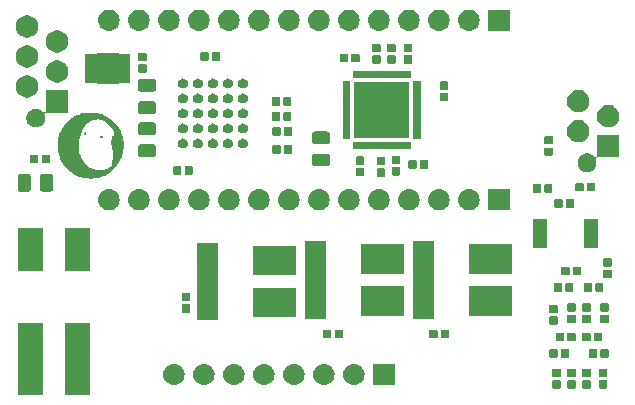
<source format=gbr>
G04 #@! TF.GenerationSoftware,KiCad,Pcbnew,5.1.2-f72e74a~84~ubuntu18.04.1*
G04 #@! TF.CreationDate,2019-09-03T03:08:37+02:00*
G04 #@! TF.ProjectId,board,626f6172-642e-46b6-9963-61645f706362,rev?*
G04 #@! TF.SameCoordinates,Original*
G04 #@! TF.FileFunction,Soldermask,Bot*
G04 #@! TF.FilePolarity,Negative*
%FSLAX46Y46*%
G04 Gerber Fmt 4.6, Leading zero omitted, Abs format (unit mm)*
G04 Created by KiCad (PCBNEW 5.1.2-f72e74a~84~ubuntu18.04.1) date 2019-09-03 03:08:37*
%MOMM*%
%LPD*%
G04 APERTURE LIST*
%ADD10C,0.010000*%
%ADD11C,0.100000*%
G04 APERTURE END LIST*
D10*
G36*
X107311411Y-115152342D02*
G01*
X107360303Y-115150966D01*
X107401791Y-115148773D01*
X107404248Y-115148596D01*
X107570730Y-115131383D01*
X107734856Y-115104381D01*
X107896263Y-115067764D01*
X108054589Y-115021703D01*
X108209470Y-114966372D01*
X108360545Y-114901944D01*
X108507451Y-114828590D01*
X108649824Y-114746485D01*
X108787304Y-114655801D01*
X108919526Y-114556710D01*
X109046128Y-114449386D01*
X109166748Y-114334001D01*
X109211488Y-114287494D01*
X109322388Y-114162198D01*
X109424852Y-114031320D01*
X109518766Y-113895106D01*
X109604014Y-113753803D01*
X109680485Y-113607656D01*
X109748064Y-113456909D01*
X109806637Y-113301810D01*
X109856090Y-113142604D01*
X109896310Y-112979535D01*
X109927184Y-112812851D01*
X109941027Y-112712420D01*
X109943688Y-112684386D01*
X109946056Y-112647842D01*
X109948107Y-112604435D01*
X109949818Y-112555812D01*
X109951168Y-112503621D01*
X109952131Y-112449507D01*
X109952687Y-112395119D01*
X109952810Y-112342102D01*
X109952479Y-112292103D01*
X109951671Y-112246771D01*
X109950362Y-112207750D01*
X109948529Y-112176689D01*
X109948521Y-112176591D01*
X109930425Y-112012262D01*
X109902523Y-111850053D01*
X109865024Y-111690364D01*
X109818137Y-111533595D01*
X109762068Y-111380147D01*
X109697026Y-111230420D01*
X109623220Y-111084814D01*
X109540858Y-110943729D01*
X109450147Y-110807567D01*
X109351295Y-110676727D01*
X109244512Y-110551609D01*
X109130005Y-110432615D01*
X109007982Y-110320144D01*
X108963827Y-110282635D01*
X108832339Y-110179836D01*
X108695556Y-110085630D01*
X108553820Y-110000156D01*
X108407475Y-109923556D01*
X108256863Y-109855970D01*
X108102328Y-109797538D01*
X107944213Y-109748401D01*
X107782861Y-109708700D01*
X107618615Y-109678575D01*
X107451818Y-109658166D01*
X107436220Y-109656770D01*
X107404605Y-109654579D01*
X107365273Y-109652717D01*
X107320337Y-109651209D01*
X107271909Y-109650084D01*
X107222102Y-109649366D01*
X107173029Y-109649083D01*
X107126802Y-109649260D01*
X107085534Y-109649924D01*
X107051338Y-109651101D01*
X107038694Y-109651813D01*
X106869062Y-109667958D01*
X106702378Y-109693692D01*
X106538908Y-109728901D01*
X106378916Y-109773471D01*
X106222667Y-109827288D01*
X106070427Y-109890237D01*
X105922461Y-109962204D01*
X105779033Y-110043075D01*
X105640408Y-110132735D01*
X105506852Y-110231071D01*
X105378630Y-110337969D01*
X105317269Y-110393964D01*
X105198879Y-110512133D01*
X105088479Y-110636429D01*
X104986241Y-110766490D01*
X104892338Y-110901952D01*
X104806943Y-111042454D01*
X104730229Y-111187631D01*
X104662370Y-111337120D01*
X104603537Y-111490559D01*
X104553904Y-111647584D01*
X104513644Y-111807832D01*
X104482930Y-111970940D01*
X104461935Y-112136546D01*
X104456484Y-112200832D01*
X104454235Y-112241757D01*
X104452806Y-112290216D01*
X104452158Y-112344259D01*
X104452254Y-112401935D01*
X104452845Y-112445720D01*
X106135866Y-112445720D01*
X106136087Y-112385133D01*
X106136800Y-112332745D01*
X106138154Y-112286602D01*
X106140296Y-112244751D01*
X106143376Y-112205237D01*
X106147541Y-112166105D01*
X106152939Y-112125402D01*
X106159719Y-112081173D01*
X106166683Y-112039320D01*
X106191321Y-111914233D01*
X106223172Y-111784216D01*
X106261644Y-111650845D01*
X106306146Y-111515694D01*
X106356085Y-111380340D01*
X106410869Y-111246356D01*
X106469907Y-111115317D01*
X106532605Y-110988799D01*
X106598373Y-110868377D01*
X106622138Y-110827740D01*
X106647850Y-110785850D01*
X106672392Y-110748930D01*
X106697458Y-110714837D01*
X106724739Y-110681423D01*
X106755927Y-110646545D01*
X106792714Y-110608056D01*
X106806237Y-110594332D01*
X106874539Y-110527937D01*
X106940032Y-110469661D01*
X107004180Y-110418406D01*
X107068445Y-110373073D01*
X107134292Y-110332564D01*
X107203183Y-110295780D01*
X107205625Y-110294568D01*
X107272865Y-110263369D01*
X107340523Y-110236409D01*
X107409818Y-110213426D01*
X107481972Y-110194159D01*
X107558208Y-110178347D01*
X107639746Y-110165729D01*
X107727807Y-110156045D01*
X107823614Y-110149032D01*
X107904301Y-110145257D01*
X107918468Y-110145935D01*
X107939174Y-110148395D01*
X107963042Y-110152195D01*
X107976346Y-110154705D01*
X108082126Y-110181031D01*
X108186227Y-110217276D01*
X108288740Y-110263480D01*
X108389759Y-110319684D01*
X108468715Y-110371285D01*
X108504948Y-110397557D01*
X108545856Y-110428952D01*
X108590005Y-110464236D01*
X108635964Y-110502174D01*
X108682299Y-110541533D01*
X108727577Y-110581079D01*
X108770365Y-110619577D01*
X108809230Y-110655793D01*
X108842740Y-110688494D01*
X108869357Y-110716331D01*
X108919078Y-110773429D01*
X108968026Y-110834167D01*
X109015342Y-110897228D01*
X109060168Y-110961298D01*
X109101646Y-111025061D01*
X109138916Y-111087200D01*
X109171120Y-111146400D01*
X109197399Y-111201346D01*
X109215547Y-111246840D01*
X109227166Y-111283317D01*
X109233669Y-111313080D01*
X109235291Y-111338054D01*
X109232266Y-111360162D01*
X109230229Y-111367345D01*
X109221899Y-111400817D01*
X109215174Y-111444150D01*
X109210045Y-111497418D01*
X109208557Y-111519520D01*
X109206914Y-111542715D01*
X109205091Y-111562173D01*
X109203327Y-111575646D01*
X109202048Y-111580721D01*
X109195985Y-111584909D01*
X109183461Y-111591184D01*
X109171213Y-111596506D01*
X109135191Y-111614195D01*
X109105050Y-111635889D01*
X109080055Y-111662667D01*
X109059472Y-111695604D01*
X109042567Y-111735779D01*
X109028606Y-111784267D01*
X109021731Y-111815800D01*
X109013109Y-111870016D01*
X109006872Y-111932701D01*
X109003003Y-112002453D01*
X109001488Y-112077869D01*
X109002310Y-112157547D01*
X109005454Y-112240083D01*
X109010904Y-112324076D01*
X109018644Y-112408122D01*
X109028658Y-112490819D01*
X109029391Y-112496143D01*
X109037683Y-112547379D01*
X109048851Y-112601477D01*
X109063299Y-112660119D01*
X109081436Y-112724988D01*
X109097507Y-112778106D01*
X109108001Y-112813404D01*
X109114749Y-112839777D01*
X109117856Y-112857702D01*
X109117630Y-112867006D01*
X109116992Y-112874183D01*
X109116273Y-112890661D01*
X109115490Y-112915578D01*
X109114662Y-112948074D01*
X109113807Y-112987292D01*
X109112943Y-113032369D01*
X109112087Y-113082447D01*
X109111258Y-113136665D01*
X109110474Y-113194164D01*
X109110024Y-113230580D01*
X109109099Y-113305134D01*
X109108178Y-113370564D01*
X109107209Y-113427906D01*
X109106143Y-113478198D01*
X109104928Y-113522475D01*
X109103514Y-113561772D01*
X109101851Y-113597128D01*
X109099886Y-113629578D01*
X109097570Y-113660157D01*
X109094853Y-113689903D01*
X109091682Y-113719852D01*
X109088009Y-113751039D01*
X109083781Y-113784502D01*
X109082415Y-113795005D01*
X109073450Y-113857467D01*
X109062637Y-113922818D01*
X109050663Y-113987228D01*
X109038216Y-114046869D01*
X109033201Y-114068780D01*
X109027194Y-114094260D01*
X109021859Y-114116922D01*
X109017719Y-114134535D01*
X109015300Y-114144865D01*
X109015099Y-114145727D01*
X109009514Y-114155404D01*
X108996770Y-114169860D01*
X108978059Y-114188088D01*
X108954573Y-114209080D01*
X108927505Y-114231830D01*
X108898047Y-114255329D01*
X108867391Y-114278570D01*
X108836729Y-114300546D01*
X108812900Y-114316602D01*
X108719663Y-114371439D01*
X108620366Y-114418335D01*
X108514885Y-114457335D01*
X108403099Y-114488485D01*
X108284885Y-114511827D01*
X108274420Y-114513471D01*
X108229797Y-114519006D01*
X108177546Y-114523267D01*
X108120123Y-114526211D01*
X108059984Y-114527792D01*
X107999587Y-114527964D01*
X107941389Y-114526684D01*
X107887846Y-114523906D01*
X107855320Y-114521136D01*
X107718305Y-114503124D01*
X107586889Y-114477752D01*
X107461374Y-114445137D01*
X107342065Y-114405393D01*
X107229262Y-114358638D01*
X107123270Y-114304986D01*
X107024391Y-114244553D01*
X106932928Y-114177456D01*
X106912307Y-114160535D01*
X106879118Y-114131516D01*
X106846726Y-114100572D01*
X106813635Y-114066130D01*
X106778349Y-114026622D01*
X106739372Y-113980476D01*
X106730517Y-113969720D01*
X106626906Y-113837268D01*
X106533379Y-113704813D01*
X106449858Y-113572203D01*
X106376268Y-113439284D01*
X106312533Y-113305902D01*
X106258577Y-113171902D01*
X106214324Y-113037133D01*
X106179697Y-112901439D01*
X106164339Y-112824180D01*
X106156862Y-112781036D01*
X106150787Y-112742439D01*
X106145975Y-112706548D01*
X106142287Y-112671523D01*
X106139585Y-112635523D01*
X106137730Y-112596709D01*
X106136585Y-112553238D01*
X106136009Y-112503271D01*
X106135866Y-112445720D01*
X104452845Y-112445720D01*
X104453056Y-112461296D01*
X104454526Y-112520389D01*
X104456624Y-112577265D01*
X104459314Y-112629973D01*
X104462556Y-112676563D01*
X104466314Y-112715085D01*
X104466582Y-112717320D01*
X104492056Y-112886852D01*
X104526728Y-113052074D01*
X104570629Y-113213062D01*
X104623792Y-113369888D01*
X104686249Y-113522626D01*
X104758030Y-113671350D01*
X104839169Y-113816134D01*
X104929697Y-113957052D01*
X105029646Y-114094178D01*
X105097157Y-114178282D01*
X105122254Y-114207266D01*
X105153460Y-114241436D01*
X105189254Y-114279272D01*
X105228116Y-114319253D01*
X105268523Y-114359857D01*
X105308955Y-114399562D01*
X105347890Y-114436849D01*
X105383808Y-114470195D01*
X105415186Y-114498080D01*
X105426798Y-114507923D01*
X105543126Y-114600237D01*
X105660135Y-114683925D01*
X105779986Y-114760414D01*
X105904836Y-114831130D01*
X105957940Y-114858770D01*
X106103201Y-114927483D01*
X106250453Y-114986924D01*
X106400545Y-115037350D01*
X106554324Y-115079016D01*
X106712640Y-115112177D01*
X106876342Y-115137089D01*
X106887760Y-115138498D01*
X106925674Y-115142289D01*
X106971787Y-115145567D01*
X107024148Y-115148295D01*
X107080806Y-115150434D01*
X107139812Y-115151946D01*
X107199215Y-115152794D01*
X107257065Y-115152938D01*
X107311411Y-115152342D01*
X107311411Y-115152342D01*
G37*
X107311411Y-115152342D02*
X107360303Y-115150966D01*
X107401791Y-115148773D01*
X107404248Y-115148596D01*
X107570730Y-115131383D01*
X107734856Y-115104381D01*
X107896263Y-115067764D01*
X108054589Y-115021703D01*
X108209470Y-114966372D01*
X108360545Y-114901944D01*
X108507451Y-114828590D01*
X108649824Y-114746485D01*
X108787304Y-114655801D01*
X108919526Y-114556710D01*
X109046128Y-114449386D01*
X109166748Y-114334001D01*
X109211488Y-114287494D01*
X109322388Y-114162198D01*
X109424852Y-114031320D01*
X109518766Y-113895106D01*
X109604014Y-113753803D01*
X109680485Y-113607656D01*
X109748064Y-113456909D01*
X109806637Y-113301810D01*
X109856090Y-113142604D01*
X109896310Y-112979535D01*
X109927184Y-112812851D01*
X109941027Y-112712420D01*
X109943688Y-112684386D01*
X109946056Y-112647842D01*
X109948107Y-112604435D01*
X109949818Y-112555812D01*
X109951168Y-112503621D01*
X109952131Y-112449507D01*
X109952687Y-112395119D01*
X109952810Y-112342102D01*
X109952479Y-112292103D01*
X109951671Y-112246771D01*
X109950362Y-112207750D01*
X109948529Y-112176689D01*
X109948521Y-112176591D01*
X109930425Y-112012262D01*
X109902523Y-111850053D01*
X109865024Y-111690364D01*
X109818137Y-111533595D01*
X109762068Y-111380147D01*
X109697026Y-111230420D01*
X109623220Y-111084814D01*
X109540858Y-110943729D01*
X109450147Y-110807567D01*
X109351295Y-110676727D01*
X109244512Y-110551609D01*
X109130005Y-110432615D01*
X109007982Y-110320144D01*
X108963827Y-110282635D01*
X108832339Y-110179836D01*
X108695556Y-110085630D01*
X108553820Y-110000156D01*
X108407475Y-109923556D01*
X108256863Y-109855970D01*
X108102328Y-109797538D01*
X107944213Y-109748401D01*
X107782861Y-109708700D01*
X107618615Y-109678575D01*
X107451818Y-109658166D01*
X107436220Y-109656770D01*
X107404605Y-109654579D01*
X107365273Y-109652717D01*
X107320337Y-109651209D01*
X107271909Y-109650084D01*
X107222102Y-109649366D01*
X107173029Y-109649083D01*
X107126802Y-109649260D01*
X107085534Y-109649924D01*
X107051338Y-109651101D01*
X107038694Y-109651813D01*
X106869062Y-109667958D01*
X106702378Y-109693692D01*
X106538908Y-109728901D01*
X106378916Y-109773471D01*
X106222667Y-109827288D01*
X106070427Y-109890237D01*
X105922461Y-109962204D01*
X105779033Y-110043075D01*
X105640408Y-110132735D01*
X105506852Y-110231071D01*
X105378630Y-110337969D01*
X105317269Y-110393964D01*
X105198879Y-110512133D01*
X105088479Y-110636429D01*
X104986241Y-110766490D01*
X104892338Y-110901952D01*
X104806943Y-111042454D01*
X104730229Y-111187631D01*
X104662370Y-111337120D01*
X104603537Y-111490559D01*
X104553904Y-111647584D01*
X104513644Y-111807832D01*
X104482930Y-111970940D01*
X104461935Y-112136546D01*
X104456484Y-112200832D01*
X104454235Y-112241757D01*
X104452806Y-112290216D01*
X104452158Y-112344259D01*
X104452254Y-112401935D01*
X104452845Y-112445720D01*
X106135866Y-112445720D01*
X106136087Y-112385133D01*
X106136800Y-112332745D01*
X106138154Y-112286602D01*
X106140296Y-112244751D01*
X106143376Y-112205237D01*
X106147541Y-112166105D01*
X106152939Y-112125402D01*
X106159719Y-112081173D01*
X106166683Y-112039320D01*
X106191321Y-111914233D01*
X106223172Y-111784216D01*
X106261644Y-111650845D01*
X106306146Y-111515694D01*
X106356085Y-111380340D01*
X106410869Y-111246356D01*
X106469907Y-111115317D01*
X106532605Y-110988799D01*
X106598373Y-110868377D01*
X106622138Y-110827740D01*
X106647850Y-110785850D01*
X106672392Y-110748930D01*
X106697458Y-110714837D01*
X106724739Y-110681423D01*
X106755927Y-110646545D01*
X106792714Y-110608056D01*
X106806237Y-110594332D01*
X106874539Y-110527937D01*
X106940032Y-110469661D01*
X107004180Y-110418406D01*
X107068445Y-110373073D01*
X107134292Y-110332564D01*
X107203183Y-110295780D01*
X107205625Y-110294568D01*
X107272865Y-110263369D01*
X107340523Y-110236409D01*
X107409818Y-110213426D01*
X107481972Y-110194159D01*
X107558208Y-110178347D01*
X107639746Y-110165729D01*
X107727807Y-110156045D01*
X107823614Y-110149032D01*
X107904301Y-110145257D01*
X107918468Y-110145935D01*
X107939174Y-110148395D01*
X107963042Y-110152195D01*
X107976346Y-110154705D01*
X108082126Y-110181031D01*
X108186227Y-110217276D01*
X108288740Y-110263480D01*
X108389759Y-110319684D01*
X108468715Y-110371285D01*
X108504948Y-110397557D01*
X108545856Y-110428952D01*
X108590005Y-110464236D01*
X108635964Y-110502174D01*
X108682299Y-110541533D01*
X108727577Y-110581079D01*
X108770365Y-110619577D01*
X108809230Y-110655793D01*
X108842740Y-110688494D01*
X108869357Y-110716331D01*
X108919078Y-110773429D01*
X108968026Y-110834167D01*
X109015342Y-110897228D01*
X109060168Y-110961298D01*
X109101646Y-111025061D01*
X109138916Y-111087200D01*
X109171120Y-111146400D01*
X109197399Y-111201346D01*
X109215547Y-111246840D01*
X109227166Y-111283317D01*
X109233669Y-111313080D01*
X109235291Y-111338054D01*
X109232266Y-111360162D01*
X109230229Y-111367345D01*
X109221899Y-111400817D01*
X109215174Y-111444150D01*
X109210045Y-111497418D01*
X109208557Y-111519520D01*
X109206914Y-111542715D01*
X109205091Y-111562173D01*
X109203327Y-111575646D01*
X109202048Y-111580721D01*
X109195985Y-111584909D01*
X109183461Y-111591184D01*
X109171213Y-111596506D01*
X109135191Y-111614195D01*
X109105050Y-111635889D01*
X109080055Y-111662667D01*
X109059472Y-111695604D01*
X109042567Y-111735779D01*
X109028606Y-111784267D01*
X109021731Y-111815800D01*
X109013109Y-111870016D01*
X109006872Y-111932701D01*
X109003003Y-112002453D01*
X109001488Y-112077869D01*
X109002310Y-112157547D01*
X109005454Y-112240083D01*
X109010904Y-112324076D01*
X109018644Y-112408122D01*
X109028658Y-112490819D01*
X109029391Y-112496143D01*
X109037683Y-112547379D01*
X109048851Y-112601477D01*
X109063299Y-112660119D01*
X109081436Y-112724988D01*
X109097507Y-112778106D01*
X109108001Y-112813404D01*
X109114749Y-112839777D01*
X109117856Y-112857702D01*
X109117630Y-112867006D01*
X109116992Y-112874183D01*
X109116273Y-112890661D01*
X109115490Y-112915578D01*
X109114662Y-112948074D01*
X109113807Y-112987292D01*
X109112943Y-113032369D01*
X109112087Y-113082447D01*
X109111258Y-113136665D01*
X109110474Y-113194164D01*
X109110024Y-113230580D01*
X109109099Y-113305134D01*
X109108178Y-113370564D01*
X109107209Y-113427906D01*
X109106143Y-113478198D01*
X109104928Y-113522475D01*
X109103514Y-113561772D01*
X109101851Y-113597128D01*
X109099886Y-113629578D01*
X109097570Y-113660157D01*
X109094853Y-113689903D01*
X109091682Y-113719852D01*
X109088009Y-113751039D01*
X109083781Y-113784502D01*
X109082415Y-113795005D01*
X109073450Y-113857467D01*
X109062637Y-113922818D01*
X109050663Y-113987228D01*
X109038216Y-114046869D01*
X109033201Y-114068780D01*
X109027194Y-114094260D01*
X109021859Y-114116922D01*
X109017719Y-114134535D01*
X109015300Y-114144865D01*
X109015099Y-114145727D01*
X109009514Y-114155404D01*
X108996770Y-114169860D01*
X108978059Y-114188088D01*
X108954573Y-114209080D01*
X108927505Y-114231830D01*
X108898047Y-114255329D01*
X108867391Y-114278570D01*
X108836729Y-114300546D01*
X108812900Y-114316602D01*
X108719663Y-114371439D01*
X108620366Y-114418335D01*
X108514885Y-114457335D01*
X108403099Y-114488485D01*
X108284885Y-114511827D01*
X108274420Y-114513471D01*
X108229797Y-114519006D01*
X108177546Y-114523267D01*
X108120123Y-114526211D01*
X108059984Y-114527792D01*
X107999587Y-114527964D01*
X107941389Y-114526684D01*
X107887846Y-114523906D01*
X107855320Y-114521136D01*
X107718305Y-114503124D01*
X107586889Y-114477752D01*
X107461374Y-114445137D01*
X107342065Y-114405393D01*
X107229262Y-114358638D01*
X107123270Y-114304986D01*
X107024391Y-114244553D01*
X106932928Y-114177456D01*
X106912307Y-114160535D01*
X106879118Y-114131516D01*
X106846726Y-114100572D01*
X106813635Y-114066130D01*
X106778349Y-114026622D01*
X106739372Y-113980476D01*
X106730517Y-113969720D01*
X106626906Y-113837268D01*
X106533379Y-113704813D01*
X106449858Y-113572203D01*
X106376268Y-113439284D01*
X106312533Y-113305902D01*
X106258577Y-113171902D01*
X106214324Y-113037133D01*
X106179697Y-112901439D01*
X106164339Y-112824180D01*
X106156862Y-112781036D01*
X106150787Y-112742439D01*
X106145975Y-112706548D01*
X106142287Y-112671523D01*
X106139585Y-112635523D01*
X106137730Y-112596709D01*
X106136585Y-112553238D01*
X106136009Y-112503271D01*
X106135866Y-112445720D01*
X104452845Y-112445720D01*
X104453056Y-112461296D01*
X104454526Y-112520389D01*
X104456624Y-112577265D01*
X104459314Y-112629973D01*
X104462556Y-112676563D01*
X104466314Y-112715085D01*
X104466582Y-112717320D01*
X104492056Y-112886852D01*
X104526728Y-113052074D01*
X104570629Y-113213062D01*
X104623792Y-113369888D01*
X104686249Y-113522626D01*
X104758030Y-113671350D01*
X104839169Y-113816134D01*
X104929697Y-113957052D01*
X105029646Y-114094178D01*
X105097157Y-114178282D01*
X105122254Y-114207266D01*
X105153460Y-114241436D01*
X105189254Y-114279272D01*
X105228116Y-114319253D01*
X105268523Y-114359857D01*
X105308955Y-114399562D01*
X105347890Y-114436849D01*
X105383808Y-114470195D01*
X105415186Y-114498080D01*
X105426798Y-114507923D01*
X105543126Y-114600237D01*
X105660135Y-114683925D01*
X105779986Y-114760414D01*
X105904836Y-114831130D01*
X105957940Y-114858770D01*
X106103201Y-114927483D01*
X106250453Y-114986924D01*
X106400545Y-115037350D01*
X106554324Y-115079016D01*
X106712640Y-115112177D01*
X106876342Y-115137089D01*
X106887760Y-115138498D01*
X106925674Y-115142289D01*
X106971787Y-115145567D01*
X107024148Y-115148295D01*
X107080806Y-115150434D01*
X107139812Y-115151946D01*
X107199215Y-115152794D01*
X107257065Y-115152938D01*
X107311411Y-115152342D01*
G36*
X106724466Y-111470074D02*
G01*
X106739554Y-111458667D01*
X106741789Y-111456390D01*
X106757997Y-111435924D01*
X106771303Y-111412812D01*
X106781395Y-111388652D01*
X106787961Y-111365040D01*
X106790691Y-111343574D01*
X106789274Y-111325850D01*
X106783397Y-111313465D01*
X106772750Y-111308017D01*
X106770740Y-111307897D01*
X106763319Y-111310310D01*
X106751818Y-111316298D01*
X106750097Y-111317329D01*
X106733099Y-111332092D01*
X106717367Y-111353599D01*
X106703917Y-111379317D01*
X106693764Y-111406711D01*
X106687921Y-111433246D01*
X106687405Y-111456387D01*
X106690003Y-111467405D01*
X106697422Y-111474926D01*
X106709666Y-111475655D01*
X106724466Y-111470074D01*
X106724466Y-111470074D01*
G37*
X106724466Y-111470074D02*
X106739554Y-111458667D01*
X106741789Y-111456390D01*
X106757997Y-111435924D01*
X106771303Y-111412812D01*
X106781395Y-111388652D01*
X106787961Y-111365040D01*
X106790691Y-111343574D01*
X106789274Y-111325850D01*
X106783397Y-111313465D01*
X106772750Y-111308017D01*
X106770740Y-111307897D01*
X106763319Y-111310310D01*
X106751818Y-111316298D01*
X106750097Y-111317329D01*
X106733099Y-111332092D01*
X106717367Y-111353599D01*
X106703917Y-111379317D01*
X106693764Y-111406711D01*
X106687921Y-111433246D01*
X106687405Y-111456387D01*
X106690003Y-111467405D01*
X106697422Y-111474926D01*
X106709666Y-111475655D01*
X106724466Y-111470074D01*
G36*
X108163667Y-111748898D02*
G01*
X108176744Y-111745507D01*
X108188048Y-111738378D01*
X108190392Y-111736455D01*
X108209692Y-111714618D01*
X108219619Y-111690141D01*
X108219926Y-111664232D01*
X108210441Y-111638235D01*
X108196012Y-111619141D01*
X108177537Y-111607675D01*
X108153024Y-111602790D01*
X108142228Y-111602440D01*
X108124829Y-111603053D01*
X108113155Y-111606066D01*
X108102794Y-111613242D01*
X108093903Y-111621741D01*
X108077278Y-111644631D01*
X108069936Y-111669566D01*
X108071832Y-111694794D01*
X108082919Y-111718564D01*
X108096859Y-111734049D01*
X108108713Y-111743246D01*
X108120030Y-111747967D01*
X108135130Y-111749631D01*
X108144667Y-111749760D01*
X108163667Y-111748898D01*
X108163667Y-111748898D01*
G37*
X108163667Y-111748898D02*
X108176744Y-111745507D01*
X108188048Y-111738378D01*
X108190392Y-111736455D01*
X108209692Y-111714618D01*
X108219619Y-111690141D01*
X108219926Y-111664232D01*
X108210441Y-111638235D01*
X108196012Y-111619141D01*
X108177537Y-111607675D01*
X108153024Y-111602790D01*
X108142228Y-111602440D01*
X108124829Y-111603053D01*
X108113155Y-111606066D01*
X108102794Y-111613242D01*
X108093903Y-111621741D01*
X108077278Y-111644631D01*
X108069936Y-111669566D01*
X108071832Y-111694794D01*
X108082919Y-111718564D01*
X108096859Y-111734049D01*
X108108713Y-111743246D01*
X108120030Y-111747967D01*
X108135130Y-111749631D01*
X108144667Y-111749760D01*
X108163667Y-111748898D01*
D11*
G36*
X107191000Y-133543000D02*
G01*
X105089000Y-133543000D01*
X105089000Y-127441000D01*
X107191000Y-127441000D01*
X107191000Y-133543000D01*
X107191000Y-133543000D01*
G37*
G36*
X103191000Y-133543000D02*
G01*
X101089000Y-133543000D01*
X101089000Y-127441000D01*
X103191000Y-127441000D01*
X103191000Y-133543000D01*
X103191000Y-133543000D01*
G37*
G36*
X149506938Y-132325716D02*
G01*
X149527557Y-132331971D01*
X149546553Y-132342124D01*
X149563208Y-132355792D01*
X149576876Y-132372447D01*
X149587029Y-132391443D01*
X149593284Y-132412062D01*
X149596000Y-132439640D01*
X149596000Y-132898360D01*
X149593284Y-132925938D01*
X149587029Y-132946557D01*
X149576876Y-132965553D01*
X149563208Y-132982208D01*
X149546553Y-132995876D01*
X149527557Y-133006029D01*
X149506938Y-133012284D01*
X149479360Y-133015000D01*
X148970640Y-133015000D01*
X148943062Y-133012284D01*
X148922443Y-133006029D01*
X148903447Y-132995876D01*
X148886792Y-132982208D01*
X148873124Y-132965553D01*
X148862971Y-132946557D01*
X148856716Y-132925938D01*
X148854000Y-132898360D01*
X148854000Y-132439640D01*
X148856716Y-132412062D01*
X148862971Y-132391443D01*
X148873124Y-132372447D01*
X148886792Y-132355792D01*
X148903447Y-132342124D01*
X148922443Y-132331971D01*
X148943062Y-132325716D01*
X148970640Y-132323000D01*
X149479360Y-132323000D01*
X149506938Y-132325716D01*
X149506938Y-132325716D01*
G37*
G36*
X146966938Y-132325716D02*
G01*
X146987557Y-132331971D01*
X147006553Y-132342124D01*
X147023208Y-132355792D01*
X147036876Y-132372447D01*
X147047029Y-132391443D01*
X147053284Y-132412062D01*
X147056000Y-132439640D01*
X147056000Y-132898360D01*
X147053284Y-132925938D01*
X147047029Y-132946557D01*
X147036876Y-132965553D01*
X147023208Y-132982208D01*
X147006553Y-132995876D01*
X146987557Y-133006029D01*
X146966938Y-133012284D01*
X146939360Y-133015000D01*
X146430640Y-133015000D01*
X146403062Y-133012284D01*
X146382443Y-133006029D01*
X146363447Y-132995876D01*
X146346792Y-132982208D01*
X146333124Y-132965553D01*
X146322971Y-132946557D01*
X146316716Y-132925938D01*
X146314000Y-132898360D01*
X146314000Y-132439640D01*
X146316716Y-132412062D01*
X146322971Y-132391443D01*
X146333124Y-132372447D01*
X146346792Y-132355792D01*
X146363447Y-132342124D01*
X146382443Y-132331971D01*
X146403062Y-132325716D01*
X146430640Y-132323000D01*
X146939360Y-132323000D01*
X146966938Y-132325716D01*
X146966938Y-132325716D01*
G37*
G36*
X150903938Y-132325716D02*
G01*
X150924557Y-132331971D01*
X150943553Y-132342124D01*
X150960208Y-132355792D01*
X150973876Y-132372447D01*
X150984029Y-132391443D01*
X150990284Y-132412062D01*
X150993000Y-132439640D01*
X150993000Y-132898360D01*
X150990284Y-132925938D01*
X150984029Y-132946557D01*
X150973876Y-132965553D01*
X150960208Y-132982208D01*
X150943553Y-132995876D01*
X150924557Y-133006029D01*
X150903938Y-133012284D01*
X150876360Y-133015000D01*
X150367640Y-133015000D01*
X150340062Y-133012284D01*
X150319443Y-133006029D01*
X150300447Y-132995876D01*
X150283792Y-132982208D01*
X150270124Y-132965553D01*
X150259971Y-132946557D01*
X150253716Y-132925938D01*
X150251000Y-132898360D01*
X150251000Y-132439640D01*
X150253716Y-132412062D01*
X150259971Y-132391443D01*
X150270124Y-132372447D01*
X150283792Y-132355792D01*
X150300447Y-132342124D01*
X150319443Y-132331971D01*
X150340062Y-132325716D01*
X150367640Y-132323000D01*
X150876360Y-132323000D01*
X150903938Y-132325716D01*
X150903938Y-132325716D01*
G37*
G36*
X148236938Y-132325716D02*
G01*
X148257557Y-132331971D01*
X148276553Y-132342124D01*
X148293208Y-132355792D01*
X148306876Y-132372447D01*
X148317029Y-132391443D01*
X148323284Y-132412062D01*
X148326000Y-132439640D01*
X148326000Y-132898360D01*
X148323284Y-132925938D01*
X148317029Y-132946557D01*
X148306876Y-132965553D01*
X148293208Y-132982208D01*
X148276553Y-132995876D01*
X148257557Y-133006029D01*
X148236938Y-133012284D01*
X148209360Y-133015000D01*
X147700640Y-133015000D01*
X147673062Y-133012284D01*
X147652443Y-133006029D01*
X147633447Y-132995876D01*
X147616792Y-132982208D01*
X147603124Y-132965553D01*
X147592971Y-132946557D01*
X147586716Y-132925938D01*
X147584000Y-132898360D01*
X147584000Y-132439640D01*
X147586716Y-132412062D01*
X147592971Y-132391443D01*
X147603124Y-132372447D01*
X147616792Y-132355792D01*
X147633447Y-132342124D01*
X147652443Y-132331971D01*
X147673062Y-132325716D01*
X147700640Y-132323000D01*
X148209360Y-132323000D01*
X148236938Y-132325716D01*
X148236938Y-132325716D01*
G37*
G36*
X114410443Y-130931519D02*
G01*
X114476627Y-130938037D01*
X114646466Y-130989557D01*
X114802991Y-131073222D01*
X114838729Y-131102552D01*
X114940186Y-131185814D01*
X115023448Y-131287271D01*
X115052778Y-131323009D01*
X115136443Y-131479534D01*
X115187963Y-131649373D01*
X115205359Y-131826000D01*
X115187963Y-132002627D01*
X115136443Y-132172466D01*
X115052778Y-132328991D01*
X115050332Y-132331971D01*
X114940186Y-132466186D01*
X114838729Y-132549448D01*
X114802991Y-132578778D01*
X114646466Y-132662443D01*
X114476627Y-132713963D01*
X114410443Y-132720481D01*
X114344260Y-132727000D01*
X114255740Y-132727000D01*
X114189557Y-132720481D01*
X114123373Y-132713963D01*
X113953534Y-132662443D01*
X113797009Y-132578778D01*
X113761271Y-132549448D01*
X113659814Y-132466186D01*
X113549668Y-132331971D01*
X113547222Y-132328991D01*
X113463557Y-132172466D01*
X113412037Y-132002627D01*
X113394641Y-131826000D01*
X113412037Y-131649373D01*
X113463557Y-131479534D01*
X113547222Y-131323009D01*
X113576552Y-131287271D01*
X113659814Y-131185814D01*
X113761271Y-131102552D01*
X113797009Y-131073222D01*
X113953534Y-130989557D01*
X114123373Y-130938037D01*
X114189557Y-130931519D01*
X114255740Y-130925000D01*
X114344260Y-130925000D01*
X114410443Y-130931519D01*
X114410443Y-130931519D01*
G37*
G36*
X132981000Y-132727000D02*
G01*
X131179000Y-132727000D01*
X131179000Y-130925000D01*
X132981000Y-130925000D01*
X132981000Y-132727000D01*
X132981000Y-132727000D01*
G37*
G36*
X129650443Y-130931519D02*
G01*
X129716627Y-130938037D01*
X129886466Y-130989557D01*
X130042991Y-131073222D01*
X130078729Y-131102552D01*
X130180186Y-131185814D01*
X130263448Y-131287271D01*
X130292778Y-131323009D01*
X130376443Y-131479534D01*
X130427963Y-131649373D01*
X130445359Y-131826000D01*
X130427963Y-132002627D01*
X130376443Y-132172466D01*
X130292778Y-132328991D01*
X130290332Y-132331971D01*
X130180186Y-132466186D01*
X130078729Y-132549448D01*
X130042991Y-132578778D01*
X129886466Y-132662443D01*
X129716627Y-132713963D01*
X129650443Y-132720481D01*
X129584260Y-132727000D01*
X129495740Y-132727000D01*
X129429557Y-132720481D01*
X129363373Y-132713963D01*
X129193534Y-132662443D01*
X129037009Y-132578778D01*
X129001271Y-132549448D01*
X128899814Y-132466186D01*
X128789668Y-132331971D01*
X128787222Y-132328991D01*
X128703557Y-132172466D01*
X128652037Y-132002627D01*
X128634641Y-131826000D01*
X128652037Y-131649373D01*
X128703557Y-131479534D01*
X128787222Y-131323009D01*
X128816552Y-131287271D01*
X128899814Y-131185814D01*
X129001271Y-131102552D01*
X129037009Y-131073222D01*
X129193534Y-130989557D01*
X129363373Y-130938037D01*
X129429557Y-130931519D01*
X129495740Y-130925000D01*
X129584260Y-130925000D01*
X129650443Y-130931519D01*
X129650443Y-130931519D01*
G37*
G36*
X127110443Y-130931519D02*
G01*
X127176627Y-130938037D01*
X127346466Y-130989557D01*
X127502991Y-131073222D01*
X127538729Y-131102552D01*
X127640186Y-131185814D01*
X127723448Y-131287271D01*
X127752778Y-131323009D01*
X127836443Y-131479534D01*
X127887963Y-131649373D01*
X127905359Y-131826000D01*
X127887963Y-132002627D01*
X127836443Y-132172466D01*
X127752778Y-132328991D01*
X127750332Y-132331971D01*
X127640186Y-132466186D01*
X127538729Y-132549448D01*
X127502991Y-132578778D01*
X127346466Y-132662443D01*
X127176627Y-132713963D01*
X127110443Y-132720481D01*
X127044260Y-132727000D01*
X126955740Y-132727000D01*
X126889557Y-132720481D01*
X126823373Y-132713963D01*
X126653534Y-132662443D01*
X126497009Y-132578778D01*
X126461271Y-132549448D01*
X126359814Y-132466186D01*
X126249668Y-132331971D01*
X126247222Y-132328991D01*
X126163557Y-132172466D01*
X126112037Y-132002627D01*
X126094641Y-131826000D01*
X126112037Y-131649373D01*
X126163557Y-131479534D01*
X126247222Y-131323009D01*
X126276552Y-131287271D01*
X126359814Y-131185814D01*
X126461271Y-131102552D01*
X126497009Y-131073222D01*
X126653534Y-130989557D01*
X126823373Y-130938037D01*
X126889557Y-130931519D01*
X126955740Y-130925000D01*
X127044260Y-130925000D01*
X127110443Y-130931519D01*
X127110443Y-130931519D01*
G37*
G36*
X124570443Y-130931519D02*
G01*
X124636627Y-130938037D01*
X124806466Y-130989557D01*
X124962991Y-131073222D01*
X124998729Y-131102552D01*
X125100186Y-131185814D01*
X125183448Y-131287271D01*
X125212778Y-131323009D01*
X125296443Y-131479534D01*
X125347963Y-131649373D01*
X125365359Y-131826000D01*
X125347963Y-132002627D01*
X125296443Y-132172466D01*
X125212778Y-132328991D01*
X125210332Y-132331971D01*
X125100186Y-132466186D01*
X124998729Y-132549448D01*
X124962991Y-132578778D01*
X124806466Y-132662443D01*
X124636627Y-132713963D01*
X124570443Y-132720481D01*
X124504260Y-132727000D01*
X124415740Y-132727000D01*
X124349557Y-132720481D01*
X124283373Y-132713963D01*
X124113534Y-132662443D01*
X123957009Y-132578778D01*
X123921271Y-132549448D01*
X123819814Y-132466186D01*
X123709668Y-132331971D01*
X123707222Y-132328991D01*
X123623557Y-132172466D01*
X123572037Y-132002627D01*
X123554641Y-131826000D01*
X123572037Y-131649373D01*
X123623557Y-131479534D01*
X123707222Y-131323009D01*
X123736552Y-131287271D01*
X123819814Y-131185814D01*
X123921271Y-131102552D01*
X123957009Y-131073222D01*
X124113534Y-130989557D01*
X124283373Y-130938037D01*
X124349557Y-130931519D01*
X124415740Y-130925000D01*
X124504260Y-130925000D01*
X124570443Y-130931519D01*
X124570443Y-130931519D01*
G37*
G36*
X122030443Y-130931519D02*
G01*
X122096627Y-130938037D01*
X122266466Y-130989557D01*
X122422991Y-131073222D01*
X122458729Y-131102552D01*
X122560186Y-131185814D01*
X122643448Y-131287271D01*
X122672778Y-131323009D01*
X122756443Y-131479534D01*
X122807963Y-131649373D01*
X122825359Y-131826000D01*
X122807963Y-132002627D01*
X122756443Y-132172466D01*
X122672778Y-132328991D01*
X122670332Y-132331971D01*
X122560186Y-132466186D01*
X122458729Y-132549448D01*
X122422991Y-132578778D01*
X122266466Y-132662443D01*
X122096627Y-132713963D01*
X122030443Y-132720481D01*
X121964260Y-132727000D01*
X121875740Y-132727000D01*
X121809557Y-132720481D01*
X121743373Y-132713963D01*
X121573534Y-132662443D01*
X121417009Y-132578778D01*
X121381271Y-132549448D01*
X121279814Y-132466186D01*
X121169668Y-132331971D01*
X121167222Y-132328991D01*
X121083557Y-132172466D01*
X121032037Y-132002627D01*
X121014641Y-131826000D01*
X121032037Y-131649373D01*
X121083557Y-131479534D01*
X121167222Y-131323009D01*
X121196552Y-131287271D01*
X121279814Y-131185814D01*
X121381271Y-131102552D01*
X121417009Y-131073222D01*
X121573534Y-130989557D01*
X121743373Y-130938037D01*
X121809557Y-130931519D01*
X121875740Y-130925000D01*
X121964260Y-130925000D01*
X122030443Y-130931519D01*
X122030443Y-130931519D01*
G37*
G36*
X116950443Y-130931519D02*
G01*
X117016627Y-130938037D01*
X117186466Y-130989557D01*
X117342991Y-131073222D01*
X117378729Y-131102552D01*
X117480186Y-131185814D01*
X117563448Y-131287271D01*
X117592778Y-131323009D01*
X117676443Y-131479534D01*
X117727963Y-131649373D01*
X117745359Y-131826000D01*
X117727963Y-132002627D01*
X117676443Y-132172466D01*
X117592778Y-132328991D01*
X117590332Y-132331971D01*
X117480186Y-132466186D01*
X117378729Y-132549448D01*
X117342991Y-132578778D01*
X117186466Y-132662443D01*
X117016627Y-132713963D01*
X116950443Y-132720481D01*
X116884260Y-132727000D01*
X116795740Y-132727000D01*
X116729557Y-132720481D01*
X116663373Y-132713963D01*
X116493534Y-132662443D01*
X116337009Y-132578778D01*
X116301271Y-132549448D01*
X116199814Y-132466186D01*
X116089668Y-132331971D01*
X116087222Y-132328991D01*
X116003557Y-132172466D01*
X115952037Y-132002627D01*
X115934641Y-131826000D01*
X115952037Y-131649373D01*
X116003557Y-131479534D01*
X116087222Y-131323009D01*
X116116552Y-131287271D01*
X116199814Y-131185814D01*
X116301271Y-131102552D01*
X116337009Y-131073222D01*
X116493534Y-130989557D01*
X116663373Y-130938037D01*
X116729557Y-130931519D01*
X116795740Y-130925000D01*
X116884260Y-130925000D01*
X116950443Y-130931519D01*
X116950443Y-130931519D01*
G37*
G36*
X119490443Y-130931519D02*
G01*
X119556627Y-130938037D01*
X119726466Y-130989557D01*
X119882991Y-131073222D01*
X119918729Y-131102552D01*
X120020186Y-131185814D01*
X120103448Y-131287271D01*
X120132778Y-131323009D01*
X120216443Y-131479534D01*
X120267963Y-131649373D01*
X120285359Y-131826000D01*
X120267963Y-132002627D01*
X120216443Y-132172466D01*
X120132778Y-132328991D01*
X120130332Y-132331971D01*
X120020186Y-132466186D01*
X119918729Y-132549448D01*
X119882991Y-132578778D01*
X119726466Y-132662443D01*
X119556627Y-132713963D01*
X119490443Y-132720481D01*
X119424260Y-132727000D01*
X119335740Y-132727000D01*
X119269557Y-132720481D01*
X119203373Y-132713963D01*
X119033534Y-132662443D01*
X118877009Y-132578778D01*
X118841271Y-132549448D01*
X118739814Y-132466186D01*
X118629668Y-132331971D01*
X118627222Y-132328991D01*
X118543557Y-132172466D01*
X118492037Y-132002627D01*
X118474641Y-131826000D01*
X118492037Y-131649373D01*
X118543557Y-131479534D01*
X118627222Y-131323009D01*
X118656552Y-131287271D01*
X118739814Y-131185814D01*
X118841271Y-131102552D01*
X118877009Y-131073222D01*
X119033534Y-130989557D01*
X119203373Y-130938037D01*
X119269557Y-130931519D01*
X119335740Y-130925000D01*
X119424260Y-130925000D01*
X119490443Y-130931519D01*
X119490443Y-130931519D01*
G37*
G36*
X150903938Y-131355716D02*
G01*
X150924557Y-131361971D01*
X150943553Y-131372124D01*
X150960208Y-131385792D01*
X150973876Y-131402447D01*
X150984029Y-131421443D01*
X150990284Y-131442062D01*
X150993000Y-131469640D01*
X150993000Y-131928360D01*
X150990284Y-131955938D01*
X150984029Y-131976557D01*
X150973876Y-131995553D01*
X150960208Y-132012208D01*
X150943553Y-132025876D01*
X150924557Y-132036029D01*
X150903938Y-132042284D01*
X150876360Y-132045000D01*
X150367640Y-132045000D01*
X150340062Y-132042284D01*
X150319443Y-132036029D01*
X150300447Y-132025876D01*
X150283792Y-132012208D01*
X150270124Y-131995553D01*
X150259971Y-131976557D01*
X150253716Y-131955938D01*
X150251000Y-131928360D01*
X150251000Y-131469640D01*
X150253716Y-131442062D01*
X150259971Y-131421443D01*
X150270124Y-131402447D01*
X150283792Y-131385792D01*
X150300447Y-131372124D01*
X150319443Y-131361971D01*
X150340062Y-131355716D01*
X150367640Y-131353000D01*
X150876360Y-131353000D01*
X150903938Y-131355716D01*
X150903938Y-131355716D01*
G37*
G36*
X149506938Y-131355716D02*
G01*
X149527557Y-131361971D01*
X149546553Y-131372124D01*
X149563208Y-131385792D01*
X149576876Y-131402447D01*
X149587029Y-131421443D01*
X149593284Y-131442062D01*
X149596000Y-131469640D01*
X149596000Y-131928360D01*
X149593284Y-131955938D01*
X149587029Y-131976557D01*
X149576876Y-131995553D01*
X149563208Y-132012208D01*
X149546553Y-132025876D01*
X149527557Y-132036029D01*
X149506938Y-132042284D01*
X149479360Y-132045000D01*
X148970640Y-132045000D01*
X148943062Y-132042284D01*
X148922443Y-132036029D01*
X148903447Y-132025876D01*
X148886792Y-132012208D01*
X148873124Y-131995553D01*
X148862971Y-131976557D01*
X148856716Y-131955938D01*
X148854000Y-131928360D01*
X148854000Y-131469640D01*
X148856716Y-131442062D01*
X148862971Y-131421443D01*
X148873124Y-131402447D01*
X148886792Y-131385792D01*
X148903447Y-131372124D01*
X148922443Y-131361971D01*
X148943062Y-131355716D01*
X148970640Y-131353000D01*
X149479360Y-131353000D01*
X149506938Y-131355716D01*
X149506938Y-131355716D01*
G37*
G36*
X146966938Y-131355716D02*
G01*
X146987557Y-131361971D01*
X147006553Y-131372124D01*
X147023208Y-131385792D01*
X147036876Y-131402447D01*
X147047029Y-131421443D01*
X147053284Y-131442062D01*
X147056000Y-131469640D01*
X147056000Y-131928360D01*
X147053284Y-131955938D01*
X147047029Y-131976557D01*
X147036876Y-131995553D01*
X147023208Y-132012208D01*
X147006553Y-132025876D01*
X146987557Y-132036029D01*
X146966938Y-132042284D01*
X146939360Y-132045000D01*
X146430640Y-132045000D01*
X146403062Y-132042284D01*
X146382443Y-132036029D01*
X146363447Y-132025876D01*
X146346792Y-132012208D01*
X146333124Y-131995553D01*
X146322971Y-131976557D01*
X146316716Y-131955938D01*
X146314000Y-131928360D01*
X146314000Y-131469640D01*
X146316716Y-131442062D01*
X146322971Y-131421443D01*
X146333124Y-131402447D01*
X146346792Y-131385792D01*
X146363447Y-131372124D01*
X146382443Y-131361971D01*
X146403062Y-131355716D01*
X146430640Y-131353000D01*
X146939360Y-131353000D01*
X146966938Y-131355716D01*
X146966938Y-131355716D01*
G37*
G36*
X148236938Y-131355716D02*
G01*
X148257557Y-131361971D01*
X148276553Y-131372124D01*
X148293208Y-131385792D01*
X148306876Y-131402447D01*
X148317029Y-131421443D01*
X148323284Y-131442062D01*
X148326000Y-131469640D01*
X148326000Y-131928360D01*
X148323284Y-131955938D01*
X148317029Y-131976557D01*
X148306876Y-131995553D01*
X148293208Y-132012208D01*
X148276553Y-132025876D01*
X148257557Y-132036029D01*
X148236938Y-132042284D01*
X148209360Y-132045000D01*
X147700640Y-132045000D01*
X147673062Y-132042284D01*
X147652443Y-132036029D01*
X147633447Y-132025876D01*
X147616792Y-132012208D01*
X147603124Y-131995553D01*
X147592971Y-131976557D01*
X147586716Y-131955938D01*
X147584000Y-131928360D01*
X147584000Y-131469640D01*
X147586716Y-131442062D01*
X147592971Y-131421443D01*
X147603124Y-131402447D01*
X147616792Y-131385792D01*
X147633447Y-131372124D01*
X147652443Y-131361971D01*
X147673062Y-131355716D01*
X147700640Y-131353000D01*
X148209360Y-131353000D01*
X148236938Y-131355716D01*
X148236938Y-131355716D01*
G37*
G36*
X146687938Y-129679716D02*
G01*
X146708557Y-129685971D01*
X146727553Y-129696124D01*
X146744208Y-129709792D01*
X146757876Y-129726447D01*
X146768029Y-129745443D01*
X146774284Y-129766062D01*
X146777000Y-129793640D01*
X146777000Y-130302360D01*
X146774284Y-130329938D01*
X146768029Y-130350557D01*
X146757876Y-130369553D01*
X146744208Y-130386208D01*
X146727553Y-130399876D01*
X146708557Y-130410029D01*
X146687938Y-130416284D01*
X146660360Y-130419000D01*
X146201640Y-130419000D01*
X146174062Y-130416284D01*
X146153443Y-130410029D01*
X146134447Y-130399876D01*
X146117792Y-130386208D01*
X146104124Y-130369553D01*
X146093971Y-130350557D01*
X146087716Y-130329938D01*
X146085000Y-130302360D01*
X146085000Y-129793640D01*
X146087716Y-129766062D01*
X146093971Y-129745443D01*
X146104124Y-129726447D01*
X146117792Y-129709792D01*
X146134447Y-129696124D01*
X146153443Y-129685971D01*
X146174062Y-129679716D01*
X146201640Y-129677000D01*
X146660360Y-129677000D01*
X146687938Y-129679716D01*
X146687938Y-129679716D01*
G37*
G36*
X151005938Y-129679716D02*
G01*
X151026557Y-129685971D01*
X151045553Y-129696124D01*
X151062208Y-129709792D01*
X151075876Y-129726447D01*
X151086029Y-129745443D01*
X151092284Y-129766062D01*
X151095000Y-129793640D01*
X151095000Y-130302360D01*
X151092284Y-130329938D01*
X151086029Y-130350557D01*
X151075876Y-130369553D01*
X151062208Y-130386208D01*
X151045553Y-130399876D01*
X151026557Y-130410029D01*
X151005938Y-130416284D01*
X150978360Y-130419000D01*
X150519640Y-130419000D01*
X150492062Y-130416284D01*
X150471443Y-130410029D01*
X150452447Y-130399876D01*
X150435792Y-130386208D01*
X150422124Y-130369553D01*
X150411971Y-130350557D01*
X150405716Y-130329938D01*
X150403000Y-130302360D01*
X150403000Y-129793640D01*
X150405716Y-129766062D01*
X150411971Y-129745443D01*
X150422124Y-129726447D01*
X150435792Y-129709792D01*
X150452447Y-129696124D01*
X150471443Y-129685971D01*
X150492062Y-129679716D01*
X150519640Y-129677000D01*
X150978360Y-129677000D01*
X151005938Y-129679716D01*
X151005938Y-129679716D01*
G37*
G36*
X150035938Y-129679716D02*
G01*
X150056557Y-129685971D01*
X150075553Y-129696124D01*
X150092208Y-129709792D01*
X150105876Y-129726447D01*
X150116029Y-129745443D01*
X150122284Y-129766062D01*
X150125000Y-129793640D01*
X150125000Y-130302360D01*
X150122284Y-130329938D01*
X150116029Y-130350557D01*
X150105876Y-130369553D01*
X150092208Y-130386208D01*
X150075553Y-130399876D01*
X150056557Y-130410029D01*
X150035938Y-130416284D01*
X150008360Y-130419000D01*
X149549640Y-130419000D01*
X149522062Y-130416284D01*
X149501443Y-130410029D01*
X149482447Y-130399876D01*
X149465792Y-130386208D01*
X149452124Y-130369553D01*
X149441971Y-130350557D01*
X149435716Y-130329938D01*
X149433000Y-130302360D01*
X149433000Y-129793640D01*
X149435716Y-129766062D01*
X149441971Y-129745443D01*
X149452124Y-129726447D01*
X149465792Y-129709792D01*
X149482447Y-129696124D01*
X149501443Y-129685971D01*
X149522062Y-129679716D01*
X149549640Y-129677000D01*
X150008360Y-129677000D01*
X150035938Y-129679716D01*
X150035938Y-129679716D01*
G37*
G36*
X147657938Y-129679716D02*
G01*
X147678557Y-129685971D01*
X147697553Y-129696124D01*
X147714208Y-129709792D01*
X147727876Y-129726447D01*
X147738029Y-129745443D01*
X147744284Y-129766062D01*
X147747000Y-129793640D01*
X147747000Y-130302360D01*
X147744284Y-130329938D01*
X147738029Y-130350557D01*
X147727876Y-130369553D01*
X147714208Y-130386208D01*
X147697553Y-130399876D01*
X147678557Y-130410029D01*
X147657938Y-130416284D01*
X147630360Y-130419000D01*
X147171640Y-130419000D01*
X147144062Y-130416284D01*
X147123443Y-130410029D01*
X147104447Y-130399876D01*
X147087792Y-130386208D01*
X147074124Y-130369553D01*
X147063971Y-130350557D01*
X147057716Y-130329938D01*
X147055000Y-130302360D01*
X147055000Y-129793640D01*
X147057716Y-129766062D01*
X147063971Y-129745443D01*
X147074124Y-129726447D01*
X147087792Y-129709792D01*
X147104447Y-129696124D01*
X147123443Y-129685971D01*
X147144062Y-129679716D01*
X147171640Y-129677000D01*
X147630360Y-129677000D01*
X147657938Y-129679716D01*
X147657938Y-129679716D01*
G37*
G36*
X148211938Y-128282716D02*
G01*
X148232557Y-128288971D01*
X148251553Y-128299124D01*
X148268208Y-128312792D01*
X148281876Y-128329447D01*
X148292029Y-128348443D01*
X148298284Y-128369062D01*
X148301000Y-128396640D01*
X148301000Y-128905360D01*
X148298284Y-128932938D01*
X148292029Y-128953557D01*
X148281876Y-128972553D01*
X148268208Y-128989208D01*
X148251553Y-129002876D01*
X148232557Y-129013029D01*
X148211938Y-129019284D01*
X148184360Y-129022000D01*
X147725640Y-129022000D01*
X147698062Y-129019284D01*
X147677443Y-129013029D01*
X147658447Y-129002876D01*
X147641792Y-128989208D01*
X147628124Y-128972553D01*
X147617971Y-128953557D01*
X147611716Y-128932938D01*
X147609000Y-128905360D01*
X147609000Y-128396640D01*
X147611716Y-128369062D01*
X147617971Y-128348443D01*
X147628124Y-128329447D01*
X147641792Y-128312792D01*
X147658447Y-128299124D01*
X147677443Y-128288971D01*
X147698062Y-128282716D01*
X147725640Y-128280000D01*
X148184360Y-128280000D01*
X148211938Y-128282716D01*
X148211938Y-128282716D01*
G37*
G36*
X150451938Y-128282716D02*
G01*
X150472557Y-128288971D01*
X150491553Y-128299124D01*
X150508208Y-128312792D01*
X150521876Y-128329447D01*
X150532029Y-128348443D01*
X150538284Y-128369062D01*
X150541000Y-128396640D01*
X150541000Y-128905360D01*
X150538284Y-128932938D01*
X150532029Y-128953557D01*
X150521876Y-128972553D01*
X150508208Y-128989208D01*
X150491553Y-129002876D01*
X150472557Y-129013029D01*
X150451938Y-129019284D01*
X150424360Y-129022000D01*
X149965640Y-129022000D01*
X149938062Y-129019284D01*
X149917443Y-129013029D01*
X149898447Y-129002876D01*
X149881792Y-128989208D01*
X149868124Y-128972553D01*
X149857971Y-128953557D01*
X149851716Y-128932938D01*
X149849000Y-128905360D01*
X149849000Y-128396640D01*
X149851716Y-128369062D01*
X149857971Y-128348443D01*
X149868124Y-128329447D01*
X149881792Y-128312792D01*
X149898447Y-128299124D01*
X149917443Y-128288971D01*
X149938062Y-128282716D01*
X149965640Y-128280000D01*
X150424360Y-128280000D01*
X150451938Y-128282716D01*
X150451938Y-128282716D01*
G37*
G36*
X147241938Y-128282716D02*
G01*
X147262557Y-128288971D01*
X147281553Y-128299124D01*
X147298208Y-128312792D01*
X147311876Y-128329447D01*
X147322029Y-128348443D01*
X147328284Y-128369062D01*
X147331000Y-128396640D01*
X147331000Y-128905360D01*
X147328284Y-128932938D01*
X147322029Y-128953557D01*
X147311876Y-128972553D01*
X147298208Y-128989208D01*
X147281553Y-129002876D01*
X147262557Y-129013029D01*
X147241938Y-129019284D01*
X147214360Y-129022000D01*
X146755640Y-129022000D01*
X146728062Y-129019284D01*
X146707443Y-129013029D01*
X146688447Y-129002876D01*
X146671792Y-128989208D01*
X146658124Y-128972553D01*
X146647971Y-128953557D01*
X146641716Y-128932938D01*
X146639000Y-128905360D01*
X146639000Y-128396640D01*
X146641716Y-128369062D01*
X146647971Y-128348443D01*
X146658124Y-128329447D01*
X146671792Y-128312792D01*
X146688447Y-128299124D01*
X146707443Y-128288971D01*
X146728062Y-128282716D01*
X146755640Y-128280000D01*
X147214360Y-128280000D01*
X147241938Y-128282716D01*
X147241938Y-128282716D01*
G37*
G36*
X149481938Y-128282716D02*
G01*
X149502557Y-128288971D01*
X149521553Y-128299124D01*
X149538208Y-128312792D01*
X149551876Y-128329447D01*
X149562029Y-128348443D01*
X149568284Y-128369062D01*
X149571000Y-128396640D01*
X149571000Y-128905360D01*
X149568284Y-128932938D01*
X149562029Y-128953557D01*
X149551876Y-128972553D01*
X149538208Y-128989208D01*
X149521553Y-129002876D01*
X149502557Y-129013029D01*
X149481938Y-129019284D01*
X149454360Y-129022000D01*
X148995640Y-129022000D01*
X148968062Y-129019284D01*
X148947443Y-129013029D01*
X148928447Y-129002876D01*
X148911792Y-128989208D01*
X148898124Y-128972553D01*
X148887971Y-128953557D01*
X148881716Y-128932938D01*
X148879000Y-128905360D01*
X148879000Y-128396640D01*
X148881716Y-128369062D01*
X148887971Y-128348443D01*
X148898124Y-128329447D01*
X148911792Y-128312792D01*
X148928447Y-128299124D01*
X148947443Y-128288971D01*
X148968062Y-128282716D01*
X148995640Y-128280000D01*
X149454360Y-128280000D01*
X149481938Y-128282716D01*
X149481938Y-128282716D01*
G37*
G36*
X137497938Y-128028716D02*
G01*
X137518557Y-128034971D01*
X137537553Y-128045124D01*
X137554208Y-128058792D01*
X137567876Y-128075447D01*
X137578029Y-128094443D01*
X137584284Y-128115062D01*
X137587000Y-128142640D01*
X137587000Y-128651360D01*
X137584284Y-128678938D01*
X137578029Y-128699557D01*
X137567876Y-128718553D01*
X137554208Y-128735208D01*
X137537553Y-128748876D01*
X137518557Y-128759029D01*
X137497938Y-128765284D01*
X137470360Y-128768000D01*
X137011640Y-128768000D01*
X136984062Y-128765284D01*
X136963443Y-128759029D01*
X136944447Y-128748876D01*
X136927792Y-128735208D01*
X136914124Y-128718553D01*
X136903971Y-128699557D01*
X136897716Y-128678938D01*
X136895000Y-128651360D01*
X136895000Y-128142640D01*
X136897716Y-128115062D01*
X136903971Y-128094443D01*
X136914124Y-128075447D01*
X136927792Y-128058792D01*
X136944447Y-128045124D01*
X136963443Y-128034971D01*
X136984062Y-128028716D01*
X137011640Y-128026000D01*
X137470360Y-128026000D01*
X137497938Y-128028716D01*
X137497938Y-128028716D01*
G37*
G36*
X136527938Y-128028716D02*
G01*
X136548557Y-128034971D01*
X136567553Y-128045124D01*
X136584208Y-128058792D01*
X136597876Y-128075447D01*
X136608029Y-128094443D01*
X136614284Y-128115062D01*
X136617000Y-128142640D01*
X136617000Y-128651360D01*
X136614284Y-128678938D01*
X136608029Y-128699557D01*
X136597876Y-128718553D01*
X136584208Y-128735208D01*
X136567553Y-128748876D01*
X136548557Y-128759029D01*
X136527938Y-128765284D01*
X136500360Y-128768000D01*
X136041640Y-128768000D01*
X136014062Y-128765284D01*
X135993443Y-128759029D01*
X135974447Y-128748876D01*
X135957792Y-128735208D01*
X135944124Y-128718553D01*
X135933971Y-128699557D01*
X135927716Y-128678938D01*
X135925000Y-128651360D01*
X135925000Y-128142640D01*
X135927716Y-128115062D01*
X135933971Y-128094443D01*
X135944124Y-128075447D01*
X135957792Y-128058792D01*
X135974447Y-128045124D01*
X135993443Y-128034971D01*
X136014062Y-128028716D01*
X136041640Y-128026000D01*
X136500360Y-128026000D01*
X136527938Y-128028716D01*
X136527938Y-128028716D01*
G37*
G36*
X127533938Y-128028716D02*
G01*
X127554557Y-128034971D01*
X127573553Y-128045124D01*
X127590208Y-128058792D01*
X127603876Y-128075447D01*
X127614029Y-128094443D01*
X127620284Y-128115062D01*
X127623000Y-128142640D01*
X127623000Y-128651360D01*
X127620284Y-128678938D01*
X127614029Y-128699557D01*
X127603876Y-128718553D01*
X127590208Y-128735208D01*
X127573553Y-128748876D01*
X127554557Y-128759029D01*
X127533938Y-128765284D01*
X127506360Y-128768000D01*
X127047640Y-128768000D01*
X127020062Y-128765284D01*
X126999443Y-128759029D01*
X126980447Y-128748876D01*
X126963792Y-128735208D01*
X126950124Y-128718553D01*
X126939971Y-128699557D01*
X126933716Y-128678938D01*
X126931000Y-128651360D01*
X126931000Y-128142640D01*
X126933716Y-128115062D01*
X126939971Y-128094443D01*
X126950124Y-128075447D01*
X126963792Y-128058792D01*
X126980447Y-128045124D01*
X126999443Y-128034971D01*
X127020062Y-128028716D01*
X127047640Y-128026000D01*
X127506360Y-128026000D01*
X127533938Y-128028716D01*
X127533938Y-128028716D01*
G37*
G36*
X128503938Y-128028716D02*
G01*
X128524557Y-128034971D01*
X128543553Y-128045124D01*
X128560208Y-128058792D01*
X128573876Y-128075447D01*
X128584029Y-128094443D01*
X128590284Y-128115062D01*
X128593000Y-128142640D01*
X128593000Y-128651360D01*
X128590284Y-128678938D01*
X128584029Y-128699557D01*
X128573876Y-128718553D01*
X128560208Y-128735208D01*
X128543553Y-128748876D01*
X128524557Y-128759029D01*
X128503938Y-128765284D01*
X128476360Y-128768000D01*
X128017640Y-128768000D01*
X127990062Y-128765284D01*
X127969443Y-128759029D01*
X127950447Y-128748876D01*
X127933792Y-128735208D01*
X127920124Y-128718553D01*
X127909971Y-128699557D01*
X127903716Y-128678938D01*
X127901000Y-128651360D01*
X127901000Y-128142640D01*
X127903716Y-128115062D01*
X127909971Y-128094443D01*
X127920124Y-128075447D01*
X127933792Y-128058792D01*
X127950447Y-128045124D01*
X127969443Y-128034971D01*
X127990062Y-128028716D01*
X128017640Y-128026000D01*
X128476360Y-128026000D01*
X128503938Y-128028716D01*
X128503938Y-128028716D01*
G37*
G36*
X146712938Y-126910716D02*
G01*
X146733557Y-126916971D01*
X146752553Y-126927124D01*
X146769208Y-126940792D01*
X146782876Y-126957447D01*
X146793029Y-126976443D01*
X146799284Y-126997062D01*
X146802000Y-127024640D01*
X146802000Y-127483360D01*
X146799284Y-127510938D01*
X146793029Y-127531557D01*
X146782876Y-127550553D01*
X146769208Y-127567208D01*
X146752553Y-127580876D01*
X146733557Y-127591029D01*
X146712938Y-127597284D01*
X146685360Y-127600000D01*
X146176640Y-127600000D01*
X146149062Y-127597284D01*
X146128443Y-127591029D01*
X146109447Y-127580876D01*
X146092792Y-127567208D01*
X146079124Y-127550553D01*
X146068971Y-127531557D01*
X146062716Y-127510938D01*
X146060000Y-127483360D01*
X146060000Y-127024640D01*
X146062716Y-126997062D01*
X146068971Y-126976443D01*
X146079124Y-126957447D01*
X146092792Y-126940792D01*
X146109447Y-126927124D01*
X146128443Y-126916971D01*
X146149062Y-126910716D01*
X146176640Y-126908000D01*
X146685360Y-126908000D01*
X146712938Y-126910716D01*
X146712938Y-126910716D01*
G37*
G36*
X148236938Y-126783716D02*
G01*
X148257557Y-126789971D01*
X148276553Y-126800124D01*
X148293208Y-126813792D01*
X148306876Y-126830447D01*
X148317029Y-126849443D01*
X148323284Y-126870062D01*
X148326000Y-126897640D01*
X148326000Y-127356360D01*
X148323284Y-127383938D01*
X148317029Y-127404557D01*
X148306876Y-127423553D01*
X148293208Y-127440208D01*
X148276553Y-127453876D01*
X148257557Y-127464029D01*
X148236938Y-127470284D01*
X148209360Y-127473000D01*
X147700640Y-127473000D01*
X147673062Y-127470284D01*
X147652443Y-127464029D01*
X147633447Y-127453876D01*
X147616792Y-127440208D01*
X147603124Y-127423553D01*
X147592971Y-127404557D01*
X147586716Y-127383938D01*
X147584000Y-127356360D01*
X147584000Y-126897640D01*
X147586716Y-126870062D01*
X147592971Y-126849443D01*
X147603124Y-126830447D01*
X147616792Y-126813792D01*
X147633447Y-126800124D01*
X147652443Y-126789971D01*
X147673062Y-126783716D01*
X147700640Y-126781000D01*
X148209360Y-126781000D01*
X148236938Y-126783716D01*
X148236938Y-126783716D01*
G37*
G36*
X151030938Y-126783716D02*
G01*
X151051557Y-126789971D01*
X151070553Y-126800124D01*
X151087208Y-126813792D01*
X151100876Y-126830447D01*
X151111029Y-126849443D01*
X151117284Y-126870062D01*
X151120000Y-126897640D01*
X151120000Y-127356360D01*
X151117284Y-127383938D01*
X151111029Y-127404557D01*
X151100876Y-127423553D01*
X151087208Y-127440208D01*
X151070553Y-127453876D01*
X151051557Y-127464029D01*
X151030938Y-127470284D01*
X151003360Y-127473000D01*
X150494640Y-127473000D01*
X150467062Y-127470284D01*
X150446443Y-127464029D01*
X150427447Y-127453876D01*
X150410792Y-127440208D01*
X150397124Y-127423553D01*
X150386971Y-127404557D01*
X150380716Y-127383938D01*
X150378000Y-127356360D01*
X150378000Y-126897640D01*
X150380716Y-126870062D01*
X150386971Y-126849443D01*
X150397124Y-126830447D01*
X150410792Y-126813792D01*
X150427447Y-126800124D01*
X150446443Y-126789971D01*
X150467062Y-126783716D01*
X150494640Y-126781000D01*
X151003360Y-126781000D01*
X151030938Y-126783716D01*
X151030938Y-126783716D01*
G37*
G36*
X149506938Y-126783716D02*
G01*
X149527557Y-126789971D01*
X149546553Y-126800124D01*
X149563208Y-126813792D01*
X149576876Y-126830447D01*
X149587029Y-126849443D01*
X149593284Y-126870062D01*
X149596000Y-126897640D01*
X149596000Y-127356360D01*
X149593284Y-127383938D01*
X149587029Y-127404557D01*
X149576876Y-127423553D01*
X149563208Y-127440208D01*
X149546553Y-127453876D01*
X149527557Y-127464029D01*
X149506938Y-127470284D01*
X149479360Y-127473000D01*
X148970640Y-127473000D01*
X148943062Y-127470284D01*
X148922443Y-127464029D01*
X148903447Y-127453876D01*
X148886792Y-127440208D01*
X148873124Y-127423553D01*
X148862971Y-127404557D01*
X148856716Y-127383938D01*
X148854000Y-127356360D01*
X148854000Y-126897640D01*
X148856716Y-126870062D01*
X148862971Y-126849443D01*
X148873124Y-126830447D01*
X148886792Y-126813792D01*
X148903447Y-126800124D01*
X148922443Y-126789971D01*
X148943062Y-126783716D01*
X148970640Y-126781000D01*
X149479360Y-126781000D01*
X149506938Y-126783716D01*
X149506938Y-126783716D01*
G37*
G36*
X117990000Y-127256000D02*
G01*
X116288000Y-127256000D01*
X116288000Y-120654000D01*
X117990000Y-120654000D01*
X117990000Y-127256000D01*
X117990000Y-127256000D01*
G37*
G36*
X127134000Y-127129000D02*
G01*
X125432000Y-127129000D01*
X125432000Y-120527000D01*
X127134000Y-120527000D01*
X127134000Y-127129000D01*
X127134000Y-127129000D01*
G37*
G36*
X136278000Y-127129000D02*
G01*
X134576000Y-127129000D01*
X134576000Y-120527000D01*
X136278000Y-120527000D01*
X136278000Y-127129000D01*
X136278000Y-127129000D01*
G37*
G36*
X124600000Y-126981000D02*
G01*
X121018000Y-126981000D01*
X121018000Y-124479000D01*
X124600000Y-124479000D01*
X124600000Y-126981000D01*
X124600000Y-126981000D01*
G37*
G36*
X142888000Y-126854000D02*
G01*
X139306000Y-126854000D01*
X139306000Y-124352000D01*
X142888000Y-124352000D01*
X142888000Y-126854000D01*
X142888000Y-126854000D01*
G37*
G36*
X133744000Y-126854000D02*
G01*
X130162000Y-126854000D01*
X130162000Y-124352000D01*
X133744000Y-124352000D01*
X133744000Y-126854000D01*
X133744000Y-126854000D01*
G37*
G36*
X146712938Y-125940716D02*
G01*
X146733557Y-125946971D01*
X146752553Y-125957124D01*
X146769208Y-125970792D01*
X146782876Y-125987447D01*
X146793029Y-126006443D01*
X146799284Y-126027062D01*
X146802000Y-126054640D01*
X146802000Y-126513360D01*
X146799284Y-126540938D01*
X146793029Y-126561557D01*
X146782876Y-126580553D01*
X146769208Y-126597208D01*
X146752553Y-126610876D01*
X146733557Y-126621029D01*
X146712938Y-126627284D01*
X146685360Y-126630000D01*
X146176640Y-126630000D01*
X146149062Y-126627284D01*
X146128443Y-126621029D01*
X146109447Y-126610876D01*
X146092792Y-126597208D01*
X146079124Y-126580553D01*
X146068971Y-126561557D01*
X146062716Y-126540938D01*
X146060000Y-126513360D01*
X146060000Y-126054640D01*
X146062716Y-126027062D01*
X146068971Y-126006443D01*
X146079124Y-125987447D01*
X146092792Y-125970792D01*
X146109447Y-125957124D01*
X146128443Y-125946971D01*
X146149062Y-125940716D01*
X146176640Y-125938000D01*
X146685360Y-125938000D01*
X146712938Y-125940716D01*
X146712938Y-125940716D01*
G37*
G36*
X115597938Y-125894716D02*
G01*
X115618557Y-125900971D01*
X115637553Y-125911124D01*
X115654208Y-125924792D01*
X115667876Y-125941447D01*
X115678029Y-125960443D01*
X115684284Y-125981062D01*
X115687000Y-126008640D01*
X115687000Y-126467360D01*
X115684284Y-126494938D01*
X115678029Y-126515557D01*
X115667876Y-126534553D01*
X115654208Y-126551208D01*
X115637553Y-126564876D01*
X115618557Y-126575029D01*
X115597938Y-126581284D01*
X115570360Y-126584000D01*
X115061640Y-126584000D01*
X115034062Y-126581284D01*
X115013443Y-126575029D01*
X114994447Y-126564876D01*
X114977792Y-126551208D01*
X114964124Y-126534553D01*
X114953971Y-126515557D01*
X114947716Y-126494938D01*
X114945000Y-126467360D01*
X114945000Y-126008640D01*
X114947716Y-125981062D01*
X114953971Y-125960443D01*
X114964124Y-125941447D01*
X114977792Y-125924792D01*
X114994447Y-125911124D01*
X115013443Y-125900971D01*
X115034062Y-125894716D01*
X115061640Y-125892000D01*
X115570360Y-125892000D01*
X115597938Y-125894716D01*
X115597938Y-125894716D01*
G37*
G36*
X149506938Y-125813716D02*
G01*
X149527557Y-125819971D01*
X149546553Y-125830124D01*
X149563208Y-125843792D01*
X149576876Y-125860447D01*
X149587029Y-125879443D01*
X149593284Y-125900062D01*
X149596000Y-125927640D01*
X149596000Y-126386360D01*
X149593284Y-126413938D01*
X149587029Y-126434557D01*
X149576876Y-126453553D01*
X149563208Y-126470208D01*
X149546553Y-126483876D01*
X149527557Y-126494029D01*
X149506938Y-126500284D01*
X149479360Y-126503000D01*
X148970640Y-126503000D01*
X148943062Y-126500284D01*
X148922443Y-126494029D01*
X148903447Y-126483876D01*
X148886792Y-126470208D01*
X148873124Y-126453553D01*
X148862971Y-126434557D01*
X148856716Y-126413938D01*
X148854000Y-126386360D01*
X148854000Y-125927640D01*
X148856716Y-125900062D01*
X148862971Y-125879443D01*
X148873124Y-125860447D01*
X148886792Y-125843792D01*
X148903447Y-125830124D01*
X148922443Y-125819971D01*
X148943062Y-125813716D01*
X148970640Y-125811000D01*
X149479360Y-125811000D01*
X149506938Y-125813716D01*
X149506938Y-125813716D01*
G37*
G36*
X151030938Y-125813716D02*
G01*
X151051557Y-125819971D01*
X151070553Y-125830124D01*
X151087208Y-125843792D01*
X151100876Y-125860447D01*
X151111029Y-125879443D01*
X151117284Y-125900062D01*
X151120000Y-125927640D01*
X151120000Y-126386360D01*
X151117284Y-126413938D01*
X151111029Y-126434557D01*
X151100876Y-126453553D01*
X151087208Y-126470208D01*
X151070553Y-126483876D01*
X151051557Y-126494029D01*
X151030938Y-126500284D01*
X151003360Y-126503000D01*
X150494640Y-126503000D01*
X150467062Y-126500284D01*
X150446443Y-126494029D01*
X150427447Y-126483876D01*
X150410792Y-126470208D01*
X150397124Y-126453553D01*
X150386971Y-126434557D01*
X150380716Y-126413938D01*
X150378000Y-126386360D01*
X150378000Y-125927640D01*
X150380716Y-125900062D01*
X150386971Y-125879443D01*
X150397124Y-125860447D01*
X150410792Y-125843792D01*
X150427447Y-125830124D01*
X150446443Y-125819971D01*
X150467062Y-125813716D01*
X150494640Y-125811000D01*
X151003360Y-125811000D01*
X151030938Y-125813716D01*
X151030938Y-125813716D01*
G37*
G36*
X148236938Y-125813716D02*
G01*
X148257557Y-125819971D01*
X148276553Y-125830124D01*
X148293208Y-125843792D01*
X148306876Y-125860447D01*
X148317029Y-125879443D01*
X148323284Y-125900062D01*
X148326000Y-125927640D01*
X148326000Y-126386360D01*
X148323284Y-126413938D01*
X148317029Y-126434557D01*
X148306876Y-126453553D01*
X148293208Y-126470208D01*
X148276553Y-126483876D01*
X148257557Y-126494029D01*
X148236938Y-126500284D01*
X148209360Y-126503000D01*
X147700640Y-126503000D01*
X147673062Y-126500284D01*
X147652443Y-126494029D01*
X147633447Y-126483876D01*
X147616792Y-126470208D01*
X147603124Y-126453553D01*
X147592971Y-126434557D01*
X147586716Y-126413938D01*
X147584000Y-126386360D01*
X147584000Y-125927640D01*
X147586716Y-125900062D01*
X147592971Y-125879443D01*
X147603124Y-125860447D01*
X147616792Y-125843792D01*
X147633447Y-125830124D01*
X147652443Y-125819971D01*
X147673062Y-125813716D01*
X147700640Y-125811000D01*
X148209360Y-125811000D01*
X148236938Y-125813716D01*
X148236938Y-125813716D01*
G37*
G36*
X115597938Y-124924716D02*
G01*
X115618557Y-124930971D01*
X115637553Y-124941124D01*
X115654208Y-124954792D01*
X115667876Y-124971447D01*
X115678029Y-124990443D01*
X115684284Y-125011062D01*
X115687000Y-125038640D01*
X115687000Y-125497360D01*
X115684284Y-125524938D01*
X115678029Y-125545557D01*
X115667876Y-125564553D01*
X115654208Y-125581208D01*
X115637553Y-125594876D01*
X115618557Y-125605029D01*
X115597938Y-125611284D01*
X115570360Y-125614000D01*
X115061640Y-125614000D01*
X115034062Y-125611284D01*
X115013443Y-125605029D01*
X114994447Y-125594876D01*
X114977792Y-125581208D01*
X114964124Y-125564553D01*
X114953971Y-125545557D01*
X114947716Y-125524938D01*
X114945000Y-125497360D01*
X114945000Y-125038640D01*
X114947716Y-125011062D01*
X114953971Y-124990443D01*
X114964124Y-124971447D01*
X114977792Y-124954792D01*
X114994447Y-124941124D01*
X115013443Y-124930971D01*
X115034062Y-124924716D01*
X115061640Y-124922000D01*
X115570360Y-124922000D01*
X115597938Y-124924716D01*
X115597938Y-124924716D01*
G37*
G36*
X148038938Y-124091716D02*
G01*
X148059557Y-124097971D01*
X148078553Y-124108124D01*
X148095208Y-124121792D01*
X148108876Y-124138447D01*
X148119029Y-124157443D01*
X148125284Y-124178062D01*
X148128000Y-124205640D01*
X148128000Y-124714360D01*
X148125284Y-124741938D01*
X148119029Y-124762557D01*
X148108876Y-124781553D01*
X148095208Y-124798208D01*
X148078553Y-124811876D01*
X148059557Y-124822029D01*
X148038938Y-124828284D01*
X148011360Y-124831000D01*
X147552640Y-124831000D01*
X147525062Y-124828284D01*
X147504443Y-124822029D01*
X147485447Y-124811876D01*
X147468792Y-124798208D01*
X147455124Y-124781553D01*
X147444971Y-124762557D01*
X147438716Y-124741938D01*
X147436000Y-124714360D01*
X147436000Y-124205640D01*
X147438716Y-124178062D01*
X147444971Y-124157443D01*
X147455124Y-124138447D01*
X147468792Y-124121792D01*
X147485447Y-124108124D01*
X147504443Y-124097971D01*
X147525062Y-124091716D01*
X147552640Y-124089000D01*
X148011360Y-124089000D01*
X148038938Y-124091716D01*
X148038938Y-124091716D01*
G37*
G36*
X147068938Y-124091716D02*
G01*
X147089557Y-124097971D01*
X147108553Y-124108124D01*
X147125208Y-124121792D01*
X147138876Y-124138447D01*
X147149029Y-124157443D01*
X147155284Y-124178062D01*
X147158000Y-124205640D01*
X147158000Y-124714360D01*
X147155284Y-124741938D01*
X147149029Y-124762557D01*
X147138876Y-124781553D01*
X147125208Y-124798208D01*
X147108553Y-124811876D01*
X147089557Y-124822029D01*
X147068938Y-124828284D01*
X147041360Y-124831000D01*
X146582640Y-124831000D01*
X146555062Y-124828284D01*
X146534443Y-124822029D01*
X146515447Y-124811876D01*
X146498792Y-124798208D01*
X146485124Y-124781553D01*
X146474971Y-124762557D01*
X146468716Y-124741938D01*
X146466000Y-124714360D01*
X146466000Y-124205640D01*
X146468716Y-124178062D01*
X146474971Y-124157443D01*
X146485124Y-124138447D01*
X146498792Y-124121792D01*
X146515447Y-124108124D01*
X146534443Y-124097971D01*
X146555062Y-124091716D01*
X146582640Y-124089000D01*
X147041360Y-124089000D01*
X147068938Y-124091716D01*
X147068938Y-124091716D01*
G37*
G36*
X150578938Y-124091716D02*
G01*
X150599557Y-124097971D01*
X150618553Y-124108124D01*
X150635208Y-124121792D01*
X150648876Y-124138447D01*
X150659029Y-124157443D01*
X150665284Y-124178062D01*
X150668000Y-124205640D01*
X150668000Y-124714360D01*
X150665284Y-124741938D01*
X150659029Y-124762557D01*
X150648876Y-124781553D01*
X150635208Y-124798208D01*
X150618553Y-124811876D01*
X150599557Y-124822029D01*
X150578938Y-124828284D01*
X150551360Y-124831000D01*
X150092640Y-124831000D01*
X150065062Y-124828284D01*
X150044443Y-124822029D01*
X150025447Y-124811876D01*
X150008792Y-124798208D01*
X149995124Y-124781553D01*
X149984971Y-124762557D01*
X149978716Y-124741938D01*
X149976000Y-124714360D01*
X149976000Y-124205640D01*
X149978716Y-124178062D01*
X149984971Y-124157443D01*
X149995124Y-124138447D01*
X150008792Y-124121792D01*
X150025447Y-124108124D01*
X150044443Y-124097971D01*
X150065062Y-124091716D01*
X150092640Y-124089000D01*
X150551360Y-124089000D01*
X150578938Y-124091716D01*
X150578938Y-124091716D01*
G37*
G36*
X149608938Y-124091716D02*
G01*
X149629557Y-124097971D01*
X149648553Y-124108124D01*
X149665208Y-124121792D01*
X149678876Y-124138447D01*
X149689029Y-124157443D01*
X149695284Y-124178062D01*
X149698000Y-124205640D01*
X149698000Y-124714360D01*
X149695284Y-124741938D01*
X149689029Y-124762557D01*
X149678876Y-124781553D01*
X149665208Y-124798208D01*
X149648553Y-124811876D01*
X149629557Y-124822029D01*
X149608938Y-124828284D01*
X149581360Y-124831000D01*
X149122640Y-124831000D01*
X149095062Y-124828284D01*
X149074443Y-124822029D01*
X149055447Y-124811876D01*
X149038792Y-124798208D01*
X149025124Y-124781553D01*
X149014971Y-124762557D01*
X149008716Y-124741938D01*
X149006000Y-124714360D01*
X149006000Y-124205640D01*
X149008716Y-124178062D01*
X149014971Y-124157443D01*
X149025124Y-124138447D01*
X149038792Y-124121792D01*
X149055447Y-124108124D01*
X149074443Y-124097971D01*
X149095062Y-124091716D01*
X149122640Y-124089000D01*
X149581360Y-124089000D01*
X149608938Y-124091716D01*
X149608938Y-124091716D01*
G37*
G36*
X151284938Y-122973716D02*
G01*
X151305557Y-122979971D01*
X151324553Y-122990124D01*
X151341208Y-123003792D01*
X151354876Y-123020447D01*
X151365029Y-123039443D01*
X151371284Y-123060062D01*
X151374000Y-123087640D01*
X151374000Y-123546360D01*
X151371284Y-123573938D01*
X151365029Y-123594557D01*
X151354876Y-123613553D01*
X151341208Y-123630208D01*
X151324553Y-123643876D01*
X151305557Y-123654029D01*
X151284938Y-123660284D01*
X151257360Y-123663000D01*
X150748640Y-123663000D01*
X150721062Y-123660284D01*
X150700443Y-123654029D01*
X150681447Y-123643876D01*
X150664792Y-123630208D01*
X150651124Y-123613553D01*
X150640971Y-123594557D01*
X150634716Y-123573938D01*
X150632000Y-123546360D01*
X150632000Y-123087640D01*
X150634716Y-123060062D01*
X150640971Y-123039443D01*
X150651124Y-123020447D01*
X150664792Y-123003792D01*
X150681447Y-122990124D01*
X150700443Y-122979971D01*
X150721062Y-122973716D01*
X150748640Y-122971000D01*
X151257360Y-122971000D01*
X151284938Y-122973716D01*
X151284938Y-122973716D01*
G37*
G36*
X148673938Y-122694716D02*
G01*
X148694557Y-122700971D01*
X148713553Y-122711124D01*
X148730208Y-122724792D01*
X148743876Y-122741447D01*
X148754029Y-122760443D01*
X148760284Y-122781062D01*
X148763000Y-122808640D01*
X148763000Y-123317360D01*
X148760284Y-123344938D01*
X148754029Y-123365557D01*
X148743876Y-123384553D01*
X148730208Y-123401208D01*
X148713553Y-123414876D01*
X148694557Y-123425029D01*
X148673938Y-123431284D01*
X148646360Y-123434000D01*
X148187640Y-123434000D01*
X148160062Y-123431284D01*
X148139443Y-123425029D01*
X148120447Y-123414876D01*
X148103792Y-123401208D01*
X148090124Y-123384553D01*
X148079971Y-123365557D01*
X148073716Y-123344938D01*
X148071000Y-123317360D01*
X148071000Y-122808640D01*
X148073716Y-122781062D01*
X148079971Y-122760443D01*
X148090124Y-122741447D01*
X148103792Y-122724792D01*
X148120447Y-122711124D01*
X148139443Y-122700971D01*
X148160062Y-122694716D01*
X148187640Y-122692000D01*
X148646360Y-122692000D01*
X148673938Y-122694716D01*
X148673938Y-122694716D01*
G37*
G36*
X147703938Y-122694716D02*
G01*
X147724557Y-122700971D01*
X147743553Y-122711124D01*
X147760208Y-122724792D01*
X147773876Y-122741447D01*
X147784029Y-122760443D01*
X147790284Y-122781062D01*
X147793000Y-122808640D01*
X147793000Y-123317360D01*
X147790284Y-123344938D01*
X147784029Y-123365557D01*
X147773876Y-123384553D01*
X147760208Y-123401208D01*
X147743553Y-123414876D01*
X147724557Y-123425029D01*
X147703938Y-123431284D01*
X147676360Y-123434000D01*
X147217640Y-123434000D01*
X147190062Y-123431284D01*
X147169443Y-123425029D01*
X147150447Y-123414876D01*
X147133792Y-123401208D01*
X147120124Y-123384553D01*
X147109971Y-123365557D01*
X147103716Y-123344938D01*
X147101000Y-123317360D01*
X147101000Y-122808640D01*
X147103716Y-122781062D01*
X147109971Y-122760443D01*
X147120124Y-122741447D01*
X147133792Y-122724792D01*
X147150447Y-122711124D01*
X147169443Y-122700971D01*
X147190062Y-122694716D01*
X147217640Y-122692000D01*
X147676360Y-122692000D01*
X147703938Y-122694716D01*
X147703938Y-122694716D01*
G37*
G36*
X124600000Y-123431000D02*
G01*
X121018000Y-123431000D01*
X121018000Y-120929000D01*
X124600000Y-120929000D01*
X124600000Y-123431000D01*
X124600000Y-123431000D01*
G37*
G36*
X133744000Y-123304000D02*
G01*
X130162000Y-123304000D01*
X130162000Y-120802000D01*
X133744000Y-120802000D01*
X133744000Y-123304000D01*
X133744000Y-123304000D01*
G37*
G36*
X142888000Y-123304000D02*
G01*
X139306000Y-123304000D01*
X139306000Y-120802000D01*
X142888000Y-120802000D01*
X142888000Y-123304000D01*
X142888000Y-123304000D01*
G37*
G36*
X103191000Y-123043000D02*
G01*
X101089000Y-123043000D01*
X101089000Y-119441000D01*
X103191000Y-119441000D01*
X103191000Y-123043000D01*
X103191000Y-123043000D01*
G37*
G36*
X107191000Y-123043000D02*
G01*
X105089000Y-123043000D01*
X105089000Y-119441000D01*
X107191000Y-119441000D01*
X107191000Y-123043000D01*
X107191000Y-123043000D01*
G37*
G36*
X151284938Y-122003716D02*
G01*
X151305557Y-122009971D01*
X151324553Y-122020124D01*
X151341208Y-122033792D01*
X151354876Y-122050447D01*
X151365029Y-122069443D01*
X151371284Y-122090062D01*
X151374000Y-122117640D01*
X151374000Y-122576360D01*
X151371284Y-122603938D01*
X151365029Y-122624557D01*
X151354876Y-122643553D01*
X151341208Y-122660208D01*
X151324553Y-122673876D01*
X151305557Y-122684029D01*
X151284938Y-122690284D01*
X151257360Y-122693000D01*
X150748640Y-122693000D01*
X150721062Y-122690284D01*
X150700443Y-122684029D01*
X150681447Y-122673876D01*
X150664792Y-122660208D01*
X150651124Y-122643553D01*
X150640971Y-122624557D01*
X150634716Y-122603938D01*
X150632000Y-122576360D01*
X150632000Y-122117640D01*
X150634716Y-122090062D01*
X150640971Y-122069443D01*
X150651124Y-122050447D01*
X150664792Y-122033792D01*
X150681447Y-122020124D01*
X150700443Y-122009971D01*
X150721062Y-122003716D01*
X150748640Y-122001000D01*
X151257360Y-122001000D01*
X151284938Y-122003716D01*
X151284938Y-122003716D01*
G37*
G36*
X145898000Y-121114000D02*
G01*
X144696000Y-121114000D01*
X144696000Y-118662000D01*
X145898000Y-118662000D01*
X145898000Y-121114000D01*
X145898000Y-121114000D01*
G37*
G36*
X150198000Y-121114000D02*
G01*
X148996000Y-121114000D01*
X148996000Y-118662000D01*
X150198000Y-118662000D01*
X150198000Y-121114000D01*
X150198000Y-121114000D01*
G37*
G36*
X108908442Y-116141518D02*
G01*
X108974627Y-116148037D01*
X109144466Y-116199557D01*
X109300991Y-116283222D01*
X109312715Y-116292844D01*
X109438186Y-116395814D01*
X109521448Y-116497271D01*
X109550778Y-116533009D01*
X109634443Y-116689534D01*
X109685963Y-116859373D01*
X109703359Y-117036000D01*
X109685963Y-117212627D01*
X109634443Y-117382466D01*
X109550778Y-117538991D01*
X109521448Y-117574729D01*
X109438186Y-117676186D01*
X109336729Y-117759448D01*
X109300991Y-117788778D01*
X109144466Y-117872443D01*
X108974627Y-117923963D01*
X108908443Y-117930481D01*
X108842260Y-117937000D01*
X108753740Y-117937000D01*
X108687557Y-117930481D01*
X108621373Y-117923963D01*
X108451534Y-117872443D01*
X108295009Y-117788778D01*
X108259271Y-117759448D01*
X108157814Y-117676186D01*
X108074552Y-117574729D01*
X108045222Y-117538991D01*
X107961557Y-117382466D01*
X107910037Y-117212627D01*
X107892641Y-117036000D01*
X107910037Y-116859373D01*
X107961557Y-116689534D01*
X108045222Y-116533009D01*
X108074552Y-116497271D01*
X108157814Y-116395814D01*
X108283285Y-116292844D01*
X108295009Y-116283222D01*
X108451534Y-116199557D01*
X108621373Y-116148037D01*
X108687558Y-116141518D01*
X108753740Y-116135000D01*
X108842260Y-116135000D01*
X108908442Y-116141518D01*
X108908442Y-116141518D01*
G37*
G36*
X111448442Y-116141518D02*
G01*
X111514627Y-116148037D01*
X111684466Y-116199557D01*
X111840991Y-116283222D01*
X111852715Y-116292844D01*
X111978186Y-116395814D01*
X112061448Y-116497271D01*
X112090778Y-116533009D01*
X112174443Y-116689534D01*
X112225963Y-116859373D01*
X112243359Y-117036000D01*
X112225963Y-117212627D01*
X112174443Y-117382466D01*
X112090778Y-117538991D01*
X112061448Y-117574729D01*
X111978186Y-117676186D01*
X111876729Y-117759448D01*
X111840991Y-117788778D01*
X111684466Y-117872443D01*
X111514627Y-117923963D01*
X111448443Y-117930481D01*
X111382260Y-117937000D01*
X111293740Y-117937000D01*
X111227557Y-117930481D01*
X111161373Y-117923963D01*
X110991534Y-117872443D01*
X110835009Y-117788778D01*
X110799271Y-117759448D01*
X110697814Y-117676186D01*
X110614552Y-117574729D01*
X110585222Y-117538991D01*
X110501557Y-117382466D01*
X110450037Y-117212627D01*
X110432641Y-117036000D01*
X110450037Y-116859373D01*
X110501557Y-116689534D01*
X110585222Y-116533009D01*
X110614552Y-116497271D01*
X110697814Y-116395814D01*
X110823285Y-116292844D01*
X110835009Y-116283222D01*
X110991534Y-116199557D01*
X111161373Y-116148037D01*
X111227558Y-116141518D01*
X111293740Y-116135000D01*
X111382260Y-116135000D01*
X111448442Y-116141518D01*
X111448442Y-116141518D01*
G37*
G36*
X142719000Y-117937000D02*
G01*
X140917000Y-117937000D01*
X140917000Y-116135000D01*
X142719000Y-116135000D01*
X142719000Y-117937000D01*
X142719000Y-117937000D01*
G37*
G36*
X139388442Y-116141518D02*
G01*
X139454627Y-116148037D01*
X139624466Y-116199557D01*
X139780991Y-116283222D01*
X139792715Y-116292844D01*
X139918186Y-116395814D01*
X140001448Y-116497271D01*
X140030778Y-116533009D01*
X140114443Y-116689534D01*
X140165963Y-116859373D01*
X140183359Y-117036000D01*
X140165963Y-117212627D01*
X140114443Y-117382466D01*
X140030778Y-117538991D01*
X140001448Y-117574729D01*
X139918186Y-117676186D01*
X139816729Y-117759448D01*
X139780991Y-117788778D01*
X139624466Y-117872443D01*
X139454627Y-117923963D01*
X139388443Y-117930481D01*
X139322260Y-117937000D01*
X139233740Y-117937000D01*
X139167557Y-117930481D01*
X139101373Y-117923963D01*
X138931534Y-117872443D01*
X138775009Y-117788778D01*
X138739271Y-117759448D01*
X138637814Y-117676186D01*
X138554552Y-117574729D01*
X138525222Y-117538991D01*
X138441557Y-117382466D01*
X138390037Y-117212627D01*
X138372641Y-117036000D01*
X138390037Y-116859373D01*
X138441557Y-116689534D01*
X138525222Y-116533009D01*
X138554552Y-116497271D01*
X138637814Y-116395814D01*
X138763285Y-116292844D01*
X138775009Y-116283222D01*
X138931534Y-116199557D01*
X139101373Y-116148037D01*
X139167558Y-116141518D01*
X139233740Y-116135000D01*
X139322260Y-116135000D01*
X139388442Y-116141518D01*
X139388442Y-116141518D01*
G37*
G36*
X136848442Y-116141518D02*
G01*
X136914627Y-116148037D01*
X137084466Y-116199557D01*
X137240991Y-116283222D01*
X137252715Y-116292844D01*
X137378186Y-116395814D01*
X137461448Y-116497271D01*
X137490778Y-116533009D01*
X137574443Y-116689534D01*
X137625963Y-116859373D01*
X137643359Y-117036000D01*
X137625963Y-117212627D01*
X137574443Y-117382466D01*
X137490778Y-117538991D01*
X137461448Y-117574729D01*
X137378186Y-117676186D01*
X137276729Y-117759448D01*
X137240991Y-117788778D01*
X137084466Y-117872443D01*
X136914627Y-117923963D01*
X136848443Y-117930481D01*
X136782260Y-117937000D01*
X136693740Y-117937000D01*
X136627557Y-117930481D01*
X136561373Y-117923963D01*
X136391534Y-117872443D01*
X136235009Y-117788778D01*
X136199271Y-117759448D01*
X136097814Y-117676186D01*
X136014552Y-117574729D01*
X135985222Y-117538991D01*
X135901557Y-117382466D01*
X135850037Y-117212627D01*
X135832641Y-117036000D01*
X135850037Y-116859373D01*
X135901557Y-116689534D01*
X135985222Y-116533009D01*
X136014552Y-116497271D01*
X136097814Y-116395814D01*
X136223285Y-116292844D01*
X136235009Y-116283222D01*
X136391534Y-116199557D01*
X136561373Y-116148037D01*
X136627558Y-116141518D01*
X136693740Y-116135000D01*
X136782260Y-116135000D01*
X136848442Y-116141518D01*
X136848442Y-116141518D01*
G37*
G36*
X134308442Y-116141518D02*
G01*
X134374627Y-116148037D01*
X134544466Y-116199557D01*
X134700991Y-116283222D01*
X134712715Y-116292844D01*
X134838186Y-116395814D01*
X134921448Y-116497271D01*
X134950778Y-116533009D01*
X135034443Y-116689534D01*
X135085963Y-116859373D01*
X135103359Y-117036000D01*
X135085963Y-117212627D01*
X135034443Y-117382466D01*
X134950778Y-117538991D01*
X134921448Y-117574729D01*
X134838186Y-117676186D01*
X134736729Y-117759448D01*
X134700991Y-117788778D01*
X134544466Y-117872443D01*
X134374627Y-117923963D01*
X134308443Y-117930481D01*
X134242260Y-117937000D01*
X134153740Y-117937000D01*
X134087557Y-117930481D01*
X134021373Y-117923963D01*
X133851534Y-117872443D01*
X133695009Y-117788778D01*
X133659271Y-117759448D01*
X133557814Y-117676186D01*
X133474552Y-117574729D01*
X133445222Y-117538991D01*
X133361557Y-117382466D01*
X133310037Y-117212627D01*
X133292641Y-117036000D01*
X133310037Y-116859373D01*
X133361557Y-116689534D01*
X133445222Y-116533009D01*
X133474552Y-116497271D01*
X133557814Y-116395814D01*
X133683285Y-116292844D01*
X133695009Y-116283222D01*
X133851534Y-116199557D01*
X134021373Y-116148037D01*
X134087558Y-116141518D01*
X134153740Y-116135000D01*
X134242260Y-116135000D01*
X134308442Y-116141518D01*
X134308442Y-116141518D01*
G37*
G36*
X131768442Y-116141518D02*
G01*
X131834627Y-116148037D01*
X132004466Y-116199557D01*
X132160991Y-116283222D01*
X132172715Y-116292844D01*
X132298186Y-116395814D01*
X132381448Y-116497271D01*
X132410778Y-116533009D01*
X132494443Y-116689534D01*
X132545963Y-116859373D01*
X132563359Y-117036000D01*
X132545963Y-117212627D01*
X132494443Y-117382466D01*
X132410778Y-117538991D01*
X132381448Y-117574729D01*
X132298186Y-117676186D01*
X132196729Y-117759448D01*
X132160991Y-117788778D01*
X132004466Y-117872443D01*
X131834627Y-117923963D01*
X131768443Y-117930481D01*
X131702260Y-117937000D01*
X131613740Y-117937000D01*
X131547557Y-117930481D01*
X131481373Y-117923963D01*
X131311534Y-117872443D01*
X131155009Y-117788778D01*
X131119271Y-117759448D01*
X131017814Y-117676186D01*
X130934552Y-117574729D01*
X130905222Y-117538991D01*
X130821557Y-117382466D01*
X130770037Y-117212627D01*
X130752641Y-117036000D01*
X130770037Y-116859373D01*
X130821557Y-116689534D01*
X130905222Y-116533009D01*
X130934552Y-116497271D01*
X131017814Y-116395814D01*
X131143285Y-116292844D01*
X131155009Y-116283222D01*
X131311534Y-116199557D01*
X131481373Y-116148037D01*
X131547558Y-116141518D01*
X131613740Y-116135000D01*
X131702260Y-116135000D01*
X131768442Y-116141518D01*
X131768442Y-116141518D01*
G37*
G36*
X126688442Y-116141518D02*
G01*
X126754627Y-116148037D01*
X126924466Y-116199557D01*
X127080991Y-116283222D01*
X127092715Y-116292844D01*
X127218186Y-116395814D01*
X127301448Y-116497271D01*
X127330778Y-116533009D01*
X127414443Y-116689534D01*
X127465963Y-116859373D01*
X127483359Y-117036000D01*
X127465963Y-117212627D01*
X127414443Y-117382466D01*
X127330778Y-117538991D01*
X127301448Y-117574729D01*
X127218186Y-117676186D01*
X127116729Y-117759448D01*
X127080991Y-117788778D01*
X126924466Y-117872443D01*
X126754627Y-117923963D01*
X126688443Y-117930481D01*
X126622260Y-117937000D01*
X126533740Y-117937000D01*
X126467557Y-117930481D01*
X126401373Y-117923963D01*
X126231534Y-117872443D01*
X126075009Y-117788778D01*
X126039271Y-117759448D01*
X125937814Y-117676186D01*
X125854552Y-117574729D01*
X125825222Y-117538991D01*
X125741557Y-117382466D01*
X125690037Y-117212627D01*
X125672641Y-117036000D01*
X125690037Y-116859373D01*
X125741557Y-116689534D01*
X125825222Y-116533009D01*
X125854552Y-116497271D01*
X125937814Y-116395814D01*
X126063285Y-116292844D01*
X126075009Y-116283222D01*
X126231534Y-116199557D01*
X126401373Y-116148037D01*
X126467558Y-116141518D01*
X126533740Y-116135000D01*
X126622260Y-116135000D01*
X126688442Y-116141518D01*
X126688442Y-116141518D01*
G37*
G36*
X124148442Y-116141518D02*
G01*
X124214627Y-116148037D01*
X124384466Y-116199557D01*
X124540991Y-116283222D01*
X124552715Y-116292844D01*
X124678186Y-116395814D01*
X124761448Y-116497271D01*
X124790778Y-116533009D01*
X124874443Y-116689534D01*
X124925963Y-116859373D01*
X124943359Y-117036000D01*
X124925963Y-117212627D01*
X124874443Y-117382466D01*
X124790778Y-117538991D01*
X124761448Y-117574729D01*
X124678186Y-117676186D01*
X124576729Y-117759448D01*
X124540991Y-117788778D01*
X124384466Y-117872443D01*
X124214627Y-117923963D01*
X124148443Y-117930481D01*
X124082260Y-117937000D01*
X123993740Y-117937000D01*
X123927557Y-117930481D01*
X123861373Y-117923963D01*
X123691534Y-117872443D01*
X123535009Y-117788778D01*
X123499271Y-117759448D01*
X123397814Y-117676186D01*
X123314552Y-117574729D01*
X123285222Y-117538991D01*
X123201557Y-117382466D01*
X123150037Y-117212627D01*
X123132641Y-117036000D01*
X123150037Y-116859373D01*
X123201557Y-116689534D01*
X123285222Y-116533009D01*
X123314552Y-116497271D01*
X123397814Y-116395814D01*
X123523285Y-116292844D01*
X123535009Y-116283222D01*
X123691534Y-116199557D01*
X123861373Y-116148037D01*
X123927558Y-116141518D01*
X123993740Y-116135000D01*
X124082260Y-116135000D01*
X124148442Y-116141518D01*
X124148442Y-116141518D01*
G37*
G36*
X119068442Y-116141518D02*
G01*
X119134627Y-116148037D01*
X119304466Y-116199557D01*
X119460991Y-116283222D01*
X119472715Y-116292844D01*
X119598186Y-116395814D01*
X119681448Y-116497271D01*
X119710778Y-116533009D01*
X119794443Y-116689534D01*
X119845963Y-116859373D01*
X119863359Y-117036000D01*
X119845963Y-117212627D01*
X119794443Y-117382466D01*
X119710778Y-117538991D01*
X119681448Y-117574729D01*
X119598186Y-117676186D01*
X119496729Y-117759448D01*
X119460991Y-117788778D01*
X119304466Y-117872443D01*
X119134627Y-117923963D01*
X119068443Y-117930481D01*
X119002260Y-117937000D01*
X118913740Y-117937000D01*
X118847557Y-117930481D01*
X118781373Y-117923963D01*
X118611534Y-117872443D01*
X118455009Y-117788778D01*
X118419271Y-117759448D01*
X118317814Y-117676186D01*
X118234552Y-117574729D01*
X118205222Y-117538991D01*
X118121557Y-117382466D01*
X118070037Y-117212627D01*
X118052641Y-117036000D01*
X118070037Y-116859373D01*
X118121557Y-116689534D01*
X118205222Y-116533009D01*
X118234552Y-116497271D01*
X118317814Y-116395814D01*
X118443285Y-116292844D01*
X118455009Y-116283222D01*
X118611534Y-116199557D01*
X118781373Y-116148037D01*
X118847558Y-116141518D01*
X118913740Y-116135000D01*
X119002260Y-116135000D01*
X119068442Y-116141518D01*
X119068442Y-116141518D01*
G37*
G36*
X116528442Y-116141518D02*
G01*
X116594627Y-116148037D01*
X116764466Y-116199557D01*
X116920991Y-116283222D01*
X116932715Y-116292844D01*
X117058186Y-116395814D01*
X117141448Y-116497271D01*
X117170778Y-116533009D01*
X117254443Y-116689534D01*
X117305963Y-116859373D01*
X117323359Y-117036000D01*
X117305963Y-117212627D01*
X117254443Y-117382466D01*
X117170778Y-117538991D01*
X117141448Y-117574729D01*
X117058186Y-117676186D01*
X116956729Y-117759448D01*
X116920991Y-117788778D01*
X116764466Y-117872443D01*
X116594627Y-117923963D01*
X116528443Y-117930481D01*
X116462260Y-117937000D01*
X116373740Y-117937000D01*
X116307557Y-117930481D01*
X116241373Y-117923963D01*
X116071534Y-117872443D01*
X115915009Y-117788778D01*
X115879271Y-117759448D01*
X115777814Y-117676186D01*
X115694552Y-117574729D01*
X115665222Y-117538991D01*
X115581557Y-117382466D01*
X115530037Y-117212627D01*
X115512641Y-117036000D01*
X115530037Y-116859373D01*
X115581557Y-116689534D01*
X115665222Y-116533009D01*
X115694552Y-116497271D01*
X115777814Y-116395814D01*
X115903285Y-116292844D01*
X115915009Y-116283222D01*
X116071534Y-116199557D01*
X116241373Y-116148037D01*
X116307558Y-116141518D01*
X116373740Y-116135000D01*
X116462260Y-116135000D01*
X116528442Y-116141518D01*
X116528442Y-116141518D01*
G37*
G36*
X113988442Y-116141518D02*
G01*
X114054627Y-116148037D01*
X114224466Y-116199557D01*
X114380991Y-116283222D01*
X114392715Y-116292844D01*
X114518186Y-116395814D01*
X114601448Y-116497271D01*
X114630778Y-116533009D01*
X114714443Y-116689534D01*
X114765963Y-116859373D01*
X114783359Y-117036000D01*
X114765963Y-117212627D01*
X114714443Y-117382466D01*
X114630778Y-117538991D01*
X114601448Y-117574729D01*
X114518186Y-117676186D01*
X114416729Y-117759448D01*
X114380991Y-117788778D01*
X114224466Y-117872443D01*
X114054627Y-117923963D01*
X113988443Y-117930481D01*
X113922260Y-117937000D01*
X113833740Y-117937000D01*
X113767557Y-117930481D01*
X113701373Y-117923963D01*
X113531534Y-117872443D01*
X113375009Y-117788778D01*
X113339271Y-117759448D01*
X113237814Y-117676186D01*
X113154552Y-117574729D01*
X113125222Y-117538991D01*
X113041557Y-117382466D01*
X112990037Y-117212627D01*
X112972641Y-117036000D01*
X112990037Y-116859373D01*
X113041557Y-116689534D01*
X113125222Y-116533009D01*
X113154552Y-116497271D01*
X113237814Y-116395814D01*
X113363285Y-116292844D01*
X113375009Y-116283222D01*
X113531534Y-116199557D01*
X113701373Y-116148037D01*
X113767558Y-116141518D01*
X113833740Y-116135000D01*
X113922260Y-116135000D01*
X113988442Y-116141518D01*
X113988442Y-116141518D01*
G37*
G36*
X121608442Y-116141518D02*
G01*
X121674627Y-116148037D01*
X121844466Y-116199557D01*
X122000991Y-116283222D01*
X122012715Y-116292844D01*
X122138186Y-116395814D01*
X122221448Y-116497271D01*
X122250778Y-116533009D01*
X122334443Y-116689534D01*
X122385963Y-116859373D01*
X122403359Y-117036000D01*
X122385963Y-117212627D01*
X122334443Y-117382466D01*
X122250778Y-117538991D01*
X122221448Y-117574729D01*
X122138186Y-117676186D01*
X122036729Y-117759448D01*
X122000991Y-117788778D01*
X121844466Y-117872443D01*
X121674627Y-117923963D01*
X121608443Y-117930481D01*
X121542260Y-117937000D01*
X121453740Y-117937000D01*
X121387557Y-117930481D01*
X121321373Y-117923963D01*
X121151534Y-117872443D01*
X120995009Y-117788778D01*
X120959271Y-117759448D01*
X120857814Y-117676186D01*
X120774552Y-117574729D01*
X120745222Y-117538991D01*
X120661557Y-117382466D01*
X120610037Y-117212627D01*
X120592641Y-117036000D01*
X120610037Y-116859373D01*
X120661557Y-116689534D01*
X120745222Y-116533009D01*
X120774552Y-116497271D01*
X120857814Y-116395814D01*
X120983285Y-116292844D01*
X120995009Y-116283222D01*
X121151534Y-116199557D01*
X121321373Y-116148037D01*
X121387558Y-116141518D01*
X121453740Y-116135000D01*
X121542260Y-116135000D01*
X121608442Y-116141518D01*
X121608442Y-116141518D01*
G37*
G36*
X129228442Y-116141518D02*
G01*
X129294627Y-116148037D01*
X129464466Y-116199557D01*
X129620991Y-116283222D01*
X129632715Y-116292844D01*
X129758186Y-116395814D01*
X129841448Y-116497271D01*
X129870778Y-116533009D01*
X129954443Y-116689534D01*
X130005963Y-116859373D01*
X130023359Y-117036000D01*
X130005963Y-117212627D01*
X129954443Y-117382466D01*
X129870778Y-117538991D01*
X129841448Y-117574729D01*
X129758186Y-117676186D01*
X129656729Y-117759448D01*
X129620991Y-117788778D01*
X129464466Y-117872443D01*
X129294627Y-117923963D01*
X129228443Y-117930481D01*
X129162260Y-117937000D01*
X129073740Y-117937000D01*
X129007557Y-117930481D01*
X128941373Y-117923963D01*
X128771534Y-117872443D01*
X128615009Y-117788778D01*
X128579271Y-117759448D01*
X128477814Y-117676186D01*
X128394552Y-117574729D01*
X128365222Y-117538991D01*
X128281557Y-117382466D01*
X128230037Y-117212627D01*
X128212641Y-117036000D01*
X128230037Y-116859373D01*
X128281557Y-116689534D01*
X128365222Y-116533009D01*
X128394552Y-116497271D01*
X128477814Y-116395814D01*
X128603285Y-116292844D01*
X128615009Y-116283222D01*
X128771534Y-116199557D01*
X128941373Y-116148037D01*
X129007558Y-116141518D01*
X129073740Y-116135000D01*
X129162260Y-116135000D01*
X129228442Y-116141518D01*
X129228442Y-116141518D01*
G37*
G36*
X148084938Y-116979716D02*
G01*
X148105557Y-116985971D01*
X148124553Y-116996124D01*
X148141208Y-117009792D01*
X148154876Y-117026447D01*
X148165029Y-117045443D01*
X148171284Y-117066062D01*
X148174000Y-117093640D01*
X148174000Y-117602360D01*
X148171284Y-117629938D01*
X148165029Y-117650557D01*
X148154876Y-117669553D01*
X148141208Y-117686208D01*
X148124553Y-117699876D01*
X148105557Y-117710029D01*
X148084938Y-117716284D01*
X148057360Y-117719000D01*
X147598640Y-117719000D01*
X147571062Y-117716284D01*
X147550443Y-117710029D01*
X147531447Y-117699876D01*
X147514792Y-117686208D01*
X147501124Y-117669553D01*
X147490971Y-117650557D01*
X147484716Y-117629938D01*
X147482000Y-117602360D01*
X147482000Y-117093640D01*
X147484716Y-117066062D01*
X147490971Y-117045443D01*
X147501124Y-117026447D01*
X147514792Y-117009792D01*
X147531447Y-116996124D01*
X147550443Y-116985971D01*
X147571062Y-116979716D01*
X147598640Y-116977000D01*
X148057360Y-116977000D01*
X148084938Y-116979716D01*
X148084938Y-116979716D01*
G37*
G36*
X147114938Y-116979716D02*
G01*
X147135557Y-116985971D01*
X147154553Y-116996124D01*
X147171208Y-117009792D01*
X147184876Y-117026447D01*
X147195029Y-117045443D01*
X147201284Y-117066062D01*
X147204000Y-117093640D01*
X147204000Y-117602360D01*
X147201284Y-117629938D01*
X147195029Y-117650557D01*
X147184876Y-117669553D01*
X147171208Y-117686208D01*
X147154553Y-117699876D01*
X147135557Y-117710029D01*
X147114938Y-117716284D01*
X147087360Y-117719000D01*
X146628640Y-117719000D01*
X146601062Y-117716284D01*
X146580443Y-117710029D01*
X146561447Y-117699876D01*
X146544792Y-117686208D01*
X146531124Y-117669553D01*
X146520971Y-117650557D01*
X146514716Y-117629938D01*
X146512000Y-117602360D01*
X146512000Y-117093640D01*
X146514716Y-117066062D01*
X146520971Y-117045443D01*
X146531124Y-117026447D01*
X146544792Y-117009792D01*
X146561447Y-116996124D01*
X146580443Y-116985971D01*
X146601062Y-116979716D01*
X146628640Y-116977000D01*
X147087360Y-116977000D01*
X147114938Y-116979716D01*
X147114938Y-116979716D01*
G37*
G36*
X145290938Y-115709716D02*
G01*
X145311557Y-115715971D01*
X145330553Y-115726124D01*
X145347208Y-115739792D01*
X145360876Y-115756447D01*
X145371029Y-115775443D01*
X145377284Y-115796062D01*
X145380000Y-115823640D01*
X145380000Y-116332360D01*
X145377284Y-116359938D01*
X145371029Y-116380557D01*
X145360876Y-116399553D01*
X145347208Y-116416208D01*
X145330553Y-116429876D01*
X145311557Y-116440029D01*
X145290938Y-116446284D01*
X145263360Y-116449000D01*
X144804640Y-116449000D01*
X144777062Y-116446284D01*
X144756443Y-116440029D01*
X144737447Y-116429876D01*
X144720792Y-116416208D01*
X144707124Y-116399553D01*
X144696971Y-116380557D01*
X144690716Y-116359938D01*
X144688000Y-116332360D01*
X144688000Y-115823640D01*
X144690716Y-115796062D01*
X144696971Y-115775443D01*
X144707124Y-115756447D01*
X144720792Y-115739792D01*
X144737447Y-115726124D01*
X144756443Y-115715971D01*
X144777062Y-115709716D01*
X144804640Y-115707000D01*
X145263360Y-115707000D01*
X145290938Y-115709716D01*
X145290938Y-115709716D01*
G37*
G36*
X146260938Y-115709716D02*
G01*
X146281557Y-115715971D01*
X146300553Y-115726124D01*
X146317208Y-115739792D01*
X146330876Y-115756447D01*
X146341029Y-115775443D01*
X146347284Y-115796062D01*
X146350000Y-115823640D01*
X146350000Y-116332360D01*
X146347284Y-116359938D01*
X146341029Y-116380557D01*
X146330876Y-116399553D01*
X146317208Y-116416208D01*
X146300553Y-116429876D01*
X146281557Y-116440029D01*
X146260938Y-116446284D01*
X146233360Y-116449000D01*
X145774640Y-116449000D01*
X145747062Y-116446284D01*
X145726443Y-116440029D01*
X145707447Y-116429876D01*
X145690792Y-116416208D01*
X145677124Y-116399553D01*
X145666971Y-116380557D01*
X145660716Y-116359938D01*
X145658000Y-116332360D01*
X145658000Y-115823640D01*
X145660716Y-115796062D01*
X145666971Y-115775443D01*
X145677124Y-115756447D01*
X145690792Y-115739792D01*
X145707447Y-115726124D01*
X145726443Y-115715971D01*
X145747062Y-115709716D01*
X145774640Y-115707000D01*
X146233360Y-115707000D01*
X146260938Y-115709716D01*
X146260938Y-115709716D01*
G37*
G36*
X101997368Y-114848965D02*
G01*
X102036038Y-114860696D01*
X102071677Y-114879746D01*
X102102917Y-114905383D01*
X102128554Y-114936623D01*
X102147604Y-114972262D01*
X102159335Y-115010932D01*
X102163900Y-115057288D01*
X102163900Y-116133512D01*
X102159335Y-116179868D01*
X102147604Y-116218538D01*
X102128554Y-116254177D01*
X102102917Y-116285417D01*
X102071677Y-116311054D01*
X102036038Y-116330104D01*
X101997368Y-116341835D01*
X101951012Y-116346400D01*
X101299788Y-116346400D01*
X101253432Y-116341835D01*
X101214762Y-116330104D01*
X101179123Y-116311054D01*
X101147883Y-116285417D01*
X101122246Y-116254177D01*
X101103196Y-116218538D01*
X101091465Y-116179868D01*
X101086900Y-116133512D01*
X101086900Y-115057288D01*
X101091465Y-115010932D01*
X101103196Y-114972262D01*
X101122246Y-114936623D01*
X101147883Y-114905383D01*
X101179123Y-114879746D01*
X101214762Y-114860696D01*
X101253432Y-114848965D01*
X101299788Y-114844400D01*
X101951012Y-114844400D01*
X101997368Y-114848965D01*
X101997368Y-114848965D01*
G37*
G36*
X103872368Y-114848965D02*
G01*
X103911038Y-114860696D01*
X103946677Y-114879746D01*
X103977917Y-114905383D01*
X104003554Y-114936623D01*
X104022604Y-114972262D01*
X104034335Y-115010932D01*
X104038900Y-115057288D01*
X104038900Y-116133512D01*
X104034335Y-116179868D01*
X104022604Y-116218538D01*
X104003554Y-116254177D01*
X103977917Y-116285417D01*
X103946677Y-116311054D01*
X103911038Y-116330104D01*
X103872368Y-116341835D01*
X103826012Y-116346400D01*
X103174788Y-116346400D01*
X103128432Y-116341835D01*
X103089762Y-116330104D01*
X103054123Y-116311054D01*
X103022883Y-116285417D01*
X102997246Y-116254177D01*
X102978196Y-116218538D01*
X102966465Y-116179868D01*
X102961900Y-116133512D01*
X102961900Y-115057288D01*
X102966465Y-115010932D01*
X102978196Y-114972262D01*
X102997246Y-114936623D01*
X103022883Y-114905383D01*
X103054123Y-114879746D01*
X103089762Y-114860696D01*
X103128432Y-114848965D01*
X103174788Y-114844400D01*
X103826012Y-114844400D01*
X103872368Y-114848965D01*
X103872368Y-114848965D01*
G37*
G36*
X148892938Y-115582716D02*
G01*
X148913557Y-115588971D01*
X148932553Y-115599124D01*
X148949208Y-115612792D01*
X148962876Y-115629447D01*
X148973029Y-115648443D01*
X148979284Y-115669062D01*
X148982000Y-115696640D01*
X148982000Y-116205360D01*
X148979284Y-116232938D01*
X148973029Y-116253557D01*
X148962876Y-116272553D01*
X148949208Y-116289208D01*
X148932553Y-116302876D01*
X148913557Y-116313029D01*
X148892938Y-116319284D01*
X148865360Y-116322000D01*
X148406640Y-116322000D01*
X148379062Y-116319284D01*
X148358443Y-116313029D01*
X148339447Y-116302876D01*
X148322792Y-116289208D01*
X148309124Y-116272553D01*
X148298971Y-116253557D01*
X148292716Y-116232938D01*
X148290000Y-116205360D01*
X148290000Y-115696640D01*
X148292716Y-115669062D01*
X148298971Y-115648443D01*
X148309124Y-115629447D01*
X148322792Y-115612792D01*
X148339447Y-115599124D01*
X148358443Y-115588971D01*
X148379062Y-115582716D01*
X148406640Y-115580000D01*
X148865360Y-115580000D01*
X148892938Y-115582716D01*
X148892938Y-115582716D01*
G37*
G36*
X149862938Y-115582716D02*
G01*
X149883557Y-115588971D01*
X149902553Y-115599124D01*
X149919208Y-115612792D01*
X149932876Y-115629447D01*
X149943029Y-115648443D01*
X149949284Y-115669062D01*
X149952000Y-115696640D01*
X149952000Y-116205360D01*
X149949284Y-116232938D01*
X149943029Y-116253557D01*
X149932876Y-116272553D01*
X149919208Y-116289208D01*
X149902553Y-116302876D01*
X149883557Y-116313029D01*
X149862938Y-116319284D01*
X149835360Y-116322000D01*
X149376640Y-116322000D01*
X149349062Y-116319284D01*
X149328443Y-116313029D01*
X149309447Y-116302876D01*
X149292792Y-116289208D01*
X149279124Y-116272553D01*
X149268971Y-116253557D01*
X149262716Y-116232938D01*
X149260000Y-116205360D01*
X149260000Y-115696640D01*
X149262716Y-115669062D01*
X149268971Y-115648443D01*
X149279124Y-115629447D01*
X149292792Y-115612792D01*
X149309447Y-115599124D01*
X149328443Y-115588971D01*
X149349062Y-115582716D01*
X149376640Y-115580000D01*
X149835360Y-115580000D01*
X149862938Y-115582716D01*
X149862938Y-115582716D01*
G37*
G36*
X132107938Y-114388516D02*
G01*
X132128557Y-114394771D01*
X132147553Y-114404924D01*
X132164208Y-114418592D01*
X132177876Y-114435247D01*
X132188029Y-114454243D01*
X132194284Y-114474862D01*
X132197000Y-114502440D01*
X132197000Y-114961160D01*
X132194284Y-114988738D01*
X132188029Y-115009357D01*
X132177876Y-115028353D01*
X132164208Y-115045008D01*
X132147553Y-115058676D01*
X132128557Y-115068829D01*
X132107938Y-115075084D01*
X132080360Y-115077800D01*
X131571640Y-115077800D01*
X131544062Y-115075084D01*
X131523443Y-115068829D01*
X131504447Y-115058676D01*
X131487792Y-115045008D01*
X131474124Y-115028353D01*
X131463971Y-115009357D01*
X131457716Y-114988738D01*
X131455000Y-114961160D01*
X131455000Y-114502440D01*
X131457716Y-114474862D01*
X131463971Y-114454243D01*
X131474124Y-114435247D01*
X131487792Y-114418592D01*
X131504447Y-114404924D01*
X131523443Y-114394771D01*
X131544062Y-114388516D01*
X131571640Y-114385800D01*
X132080360Y-114385800D01*
X132107938Y-114388516D01*
X132107938Y-114388516D01*
G37*
G36*
X130329938Y-114337716D02*
G01*
X130350557Y-114343971D01*
X130369553Y-114354124D01*
X130386208Y-114367792D01*
X130399876Y-114384447D01*
X130410029Y-114403443D01*
X130416284Y-114424062D01*
X130419000Y-114451640D01*
X130419000Y-114910360D01*
X130416284Y-114937938D01*
X130410029Y-114958557D01*
X130399876Y-114977553D01*
X130386208Y-114994208D01*
X130369553Y-115007876D01*
X130350557Y-115018029D01*
X130329938Y-115024284D01*
X130302360Y-115027000D01*
X129793640Y-115027000D01*
X129766062Y-115024284D01*
X129745443Y-115018029D01*
X129726447Y-115007876D01*
X129709792Y-114994208D01*
X129696124Y-114977553D01*
X129685971Y-114958557D01*
X129679716Y-114937938D01*
X129677000Y-114910360D01*
X129677000Y-114451640D01*
X129679716Y-114424062D01*
X129685971Y-114403443D01*
X129696124Y-114384447D01*
X129709792Y-114367792D01*
X129726447Y-114354124D01*
X129745443Y-114343971D01*
X129766062Y-114337716D01*
X129793640Y-114335000D01*
X130302360Y-114335000D01*
X130329938Y-114337716D01*
X130329938Y-114337716D01*
G37*
G36*
X133377938Y-114291716D02*
G01*
X133398557Y-114297971D01*
X133417553Y-114308124D01*
X133434208Y-114321792D01*
X133447876Y-114338447D01*
X133458029Y-114357443D01*
X133464284Y-114378062D01*
X133467000Y-114405640D01*
X133467000Y-114864360D01*
X133464284Y-114891938D01*
X133458029Y-114912557D01*
X133447876Y-114931553D01*
X133434208Y-114948208D01*
X133417553Y-114961876D01*
X133398557Y-114972029D01*
X133377938Y-114978284D01*
X133350360Y-114981000D01*
X132841640Y-114981000D01*
X132814062Y-114978284D01*
X132793443Y-114972029D01*
X132774447Y-114961876D01*
X132757792Y-114948208D01*
X132744124Y-114931553D01*
X132733971Y-114912557D01*
X132727716Y-114891938D01*
X132725000Y-114864360D01*
X132725000Y-114405640D01*
X132727716Y-114378062D01*
X132733971Y-114357443D01*
X132744124Y-114338447D01*
X132757792Y-114321792D01*
X132774447Y-114308124D01*
X132793443Y-114297971D01*
X132814062Y-114291716D01*
X132841640Y-114289000D01*
X133350360Y-114289000D01*
X133377938Y-114291716D01*
X133377938Y-114291716D01*
G37*
G36*
X115803938Y-114185716D02*
G01*
X115824557Y-114191971D01*
X115843553Y-114202124D01*
X115860208Y-114215792D01*
X115873876Y-114232447D01*
X115884029Y-114251443D01*
X115890284Y-114272062D01*
X115893000Y-114299640D01*
X115893000Y-114808360D01*
X115890284Y-114835938D01*
X115884029Y-114856557D01*
X115873876Y-114875553D01*
X115860208Y-114892208D01*
X115843553Y-114905876D01*
X115824557Y-114916029D01*
X115803938Y-114922284D01*
X115776360Y-114925000D01*
X115317640Y-114925000D01*
X115290062Y-114922284D01*
X115269443Y-114916029D01*
X115250447Y-114905876D01*
X115233792Y-114892208D01*
X115220124Y-114875553D01*
X115209971Y-114856557D01*
X115203716Y-114835938D01*
X115201000Y-114808360D01*
X115201000Y-114299640D01*
X115203716Y-114272062D01*
X115209971Y-114251443D01*
X115220124Y-114232447D01*
X115233792Y-114215792D01*
X115250447Y-114202124D01*
X115269443Y-114191971D01*
X115290062Y-114185716D01*
X115317640Y-114183000D01*
X115776360Y-114183000D01*
X115803938Y-114185716D01*
X115803938Y-114185716D01*
G37*
G36*
X114833938Y-114185716D02*
G01*
X114854557Y-114191971D01*
X114873553Y-114202124D01*
X114890208Y-114215792D01*
X114903876Y-114232447D01*
X114914029Y-114251443D01*
X114920284Y-114272062D01*
X114923000Y-114299640D01*
X114923000Y-114808360D01*
X114920284Y-114835938D01*
X114914029Y-114856557D01*
X114903876Y-114875553D01*
X114890208Y-114892208D01*
X114873553Y-114905876D01*
X114854557Y-114916029D01*
X114833938Y-114922284D01*
X114806360Y-114925000D01*
X114347640Y-114925000D01*
X114320062Y-114922284D01*
X114299443Y-114916029D01*
X114280447Y-114905876D01*
X114263792Y-114892208D01*
X114250124Y-114875553D01*
X114239971Y-114856557D01*
X114233716Y-114835938D01*
X114231000Y-114808360D01*
X114231000Y-114299640D01*
X114233716Y-114272062D01*
X114239971Y-114251443D01*
X114250124Y-114232447D01*
X114263792Y-114215792D01*
X114280447Y-114202124D01*
X114299443Y-114191971D01*
X114320062Y-114185716D01*
X114347640Y-114183000D01*
X114806360Y-114183000D01*
X114833938Y-114185716D01*
X114833938Y-114185716D01*
G37*
G36*
X152021000Y-113456000D02*
G01*
X150138143Y-113456000D01*
X150113757Y-113458402D01*
X150090308Y-113465515D01*
X150068697Y-113477066D01*
X150049755Y-113492611D01*
X150034210Y-113511553D01*
X150022659Y-113533164D01*
X150015546Y-113556613D01*
X150013144Y-113580999D01*
X150015546Y-113605385D01*
X150022659Y-113628835D01*
X150040267Y-113671345D01*
X150071050Y-113826102D01*
X150071050Y-113983898D01*
X150040267Y-114138657D01*
X149979882Y-114284438D01*
X149940103Y-114343971D01*
X149892216Y-114415640D01*
X149780640Y-114527216D01*
X149733371Y-114558800D01*
X149649438Y-114614882D01*
X149503657Y-114675267D01*
X149348898Y-114706050D01*
X149191102Y-114706050D01*
X149036343Y-114675267D01*
X148890562Y-114614882D01*
X148806629Y-114558800D01*
X148759360Y-114527216D01*
X148647784Y-114415640D01*
X148599897Y-114343971D01*
X148560118Y-114284438D01*
X148499733Y-114138657D01*
X148468950Y-113983898D01*
X148468950Y-113826102D01*
X148499733Y-113671343D01*
X148560118Y-113525562D01*
X148611548Y-113448592D01*
X148647784Y-113394360D01*
X148759360Y-113282784D01*
X148856616Y-113217800D01*
X148890562Y-113195118D01*
X149036343Y-113134733D01*
X149191102Y-113103950D01*
X149348898Y-113103950D01*
X149503657Y-113134733D01*
X149649438Y-113195118D01*
X149683384Y-113217800D01*
X149780640Y-113282784D01*
X149892216Y-113394360D01*
X149892217Y-113394362D01*
X149894952Y-113397097D01*
X149905614Y-113410088D01*
X149924556Y-113425633D01*
X149946167Y-113437184D01*
X149969616Y-113444297D01*
X149994002Y-113446699D01*
X150018388Y-113444297D01*
X150041837Y-113437184D01*
X150063447Y-113425633D01*
X150082389Y-113410087D01*
X150097934Y-113391145D01*
X150109485Y-113369534D01*
X150116598Y-113346085D01*
X150119000Y-113321700D01*
X150119000Y-111554000D01*
X152021000Y-111554000D01*
X152021000Y-113456000D01*
X152021000Y-113456000D01*
G37*
G36*
X134749938Y-113677716D02*
G01*
X134770557Y-113683971D01*
X134789553Y-113694124D01*
X134806208Y-113707792D01*
X134819876Y-113724447D01*
X134830029Y-113743443D01*
X134836284Y-113764062D01*
X134839000Y-113791640D01*
X134839000Y-114300360D01*
X134836284Y-114327938D01*
X134830029Y-114348557D01*
X134819876Y-114367553D01*
X134806208Y-114384208D01*
X134789553Y-114397876D01*
X134770557Y-114408029D01*
X134749938Y-114414284D01*
X134722360Y-114417000D01*
X134263640Y-114417000D01*
X134236062Y-114414284D01*
X134215443Y-114408029D01*
X134196447Y-114397876D01*
X134179792Y-114384208D01*
X134166124Y-114367553D01*
X134155971Y-114348557D01*
X134149716Y-114327938D01*
X134147000Y-114300360D01*
X134147000Y-113791640D01*
X134149716Y-113764062D01*
X134155971Y-113743443D01*
X134166124Y-113724447D01*
X134179792Y-113707792D01*
X134196447Y-113694124D01*
X134215443Y-113683971D01*
X134236062Y-113677716D01*
X134263640Y-113675000D01*
X134722360Y-113675000D01*
X134749938Y-113677716D01*
X134749938Y-113677716D01*
G37*
G36*
X135719938Y-113677716D02*
G01*
X135740557Y-113683971D01*
X135759553Y-113694124D01*
X135776208Y-113707792D01*
X135789876Y-113724447D01*
X135800029Y-113743443D01*
X135806284Y-113764062D01*
X135809000Y-113791640D01*
X135809000Y-114300360D01*
X135806284Y-114327938D01*
X135800029Y-114348557D01*
X135789876Y-114367553D01*
X135776208Y-114384208D01*
X135759553Y-114397876D01*
X135740557Y-114408029D01*
X135719938Y-114414284D01*
X135692360Y-114417000D01*
X135233640Y-114417000D01*
X135206062Y-114414284D01*
X135185443Y-114408029D01*
X135166447Y-114397876D01*
X135149792Y-114384208D01*
X135136124Y-114367553D01*
X135125971Y-114348557D01*
X135119716Y-114327938D01*
X135117000Y-114300360D01*
X135117000Y-113791640D01*
X135119716Y-113764062D01*
X135125971Y-113743443D01*
X135136124Y-113724447D01*
X135149792Y-113707792D01*
X135166447Y-113694124D01*
X135185443Y-113683971D01*
X135206062Y-113677716D01*
X135233640Y-113675000D01*
X135692360Y-113675000D01*
X135719938Y-113677716D01*
X135719938Y-113677716D01*
G37*
G36*
X127330468Y-113131065D02*
G01*
X127369138Y-113142796D01*
X127404777Y-113161846D01*
X127436017Y-113187483D01*
X127461654Y-113218723D01*
X127480704Y-113254362D01*
X127492435Y-113293032D01*
X127497000Y-113339388D01*
X127497000Y-113990612D01*
X127492435Y-114036968D01*
X127480704Y-114075638D01*
X127461654Y-114111277D01*
X127436017Y-114142517D01*
X127404777Y-114168154D01*
X127369138Y-114187204D01*
X127330468Y-114198935D01*
X127284112Y-114203500D01*
X126207888Y-114203500D01*
X126161532Y-114198935D01*
X126122862Y-114187204D01*
X126087223Y-114168154D01*
X126055983Y-114142517D01*
X126030346Y-114111277D01*
X126011296Y-114075638D01*
X125999565Y-114036968D01*
X125995000Y-113990612D01*
X125995000Y-113339388D01*
X125999565Y-113293032D01*
X126011296Y-113254362D01*
X126030346Y-113218723D01*
X126055983Y-113187483D01*
X126087223Y-113161846D01*
X126122862Y-113142796D01*
X126161532Y-113131065D01*
X126207888Y-113126500D01*
X127284112Y-113126500D01*
X127330468Y-113131065D01*
X127330468Y-113131065D01*
G37*
G36*
X132107938Y-113418516D02*
G01*
X132128557Y-113424771D01*
X132147553Y-113434924D01*
X132164208Y-113448592D01*
X132177876Y-113465247D01*
X132188029Y-113484243D01*
X132194284Y-113504862D01*
X132197000Y-113532440D01*
X132197000Y-113991160D01*
X132194284Y-114018738D01*
X132188029Y-114039357D01*
X132177876Y-114058353D01*
X132164208Y-114075008D01*
X132147553Y-114088676D01*
X132128557Y-114098829D01*
X132107938Y-114105084D01*
X132080360Y-114107800D01*
X131571640Y-114107800D01*
X131544062Y-114105084D01*
X131523443Y-114098829D01*
X131504447Y-114088676D01*
X131487792Y-114075008D01*
X131474124Y-114058353D01*
X131463971Y-114039357D01*
X131457716Y-114018738D01*
X131455000Y-113991160D01*
X131455000Y-113532440D01*
X131457716Y-113504862D01*
X131463971Y-113484243D01*
X131474124Y-113465247D01*
X131487792Y-113448592D01*
X131504447Y-113434924D01*
X131523443Y-113424771D01*
X131544062Y-113418516D01*
X131571640Y-113415800D01*
X132080360Y-113415800D01*
X132107938Y-113418516D01*
X132107938Y-113418516D01*
G37*
G36*
X130329938Y-113367716D02*
G01*
X130350557Y-113373971D01*
X130369553Y-113384124D01*
X130386208Y-113397792D01*
X130399876Y-113414447D01*
X130410029Y-113433443D01*
X130416284Y-113454062D01*
X130419000Y-113481640D01*
X130419000Y-113940360D01*
X130416284Y-113967938D01*
X130410029Y-113988557D01*
X130399876Y-114007553D01*
X130386208Y-114024208D01*
X130369553Y-114037876D01*
X130350557Y-114048029D01*
X130329938Y-114054284D01*
X130302360Y-114057000D01*
X129793640Y-114057000D01*
X129766062Y-114054284D01*
X129745443Y-114048029D01*
X129726447Y-114037876D01*
X129709792Y-114024208D01*
X129696124Y-114007553D01*
X129685971Y-113988557D01*
X129679716Y-113967938D01*
X129677000Y-113940360D01*
X129677000Y-113481640D01*
X129679716Y-113454062D01*
X129685971Y-113433443D01*
X129696124Y-113414447D01*
X129709792Y-113397792D01*
X129726447Y-113384124D01*
X129745443Y-113373971D01*
X129766062Y-113367716D01*
X129793640Y-113365000D01*
X130302360Y-113365000D01*
X130329938Y-113367716D01*
X130329938Y-113367716D01*
G37*
G36*
X133377938Y-113321716D02*
G01*
X133398557Y-113327971D01*
X133417553Y-113338124D01*
X133434208Y-113351792D01*
X133447876Y-113368447D01*
X133458029Y-113387443D01*
X133464284Y-113408062D01*
X133467000Y-113435640D01*
X133467000Y-113894360D01*
X133464284Y-113921938D01*
X133458029Y-113942557D01*
X133447876Y-113961553D01*
X133434208Y-113978208D01*
X133417553Y-113991876D01*
X133398557Y-114002029D01*
X133377938Y-114008284D01*
X133350360Y-114011000D01*
X132841640Y-114011000D01*
X132814062Y-114008284D01*
X132793443Y-114002029D01*
X132774447Y-113991876D01*
X132757792Y-113978208D01*
X132744124Y-113961553D01*
X132733971Y-113942557D01*
X132727716Y-113921938D01*
X132725000Y-113894360D01*
X132725000Y-113435640D01*
X132727716Y-113408062D01*
X132733971Y-113387443D01*
X132744124Y-113368447D01*
X132757792Y-113351792D01*
X132774447Y-113338124D01*
X132793443Y-113327971D01*
X132814062Y-113321716D01*
X132841640Y-113319000D01*
X133350360Y-113319000D01*
X133377938Y-113321716D01*
X133377938Y-113321716D01*
G37*
G36*
X102741138Y-113220516D02*
G01*
X102761757Y-113226771D01*
X102780753Y-113236924D01*
X102797408Y-113250592D01*
X102811076Y-113267247D01*
X102821229Y-113286243D01*
X102827484Y-113306862D01*
X102830200Y-113334440D01*
X102830200Y-113843160D01*
X102827484Y-113870738D01*
X102821229Y-113891357D01*
X102811076Y-113910353D01*
X102797408Y-113927008D01*
X102780753Y-113940676D01*
X102761757Y-113950829D01*
X102741138Y-113957084D01*
X102713560Y-113959800D01*
X102254840Y-113959800D01*
X102227262Y-113957084D01*
X102206643Y-113950829D01*
X102187647Y-113940676D01*
X102170992Y-113927008D01*
X102157324Y-113910353D01*
X102147171Y-113891357D01*
X102140916Y-113870738D01*
X102138200Y-113843160D01*
X102138200Y-113334440D01*
X102140916Y-113306862D01*
X102147171Y-113286243D01*
X102157324Y-113267247D01*
X102170992Y-113250592D01*
X102187647Y-113236924D01*
X102206643Y-113226771D01*
X102227262Y-113220516D01*
X102254840Y-113217800D01*
X102713560Y-113217800D01*
X102741138Y-113220516D01*
X102741138Y-113220516D01*
G37*
G36*
X103711138Y-113220516D02*
G01*
X103731757Y-113226771D01*
X103750753Y-113236924D01*
X103767408Y-113250592D01*
X103781076Y-113267247D01*
X103791229Y-113286243D01*
X103797484Y-113306862D01*
X103800200Y-113334440D01*
X103800200Y-113843160D01*
X103797484Y-113870738D01*
X103791229Y-113891357D01*
X103781076Y-113910353D01*
X103767408Y-113927008D01*
X103750753Y-113940676D01*
X103731757Y-113950829D01*
X103711138Y-113957084D01*
X103683560Y-113959800D01*
X103224840Y-113959800D01*
X103197262Y-113957084D01*
X103176643Y-113950829D01*
X103157647Y-113940676D01*
X103140992Y-113927008D01*
X103127324Y-113910353D01*
X103117171Y-113891357D01*
X103110916Y-113870738D01*
X103108200Y-113843160D01*
X103108200Y-113334440D01*
X103110916Y-113306862D01*
X103117171Y-113286243D01*
X103127324Y-113267247D01*
X103140992Y-113250592D01*
X103157647Y-113236924D01*
X103176643Y-113226771D01*
X103197262Y-113220516D01*
X103224840Y-113217800D01*
X103683560Y-113217800D01*
X103711138Y-113220516D01*
X103711138Y-113220516D01*
G37*
G36*
X112598468Y-112339065D02*
G01*
X112637138Y-112350796D01*
X112672777Y-112369846D01*
X112704017Y-112395483D01*
X112729654Y-112426723D01*
X112748704Y-112462362D01*
X112760435Y-112501032D01*
X112765000Y-112547388D01*
X112765000Y-113198612D01*
X112760435Y-113244968D01*
X112748704Y-113283638D01*
X112729654Y-113319277D01*
X112704017Y-113350517D01*
X112672777Y-113376154D01*
X112637138Y-113395204D01*
X112598468Y-113406935D01*
X112552112Y-113411500D01*
X111475888Y-113411500D01*
X111429532Y-113406935D01*
X111390862Y-113395204D01*
X111355223Y-113376154D01*
X111323983Y-113350517D01*
X111298346Y-113319277D01*
X111279296Y-113283638D01*
X111267565Y-113244968D01*
X111263000Y-113198612D01*
X111263000Y-112547388D01*
X111267565Y-112501032D01*
X111279296Y-112462362D01*
X111298346Y-112426723D01*
X111323983Y-112395483D01*
X111355223Y-112369846D01*
X111390862Y-112350796D01*
X111429532Y-112339065D01*
X111475888Y-112334500D01*
X112552112Y-112334500D01*
X112598468Y-112339065D01*
X112598468Y-112339065D01*
G37*
G36*
X146306538Y-112615316D02*
G01*
X146327157Y-112621571D01*
X146346153Y-112631724D01*
X146362808Y-112645392D01*
X146376476Y-112662047D01*
X146386629Y-112681043D01*
X146392884Y-112701662D01*
X146395600Y-112729240D01*
X146395600Y-113187960D01*
X146392884Y-113215538D01*
X146386629Y-113236157D01*
X146376476Y-113255153D01*
X146362808Y-113271808D01*
X146346153Y-113285476D01*
X146327157Y-113295629D01*
X146306538Y-113301884D01*
X146278960Y-113304600D01*
X145770240Y-113304600D01*
X145742662Y-113301884D01*
X145722043Y-113295629D01*
X145703047Y-113285476D01*
X145686392Y-113271808D01*
X145672724Y-113255153D01*
X145662571Y-113236157D01*
X145656316Y-113215538D01*
X145653600Y-113187960D01*
X145653600Y-112729240D01*
X145656316Y-112701662D01*
X145662571Y-112681043D01*
X145672724Y-112662047D01*
X145686392Y-112645392D01*
X145703047Y-112631724D01*
X145722043Y-112621571D01*
X145742662Y-112615316D01*
X145770240Y-112612600D01*
X146278960Y-112612600D01*
X146306538Y-112615316D01*
X146306538Y-112615316D01*
G37*
G36*
X124208938Y-112407716D02*
G01*
X124229557Y-112413971D01*
X124248553Y-112424124D01*
X124265208Y-112437792D01*
X124278876Y-112454447D01*
X124289029Y-112473443D01*
X124295284Y-112494062D01*
X124298000Y-112521640D01*
X124298000Y-113030360D01*
X124295284Y-113057938D01*
X124289029Y-113078557D01*
X124278876Y-113097553D01*
X124265208Y-113114208D01*
X124248553Y-113127876D01*
X124229557Y-113138029D01*
X124208938Y-113144284D01*
X124181360Y-113147000D01*
X123722640Y-113147000D01*
X123695062Y-113144284D01*
X123674443Y-113138029D01*
X123655447Y-113127876D01*
X123638792Y-113114208D01*
X123625124Y-113097553D01*
X123614971Y-113078557D01*
X123608716Y-113057938D01*
X123606000Y-113030360D01*
X123606000Y-112521640D01*
X123608716Y-112494062D01*
X123614971Y-112473443D01*
X123625124Y-112454447D01*
X123638792Y-112437792D01*
X123655447Y-112424124D01*
X123674443Y-112413971D01*
X123695062Y-112407716D01*
X123722640Y-112405000D01*
X124181360Y-112405000D01*
X124208938Y-112407716D01*
X124208938Y-112407716D01*
G37*
G36*
X123238938Y-112407716D02*
G01*
X123259557Y-112413971D01*
X123278553Y-112424124D01*
X123295208Y-112437792D01*
X123308876Y-112454447D01*
X123319029Y-112473443D01*
X123325284Y-112494062D01*
X123328000Y-112521640D01*
X123328000Y-113030360D01*
X123325284Y-113057938D01*
X123319029Y-113078557D01*
X123308876Y-113097553D01*
X123295208Y-113114208D01*
X123278553Y-113127876D01*
X123259557Y-113138029D01*
X123238938Y-113144284D01*
X123211360Y-113147000D01*
X122752640Y-113147000D01*
X122725062Y-113144284D01*
X122704443Y-113138029D01*
X122685447Y-113127876D01*
X122668792Y-113114208D01*
X122655124Y-113097553D01*
X122644971Y-113078557D01*
X122638716Y-113057938D01*
X122636000Y-113030360D01*
X122636000Y-112521640D01*
X122638716Y-112494062D01*
X122644971Y-112473443D01*
X122655124Y-112454447D01*
X122668792Y-112437792D01*
X122685447Y-112424124D01*
X122704443Y-112413971D01*
X122725062Y-112407716D01*
X122752640Y-112405000D01*
X123211360Y-112405000D01*
X123238938Y-112407716D01*
X123238938Y-112407716D01*
G37*
G36*
X134330000Y-112715000D02*
G01*
X129428000Y-112715000D01*
X129428000Y-112113000D01*
X134330000Y-112113000D01*
X134330000Y-112715000D01*
X134330000Y-112715000D01*
G37*
G36*
X120266260Y-111858371D02*
G01*
X120300071Y-111872376D01*
X120343784Y-111890482D01*
X120343787Y-111890484D01*
X120413559Y-111937104D01*
X120472896Y-111996441D01*
X120472897Y-111996443D01*
X120519518Y-112066216D01*
X120537624Y-112109929D01*
X120551629Y-112143740D01*
X120568000Y-112226043D01*
X120568000Y-112309957D01*
X120551629Y-112392260D01*
X120542636Y-112413971D01*
X120519518Y-112469784D01*
X120519516Y-112469787D01*
X120472896Y-112539559D01*
X120413559Y-112598896D01*
X120364428Y-112631724D01*
X120343784Y-112645518D01*
X120303878Y-112662047D01*
X120266260Y-112677629D01*
X120183957Y-112694000D01*
X120100043Y-112694000D01*
X120017740Y-112677629D01*
X119980122Y-112662047D01*
X119940216Y-112645518D01*
X119919572Y-112631724D01*
X119870441Y-112598896D01*
X119811104Y-112539559D01*
X119764484Y-112469787D01*
X119764482Y-112469784D01*
X119741364Y-112413971D01*
X119732371Y-112392260D01*
X119716000Y-112309957D01*
X119716000Y-112226043D01*
X119732371Y-112143740D01*
X119746376Y-112109929D01*
X119764482Y-112066216D01*
X119811103Y-111996443D01*
X119811104Y-111996441D01*
X119870441Y-111937104D01*
X119940213Y-111890484D01*
X119940216Y-111890482D01*
X119983929Y-111872376D01*
X120017740Y-111858371D01*
X120100043Y-111842000D01*
X120183957Y-111842000D01*
X120266260Y-111858371D01*
X120266260Y-111858371D01*
G37*
G36*
X115186260Y-111858371D02*
G01*
X115220071Y-111872376D01*
X115263784Y-111890482D01*
X115263787Y-111890484D01*
X115333559Y-111937104D01*
X115392896Y-111996441D01*
X115392897Y-111996443D01*
X115439518Y-112066216D01*
X115457624Y-112109929D01*
X115471629Y-112143740D01*
X115488000Y-112226043D01*
X115488000Y-112309957D01*
X115471629Y-112392260D01*
X115462636Y-112413971D01*
X115439518Y-112469784D01*
X115439516Y-112469787D01*
X115392896Y-112539559D01*
X115333559Y-112598896D01*
X115284428Y-112631724D01*
X115263784Y-112645518D01*
X115223878Y-112662047D01*
X115186260Y-112677629D01*
X115103957Y-112694000D01*
X115020043Y-112694000D01*
X114937740Y-112677629D01*
X114900122Y-112662047D01*
X114860216Y-112645518D01*
X114839572Y-112631724D01*
X114790441Y-112598896D01*
X114731104Y-112539559D01*
X114684484Y-112469787D01*
X114684482Y-112469784D01*
X114661364Y-112413971D01*
X114652371Y-112392260D01*
X114636000Y-112309957D01*
X114636000Y-112226043D01*
X114652371Y-112143740D01*
X114666376Y-112109929D01*
X114684482Y-112066216D01*
X114731103Y-111996443D01*
X114731104Y-111996441D01*
X114790441Y-111937104D01*
X114860213Y-111890484D01*
X114860216Y-111890482D01*
X114903929Y-111872376D01*
X114937740Y-111858371D01*
X115020043Y-111842000D01*
X115103957Y-111842000D01*
X115186260Y-111858371D01*
X115186260Y-111858371D01*
G37*
G36*
X118996260Y-111858371D02*
G01*
X119030071Y-111872376D01*
X119073784Y-111890482D01*
X119073787Y-111890484D01*
X119143559Y-111937104D01*
X119202896Y-111996441D01*
X119202897Y-111996443D01*
X119249518Y-112066216D01*
X119267624Y-112109929D01*
X119281629Y-112143740D01*
X119298000Y-112226043D01*
X119298000Y-112309957D01*
X119281629Y-112392260D01*
X119272636Y-112413971D01*
X119249518Y-112469784D01*
X119249516Y-112469787D01*
X119202896Y-112539559D01*
X119143559Y-112598896D01*
X119094428Y-112631724D01*
X119073784Y-112645518D01*
X119033878Y-112662047D01*
X118996260Y-112677629D01*
X118913957Y-112694000D01*
X118830043Y-112694000D01*
X118747740Y-112677629D01*
X118710122Y-112662047D01*
X118670216Y-112645518D01*
X118649572Y-112631724D01*
X118600441Y-112598896D01*
X118541104Y-112539559D01*
X118494484Y-112469787D01*
X118494482Y-112469784D01*
X118471364Y-112413971D01*
X118462371Y-112392260D01*
X118446000Y-112309957D01*
X118446000Y-112226043D01*
X118462371Y-112143740D01*
X118476376Y-112109929D01*
X118494482Y-112066216D01*
X118541103Y-111996443D01*
X118541104Y-111996441D01*
X118600441Y-111937104D01*
X118670213Y-111890484D01*
X118670216Y-111890482D01*
X118713929Y-111872376D01*
X118747740Y-111858371D01*
X118830043Y-111842000D01*
X118913957Y-111842000D01*
X118996260Y-111858371D01*
X118996260Y-111858371D01*
G37*
G36*
X117726260Y-111858371D02*
G01*
X117760071Y-111872376D01*
X117803784Y-111890482D01*
X117803787Y-111890484D01*
X117873559Y-111937104D01*
X117932896Y-111996441D01*
X117932897Y-111996443D01*
X117979518Y-112066216D01*
X117997624Y-112109929D01*
X118011629Y-112143740D01*
X118028000Y-112226043D01*
X118028000Y-112309957D01*
X118011629Y-112392260D01*
X118002636Y-112413971D01*
X117979518Y-112469784D01*
X117979516Y-112469787D01*
X117932896Y-112539559D01*
X117873559Y-112598896D01*
X117824428Y-112631724D01*
X117803784Y-112645518D01*
X117763878Y-112662047D01*
X117726260Y-112677629D01*
X117643957Y-112694000D01*
X117560043Y-112694000D01*
X117477740Y-112677629D01*
X117440122Y-112662047D01*
X117400216Y-112645518D01*
X117379572Y-112631724D01*
X117330441Y-112598896D01*
X117271104Y-112539559D01*
X117224484Y-112469787D01*
X117224482Y-112469784D01*
X117201364Y-112413971D01*
X117192371Y-112392260D01*
X117176000Y-112309957D01*
X117176000Y-112226043D01*
X117192371Y-112143740D01*
X117206376Y-112109929D01*
X117224482Y-112066216D01*
X117271103Y-111996443D01*
X117271104Y-111996441D01*
X117330441Y-111937104D01*
X117400213Y-111890484D01*
X117400216Y-111890482D01*
X117443929Y-111872376D01*
X117477740Y-111858371D01*
X117560043Y-111842000D01*
X117643957Y-111842000D01*
X117726260Y-111858371D01*
X117726260Y-111858371D01*
G37*
G36*
X116456260Y-111858371D02*
G01*
X116490071Y-111872376D01*
X116533784Y-111890482D01*
X116533787Y-111890484D01*
X116603559Y-111937104D01*
X116662896Y-111996441D01*
X116662897Y-111996443D01*
X116709518Y-112066216D01*
X116727624Y-112109929D01*
X116741629Y-112143740D01*
X116758000Y-112226043D01*
X116758000Y-112309957D01*
X116741629Y-112392260D01*
X116732636Y-112413971D01*
X116709518Y-112469784D01*
X116709516Y-112469787D01*
X116662896Y-112539559D01*
X116603559Y-112598896D01*
X116554428Y-112631724D01*
X116533784Y-112645518D01*
X116493878Y-112662047D01*
X116456260Y-112677629D01*
X116373957Y-112694000D01*
X116290043Y-112694000D01*
X116207740Y-112677629D01*
X116170122Y-112662047D01*
X116130216Y-112645518D01*
X116109572Y-112631724D01*
X116060441Y-112598896D01*
X116001104Y-112539559D01*
X115954484Y-112469787D01*
X115954482Y-112469784D01*
X115931364Y-112413971D01*
X115922371Y-112392260D01*
X115906000Y-112309957D01*
X115906000Y-112226043D01*
X115922371Y-112143740D01*
X115936376Y-112109929D01*
X115954482Y-112066216D01*
X116001103Y-111996443D01*
X116001104Y-111996441D01*
X116060441Y-111937104D01*
X116130213Y-111890484D01*
X116130216Y-111890482D01*
X116173929Y-111872376D01*
X116207740Y-111858371D01*
X116290043Y-111842000D01*
X116373957Y-111842000D01*
X116456260Y-111858371D01*
X116456260Y-111858371D01*
G37*
G36*
X146306538Y-111645316D02*
G01*
X146327157Y-111651571D01*
X146346153Y-111661724D01*
X146362808Y-111675392D01*
X146376476Y-111692047D01*
X146386629Y-111711043D01*
X146392884Y-111731662D01*
X146395600Y-111759240D01*
X146395600Y-112217960D01*
X146392884Y-112245538D01*
X146386629Y-112266157D01*
X146376476Y-112285153D01*
X146362808Y-112301808D01*
X146346153Y-112315476D01*
X146327157Y-112325629D01*
X146306538Y-112331884D01*
X146278960Y-112334600D01*
X145770240Y-112334600D01*
X145742662Y-112331884D01*
X145722043Y-112325629D01*
X145703047Y-112315476D01*
X145686392Y-112301808D01*
X145672724Y-112285153D01*
X145662571Y-112266157D01*
X145656316Y-112245538D01*
X145653600Y-112217960D01*
X145653600Y-111759240D01*
X145656316Y-111731662D01*
X145662571Y-111711043D01*
X145672724Y-111692047D01*
X145686392Y-111675392D01*
X145703047Y-111661724D01*
X145722043Y-111651571D01*
X145742662Y-111645316D01*
X145770240Y-111642600D01*
X146278960Y-111642600D01*
X146306538Y-111645316D01*
X146306538Y-111645316D01*
G37*
G36*
X127330468Y-111256065D02*
G01*
X127369138Y-111267796D01*
X127404777Y-111286846D01*
X127436017Y-111312483D01*
X127461654Y-111343723D01*
X127480704Y-111379362D01*
X127492435Y-111418032D01*
X127497000Y-111464388D01*
X127497000Y-112115612D01*
X127492435Y-112161968D01*
X127480704Y-112200638D01*
X127461654Y-112236277D01*
X127436017Y-112267517D01*
X127404777Y-112293154D01*
X127369138Y-112312204D01*
X127330468Y-112323935D01*
X127284112Y-112328500D01*
X126207888Y-112328500D01*
X126161532Y-112323935D01*
X126122862Y-112312204D01*
X126087223Y-112293154D01*
X126055983Y-112267517D01*
X126030346Y-112236277D01*
X126011296Y-112200638D01*
X125999565Y-112161968D01*
X125995000Y-112115612D01*
X125995000Y-111464388D01*
X125999565Y-111418032D01*
X126011296Y-111379362D01*
X126030346Y-111343723D01*
X126055983Y-111312483D01*
X126087223Y-111286846D01*
X126122862Y-111267796D01*
X126161532Y-111256065D01*
X126207888Y-111251500D01*
X127284112Y-111251500D01*
X127330468Y-111256065D01*
X127330468Y-111256065D01*
G37*
G36*
X148807395Y-110320546D02*
G01*
X148980466Y-110392234D01*
X149057818Y-110443919D01*
X149136227Y-110496310D01*
X149268690Y-110628773D01*
X149268691Y-110628775D01*
X149372766Y-110784534D01*
X149444454Y-110957605D01*
X149481000Y-111141333D01*
X149481000Y-111328667D01*
X149444454Y-111512395D01*
X149372766Y-111685466D01*
X149341899Y-111731662D01*
X149268690Y-111841227D01*
X149136227Y-111973690D01*
X149057818Y-112026081D01*
X148980466Y-112077766D01*
X148807395Y-112149454D01*
X148623667Y-112186000D01*
X148436333Y-112186000D01*
X148252605Y-112149454D01*
X148079534Y-112077766D01*
X148002182Y-112026081D01*
X147923773Y-111973690D01*
X147791310Y-111841227D01*
X147718101Y-111731662D01*
X147687234Y-111685466D01*
X147615546Y-111512395D01*
X147579000Y-111328667D01*
X147579000Y-111141333D01*
X147615546Y-110957605D01*
X147687234Y-110784534D01*
X147791309Y-110628775D01*
X147791310Y-110628773D01*
X147923773Y-110496310D01*
X148002182Y-110443919D01*
X148079534Y-110392234D01*
X148252605Y-110320546D01*
X148436333Y-110284000D01*
X148623667Y-110284000D01*
X148807395Y-110320546D01*
X148807395Y-110320546D01*
G37*
G36*
X135180000Y-111865000D02*
G01*
X134578000Y-111865000D01*
X134578000Y-106963000D01*
X135180000Y-106963000D01*
X135180000Y-111865000D01*
X135180000Y-111865000D01*
G37*
G36*
X129180000Y-111865000D02*
G01*
X128578000Y-111865000D01*
X128578000Y-106963000D01*
X129180000Y-106963000D01*
X129180000Y-111865000D01*
X129180000Y-111865000D01*
G37*
G36*
X134230000Y-111765000D02*
G01*
X129528000Y-111765000D01*
X129528000Y-107063000D01*
X134230000Y-107063000D01*
X134230000Y-111765000D01*
X134230000Y-111765000D01*
G37*
G36*
X124208938Y-110883716D02*
G01*
X124229557Y-110889971D01*
X124248553Y-110900124D01*
X124265208Y-110913792D01*
X124278876Y-110930447D01*
X124289029Y-110949443D01*
X124295284Y-110970062D01*
X124298000Y-110997640D01*
X124298000Y-111506360D01*
X124295284Y-111533938D01*
X124289029Y-111554557D01*
X124278876Y-111573553D01*
X124265208Y-111590208D01*
X124248553Y-111603876D01*
X124229557Y-111614029D01*
X124208938Y-111620284D01*
X124181360Y-111623000D01*
X123722640Y-111623000D01*
X123695062Y-111620284D01*
X123674443Y-111614029D01*
X123655447Y-111603876D01*
X123638792Y-111590208D01*
X123625124Y-111573553D01*
X123614971Y-111554557D01*
X123608716Y-111533938D01*
X123606000Y-111506360D01*
X123606000Y-110997640D01*
X123608716Y-110970062D01*
X123614971Y-110949443D01*
X123625124Y-110930447D01*
X123638792Y-110913792D01*
X123655447Y-110900124D01*
X123674443Y-110889971D01*
X123695062Y-110883716D01*
X123722640Y-110881000D01*
X124181360Y-110881000D01*
X124208938Y-110883716D01*
X124208938Y-110883716D01*
G37*
G36*
X123238938Y-110883716D02*
G01*
X123259557Y-110889971D01*
X123278553Y-110900124D01*
X123295208Y-110913792D01*
X123308876Y-110930447D01*
X123319029Y-110949443D01*
X123325284Y-110970062D01*
X123328000Y-110997640D01*
X123328000Y-111506360D01*
X123325284Y-111533938D01*
X123319029Y-111554557D01*
X123308876Y-111573553D01*
X123295208Y-111590208D01*
X123278553Y-111603876D01*
X123259557Y-111614029D01*
X123238938Y-111620284D01*
X123211360Y-111623000D01*
X122752640Y-111623000D01*
X122725062Y-111620284D01*
X122704443Y-111614029D01*
X122685447Y-111603876D01*
X122668792Y-111590208D01*
X122655124Y-111573553D01*
X122644971Y-111554557D01*
X122638716Y-111533938D01*
X122636000Y-111506360D01*
X122636000Y-110997640D01*
X122638716Y-110970062D01*
X122644971Y-110949443D01*
X122655124Y-110930447D01*
X122668792Y-110913792D01*
X122685447Y-110900124D01*
X122704443Y-110889971D01*
X122725062Y-110883716D01*
X122752640Y-110881000D01*
X123211360Y-110881000D01*
X123238938Y-110883716D01*
X123238938Y-110883716D01*
G37*
G36*
X112598468Y-110464065D02*
G01*
X112637138Y-110475796D01*
X112672777Y-110494846D01*
X112704017Y-110520483D01*
X112729654Y-110551723D01*
X112748704Y-110587362D01*
X112760435Y-110626032D01*
X112765000Y-110672388D01*
X112765000Y-111323612D01*
X112760435Y-111369968D01*
X112748704Y-111408638D01*
X112729654Y-111444277D01*
X112704017Y-111475517D01*
X112672777Y-111501154D01*
X112637138Y-111520204D01*
X112598468Y-111531935D01*
X112552112Y-111536500D01*
X111475888Y-111536500D01*
X111429532Y-111531935D01*
X111390862Y-111520204D01*
X111355223Y-111501154D01*
X111323983Y-111475517D01*
X111298346Y-111444277D01*
X111279296Y-111408638D01*
X111267565Y-111369968D01*
X111263000Y-111323612D01*
X111263000Y-110672388D01*
X111267565Y-110626032D01*
X111279296Y-110587362D01*
X111298346Y-110551723D01*
X111323983Y-110520483D01*
X111355223Y-110494846D01*
X111390862Y-110475796D01*
X111429532Y-110464065D01*
X111475888Y-110459500D01*
X112552112Y-110459500D01*
X112598468Y-110464065D01*
X112598468Y-110464065D01*
G37*
G36*
X118996260Y-110588371D02*
G01*
X119030071Y-110602376D01*
X119073784Y-110620482D01*
X119073787Y-110620484D01*
X119143559Y-110667104D01*
X119202896Y-110726441D01*
X119241712Y-110784533D01*
X119249518Y-110796216D01*
X119260148Y-110821881D01*
X119281629Y-110873740D01*
X119298000Y-110956043D01*
X119298000Y-111039957D01*
X119281629Y-111122260D01*
X119273728Y-111141335D01*
X119249518Y-111199784D01*
X119249516Y-111199787D01*
X119202896Y-111269559D01*
X119143559Y-111328896D01*
X119089525Y-111365000D01*
X119073784Y-111375518D01*
X119030071Y-111393624D01*
X118996260Y-111407629D01*
X118913957Y-111424000D01*
X118830043Y-111424000D01*
X118747740Y-111407629D01*
X118713929Y-111393624D01*
X118670216Y-111375518D01*
X118654475Y-111365000D01*
X118600441Y-111328896D01*
X118541104Y-111269559D01*
X118494484Y-111199787D01*
X118494482Y-111199784D01*
X118470272Y-111141335D01*
X118462371Y-111122260D01*
X118446000Y-111039957D01*
X118446000Y-110956043D01*
X118462371Y-110873740D01*
X118483852Y-110821881D01*
X118494482Y-110796216D01*
X118502288Y-110784533D01*
X118541104Y-110726441D01*
X118600441Y-110667104D01*
X118670213Y-110620484D01*
X118670216Y-110620482D01*
X118713929Y-110602376D01*
X118747740Y-110588371D01*
X118830043Y-110572000D01*
X118913957Y-110572000D01*
X118996260Y-110588371D01*
X118996260Y-110588371D01*
G37*
G36*
X120266260Y-110588371D02*
G01*
X120300071Y-110602376D01*
X120343784Y-110620482D01*
X120343787Y-110620484D01*
X120413559Y-110667104D01*
X120472896Y-110726441D01*
X120511712Y-110784533D01*
X120519518Y-110796216D01*
X120530148Y-110821881D01*
X120551629Y-110873740D01*
X120568000Y-110956043D01*
X120568000Y-111039957D01*
X120551629Y-111122260D01*
X120543728Y-111141335D01*
X120519518Y-111199784D01*
X120519516Y-111199787D01*
X120472896Y-111269559D01*
X120413559Y-111328896D01*
X120359525Y-111365000D01*
X120343784Y-111375518D01*
X120300071Y-111393624D01*
X120266260Y-111407629D01*
X120183957Y-111424000D01*
X120100043Y-111424000D01*
X120017740Y-111407629D01*
X119983929Y-111393624D01*
X119940216Y-111375518D01*
X119924475Y-111365000D01*
X119870441Y-111328896D01*
X119811104Y-111269559D01*
X119764484Y-111199787D01*
X119764482Y-111199784D01*
X119740272Y-111141335D01*
X119732371Y-111122260D01*
X119716000Y-111039957D01*
X119716000Y-110956043D01*
X119732371Y-110873740D01*
X119753852Y-110821881D01*
X119764482Y-110796216D01*
X119772288Y-110784533D01*
X119811104Y-110726441D01*
X119870441Y-110667104D01*
X119940213Y-110620484D01*
X119940216Y-110620482D01*
X119983929Y-110602376D01*
X120017740Y-110588371D01*
X120100043Y-110572000D01*
X120183957Y-110572000D01*
X120266260Y-110588371D01*
X120266260Y-110588371D01*
G37*
G36*
X115186260Y-110588371D02*
G01*
X115220071Y-110602376D01*
X115263784Y-110620482D01*
X115263787Y-110620484D01*
X115333559Y-110667104D01*
X115392896Y-110726441D01*
X115431712Y-110784533D01*
X115439518Y-110796216D01*
X115450148Y-110821881D01*
X115471629Y-110873740D01*
X115488000Y-110956043D01*
X115488000Y-111039957D01*
X115471629Y-111122260D01*
X115463728Y-111141335D01*
X115439518Y-111199784D01*
X115439516Y-111199787D01*
X115392896Y-111269559D01*
X115333559Y-111328896D01*
X115279525Y-111365000D01*
X115263784Y-111375518D01*
X115220071Y-111393624D01*
X115186260Y-111407629D01*
X115103957Y-111424000D01*
X115020043Y-111424000D01*
X114937740Y-111407629D01*
X114903929Y-111393624D01*
X114860216Y-111375518D01*
X114844475Y-111365000D01*
X114790441Y-111328896D01*
X114731104Y-111269559D01*
X114684484Y-111199787D01*
X114684482Y-111199784D01*
X114660272Y-111141335D01*
X114652371Y-111122260D01*
X114636000Y-111039957D01*
X114636000Y-110956043D01*
X114652371Y-110873740D01*
X114673852Y-110821881D01*
X114684482Y-110796216D01*
X114692288Y-110784533D01*
X114731104Y-110726441D01*
X114790441Y-110667104D01*
X114860213Y-110620484D01*
X114860216Y-110620482D01*
X114903929Y-110602376D01*
X114937740Y-110588371D01*
X115020043Y-110572000D01*
X115103957Y-110572000D01*
X115186260Y-110588371D01*
X115186260Y-110588371D01*
G37*
G36*
X117726260Y-110588371D02*
G01*
X117760071Y-110602376D01*
X117803784Y-110620482D01*
X117803787Y-110620484D01*
X117873559Y-110667104D01*
X117932896Y-110726441D01*
X117971712Y-110784533D01*
X117979518Y-110796216D01*
X117990148Y-110821881D01*
X118011629Y-110873740D01*
X118028000Y-110956043D01*
X118028000Y-111039957D01*
X118011629Y-111122260D01*
X118003728Y-111141335D01*
X117979518Y-111199784D01*
X117979516Y-111199787D01*
X117932896Y-111269559D01*
X117873559Y-111328896D01*
X117819525Y-111365000D01*
X117803784Y-111375518D01*
X117760071Y-111393624D01*
X117726260Y-111407629D01*
X117643957Y-111424000D01*
X117560043Y-111424000D01*
X117477740Y-111407629D01*
X117443929Y-111393624D01*
X117400216Y-111375518D01*
X117384475Y-111365000D01*
X117330441Y-111328896D01*
X117271104Y-111269559D01*
X117224484Y-111199787D01*
X117224482Y-111199784D01*
X117200272Y-111141335D01*
X117192371Y-111122260D01*
X117176000Y-111039957D01*
X117176000Y-110956043D01*
X117192371Y-110873740D01*
X117213852Y-110821881D01*
X117224482Y-110796216D01*
X117232288Y-110784533D01*
X117271104Y-110726441D01*
X117330441Y-110667104D01*
X117400213Y-110620484D01*
X117400216Y-110620482D01*
X117443929Y-110602376D01*
X117477740Y-110588371D01*
X117560043Y-110572000D01*
X117643957Y-110572000D01*
X117726260Y-110588371D01*
X117726260Y-110588371D01*
G37*
G36*
X116456260Y-110588371D02*
G01*
X116490071Y-110602376D01*
X116533784Y-110620482D01*
X116533787Y-110620484D01*
X116603559Y-110667104D01*
X116662896Y-110726441D01*
X116701712Y-110784533D01*
X116709518Y-110796216D01*
X116720148Y-110821881D01*
X116741629Y-110873740D01*
X116758000Y-110956043D01*
X116758000Y-111039957D01*
X116741629Y-111122260D01*
X116733728Y-111141335D01*
X116709518Y-111199784D01*
X116709516Y-111199787D01*
X116662896Y-111269559D01*
X116603559Y-111328896D01*
X116549525Y-111365000D01*
X116533784Y-111375518D01*
X116490071Y-111393624D01*
X116456260Y-111407629D01*
X116373957Y-111424000D01*
X116290043Y-111424000D01*
X116207740Y-111407629D01*
X116173929Y-111393624D01*
X116130216Y-111375518D01*
X116114475Y-111365000D01*
X116060441Y-111328896D01*
X116001104Y-111269559D01*
X115954484Y-111199787D01*
X115954482Y-111199784D01*
X115930272Y-111141335D01*
X115922371Y-111122260D01*
X115906000Y-111039957D01*
X115906000Y-110956043D01*
X115922371Y-110873740D01*
X115943852Y-110821881D01*
X115954482Y-110796216D01*
X115962288Y-110784533D01*
X116001104Y-110726441D01*
X116060441Y-110667104D01*
X116130213Y-110620484D01*
X116130216Y-110620482D01*
X116173929Y-110602376D01*
X116207740Y-110588371D01*
X116290043Y-110572000D01*
X116373957Y-110572000D01*
X116456260Y-110588371D01*
X116456260Y-110588371D01*
G37*
G36*
X151347395Y-109050546D02*
G01*
X151520466Y-109122234D01*
X151597818Y-109173919D01*
X151676227Y-109226310D01*
X151808690Y-109358773D01*
X151834301Y-109397103D01*
X151912766Y-109514534D01*
X151984454Y-109687605D01*
X152021000Y-109871333D01*
X152021000Y-110058667D01*
X151984454Y-110242395D01*
X151912766Y-110415466D01*
X151912765Y-110415467D01*
X151808690Y-110571227D01*
X151676227Y-110703690D01*
X151638722Y-110728750D01*
X151520466Y-110807766D01*
X151347395Y-110879454D01*
X151163667Y-110916000D01*
X150976333Y-110916000D01*
X150792605Y-110879454D01*
X150619534Y-110807766D01*
X150501278Y-110728750D01*
X150463773Y-110703690D01*
X150331310Y-110571227D01*
X150227235Y-110415467D01*
X150227234Y-110415466D01*
X150155546Y-110242395D01*
X150119000Y-110058667D01*
X150119000Y-109871333D01*
X150155546Y-109687605D01*
X150227234Y-109514534D01*
X150305699Y-109397103D01*
X150331310Y-109358773D01*
X150463773Y-109226310D01*
X150542182Y-109173919D01*
X150619534Y-109122234D01*
X150792605Y-109050546D01*
X150976333Y-109014000D01*
X151163667Y-109014000D01*
X151347395Y-109050546D01*
X151347395Y-109050546D01*
G37*
G36*
X105345000Y-109663000D02*
G01*
X103462143Y-109663000D01*
X103437757Y-109665402D01*
X103414308Y-109672515D01*
X103392697Y-109684066D01*
X103373755Y-109699611D01*
X103358210Y-109718553D01*
X103346659Y-109740164D01*
X103339546Y-109763613D01*
X103337144Y-109787999D01*
X103339546Y-109812385D01*
X103346659Y-109835835D01*
X103361364Y-109871335D01*
X103364267Y-109878345D01*
X103395050Y-110033102D01*
X103395050Y-110190898D01*
X103364267Y-110345657D01*
X103303882Y-110491438D01*
X103294902Y-110504877D01*
X103216216Y-110622640D01*
X103104640Y-110734216D01*
X103038594Y-110778346D01*
X102973438Y-110821882D01*
X102827657Y-110882267D01*
X102672898Y-110913050D01*
X102515102Y-110913050D01*
X102360343Y-110882267D01*
X102214562Y-110821882D01*
X102149406Y-110778346D01*
X102083360Y-110734216D01*
X101971784Y-110622640D01*
X101893098Y-110504877D01*
X101884118Y-110491438D01*
X101823733Y-110345657D01*
X101792950Y-110190898D01*
X101792950Y-110033102D01*
X101823733Y-109878343D01*
X101884118Y-109732562D01*
X101932304Y-109660447D01*
X101971784Y-109601360D01*
X102083360Y-109489784D01*
X102214561Y-109402119D01*
X102214562Y-109402118D01*
X102360343Y-109341733D01*
X102515102Y-109310950D01*
X102672898Y-109310950D01*
X102827657Y-109341733D01*
X102973438Y-109402118D01*
X102973439Y-109402119D01*
X103104640Y-109489784D01*
X103216216Y-109601360D01*
X103216217Y-109601362D01*
X103218952Y-109604097D01*
X103229614Y-109617088D01*
X103248556Y-109632633D01*
X103270167Y-109644184D01*
X103293616Y-109651297D01*
X103318002Y-109653699D01*
X103342388Y-109651297D01*
X103365837Y-109644184D01*
X103387447Y-109632633D01*
X103406389Y-109617087D01*
X103421934Y-109598145D01*
X103433485Y-109576534D01*
X103440598Y-109553085D01*
X103443000Y-109528700D01*
X103443000Y-107761000D01*
X105345000Y-107761000D01*
X105345000Y-109663000D01*
X105345000Y-109663000D01*
G37*
G36*
X123192938Y-109613716D02*
G01*
X123213557Y-109619971D01*
X123232553Y-109630124D01*
X123249208Y-109643792D01*
X123262876Y-109660447D01*
X123273029Y-109679443D01*
X123279284Y-109700062D01*
X123282000Y-109727640D01*
X123282000Y-110236360D01*
X123279284Y-110263938D01*
X123273029Y-110284557D01*
X123262876Y-110303553D01*
X123249208Y-110320208D01*
X123232553Y-110333876D01*
X123213557Y-110344029D01*
X123192938Y-110350284D01*
X123165360Y-110353000D01*
X122706640Y-110353000D01*
X122679062Y-110350284D01*
X122658443Y-110344029D01*
X122639447Y-110333876D01*
X122622792Y-110320208D01*
X122609124Y-110303553D01*
X122598971Y-110284557D01*
X122592716Y-110263938D01*
X122590000Y-110236360D01*
X122590000Y-109727640D01*
X122592716Y-109700062D01*
X122598971Y-109679443D01*
X122609124Y-109660447D01*
X122622792Y-109643792D01*
X122639447Y-109630124D01*
X122658443Y-109619971D01*
X122679062Y-109613716D01*
X122706640Y-109611000D01*
X123165360Y-109611000D01*
X123192938Y-109613716D01*
X123192938Y-109613716D01*
G37*
G36*
X124162938Y-109613716D02*
G01*
X124183557Y-109619971D01*
X124202553Y-109630124D01*
X124219208Y-109643792D01*
X124232876Y-109660447D01*
X124243029Y-109679443D01*
X124249284Y-109700062D01*
X124252000Y-109727640D01*
X124252000Y-110236360D01*
X124249284Y-110263938D01*
X124243029Y-110284557D01*
X124232876Y-110303553D01*
X124219208Y-110320208D01*
X124202553Y-110333876D01*
X124183557Y-110344029D01*
X124162938Y-110350284D01*
X124135360Y-110353000D01*
X123676640Y-110353000D01*
X123649062Y-110350284D01*
X123628443Y-110344029D01*
X123609447Y-110333876D01*
X123592792Y-110320208D01*
X123579124Y-110303553D01*
X123568971Y-110284557D01*
X123562716Y-110263938D01*
X123560000Y-110236360D01*
X123560000Y-109727640D01*
X123562716Y-109700062D01*
X123568971Y-109679443D01*
X123579124Y-109660447D01*
X123592792Y-109643792D01*
X123609447Y-109630124D01*
X123628443Y-109619971D01*
X123649062Y-109613716D01*
X123676640Y-109611000D01*
X124135360Y-109611000D01*
X124162938Y-109613716D01*
X124162938Y-109613716D01*
G37*
G36*
X117726260Y-109318371D02*
G01*
X117760071Y-109332376D01*
X117803784Y-109350482D01*
X117803787Y-109350484D01*
X117873559Y-109397104D01*
X117932896Y-109456441D01*
X117938615Y-109465000D01*
X117979518Y-109526216D01*
X117990647Y-109553085D01*
X118011629Y-109603740D01*
X118028000Y-109686043D01*
X118028000Y-109769957D01*
X118011629Y-109852260D01*
X118003728Y-109871335D01*
X117979518Y-109929784D01*
X117979516Y-109929787D01*
X117932896Y-109999559D01*
X117873559Y-110058896D01*
X117803787Y-110105516D01*
X117803784Y-110105518D01*
X117760071Y-110123624D01*
X117726260Y-110137629D01*
X117643957Y-110154000D01*
X117560043Y-110154000D01*
X117477740Y-110137629D01*
X117443929Y-110123624D01*
X117400216Y-110105518D01*
X117400213Y-110105516D01*
X117330441Y-110058896D01*
X117271104Y-109999559D01*
X117224484Y-109929787D01*
X117224482Y-109929784D01*
X117200272Y-109871335D01*
X117192371Y-109852260D01*
X117176000Y-109769957D01*
X117176000Y-109686043D01*
X117192371Y-109603740D01*
X117213353Y-109553085D01*
X117224482Y-109526216D01*
X117265385Y-109465000D01*
X117271104Y-109456441D01*
X117330441Y-109397104D01*
X117400213Y-109350484D01*
X117400216Y-109350482D01*
X117443929Y-109332376D01*
X117477740Y-109318371D01*
X117560043Y-109302000D01*
X117643957Y-109302000D01*
X117726260Y-109318371D01*
X117726260Y-109318371D01*
G37*
G36*
X116456260Y-109318371D02*
G01*
X116490071Y-109332376D01*
X116533784Y-109350482D01*
X116533787Y-109350484D01*
X116603559Y-109397104D01*
X116662896Y-109456441D01*
X116668615Y-109465000D01*
X116709518Y-109526216D01*
X116720647Y-109553085D01*
X116741629Y-109603740D01*
X116758000Y-109686043D01*
X116758000Y-109769957D01*
X116741629Y-109852260D01*
X116733728Y-109871335D01*
X116709518Y-109929784D01*
X116709516Y-109929787D01*
X116662896Y-109999559D01*
X116603559Y-110058896D01*
X116533787Y-110105516D01*
X116533784Y-110105518D01*
X116490071Y-110123624D01*
X116456260Y-110137629D01*
X116373957Y-110154000D01*
X116290043Y-110154000D01*
X116207740Y-110137629D01*
X116173929Y-110123624D01*
X116130216Y-110105518D01*
X116130213Y-110105516D01*
X116060441Y-110058896D01*
X116001104Y-109999559D01*
X115954484Y-109929787D01*
X115954482Y-109929784D01*
X115930272Y-109871335D01*
X115922371Y-109852260D01*
X115906000Y-109769957D01*
X115906000Y-109686043D01*
X115922371Y-109603740D01*
X115943353Y-109553085D01*
X115954482Y-109526216D01*
X115995385Y-109465000D01*
X116001104Y-109456441D01*
X116060441Y-109397104D01*
X116130213Y-109350484D01*
X116130216Y-109350482D01*
X116173929Y-109332376D01*
X116207740Y-109318371D01*
X116290043Y-109302000D01*
X116373957Y-109302000D01*
X116456260Y-109318371D01*
X116456260Y-109318371D01*
G37*
G36*
X118996260Y-109318371D02*
G01*
X119030071Y-109332376D01*
X119073784Y-109350482D01*
X119073787Y-109350484D01*
X119143559Y-109397104D01*
X119202896Y-109456441D01*
X119208615Y-109465000D01*
X119249518Y-109526216D01*
X119260647Y-109553085D01*
X119281629Y-109603740D01*
X119298000Y-109686043D01*
X119298000Y-109769957D01*
X119281629Y-109852260D01*
X119273728Y-109871335D01*
X119249518Y-109929784D01*
X119249516Y-109929787D01*
X119202896Y-109999559D01*
X119143559Y-110058896D01*
X119073787Y-110105516D01*
X119073784Y-110105518D01*
X119030071Y-110123624D01*
X118996260Y-110137629D01*
X118913957Y-110154000D01*
X118830043Y-110154000D01*
X118747740Y-110137629D01*
X118713929Y-110123624D01*
X118670216Y-110105518D01*
X118670213Y-110105516D01*
X118600441Y-110058896D01*
X118541104Y-109999559D01*
X118494484Y-109929787D01*
X118494482Y-109929784D01*
X118470272Y-109871335D01*
X118462371Y-109852260D01*
X118446000Y-109769957D01*
X118446000Y-109686043D01*
X118462371Y-109603740D01*
X118483353Y-109553085D01*
X118494482Y-109526216D01*
X118535385Y-109465000D01*
X118541104Y-109456441D01*
X118600441Y-109397104D01*
X118670213Y-109350484D01*
X118670216Y-109350482D01*
X118713929Y-109332376D01*
X118747740Y-109318371D01*
X118830043Y-109302000D01*
X118913957Y-109302000D01*
X118996260Y-109318371D01*
X118996260Y-109318371D01*
G37*
G36*
X120266260Y-109318371D02*
G01*
X120300071Y-109332376D01*
X120343784Y-109350482D01*
X120343787Y-109350484D01*
X120413559Y-109397104D01*
X120472896Y-109456441D01*
X120478615Y-109465000D01*
X120519518Y-109526216D01*
X120530647Y-109553085D01*
X120551629Y-109603740D01*
X120568000Y-109686043D01*
X120568000Y-109769957D01*
X120551629Y-109852260D01*
X120543728Y-109871335D01*
X120519518Y-109929784D01*
X120519516Y-109929787D01*
X120472896Y-109999559D01*
X120413559Y-110058896D01*
X120343787Y-110105516D01*
X120343784Y-110105518D01*
X120300071Y-110123624D01*
X120266260Y-110137629D01*
X120183957Y-110154000D01*
X120100043Y-110154000D01*
X120017740Y-110137629D01*
X119983929Y-110123624D01*
X119940216Y-110105518D01*
X119940213Y-110105516D01*
X119870441Y-110058896D01*
X119811104Y-109999559D01*
X119764484Y-109929787D01*
X119764482Y-109929784D01*
X119740272Y-109871335D01*
X119732371Y-109852260D01*
X119716000Y-109769957D01*
X119716000Y-109686043D01*
X119732371Y-109603740D01*
X119753353Y-109553085D01*
X119764482Y-109526216D01*
X119805385Y-109465000D01*
X119811104Y-109456441D01*
X119870441Y-109397104D01*
X119940213Y-109350484D01*
X119940216Y-109350482D01*
X119983929Y-109332376D01*
X120017740Y-109318371D01*
X120100043Y-109302000D01*
X120183957Y-109302000D01*
X120266260Y-109318371D01*
X120266260Y-109318371D01*
G37*
G36*
X115186260Y-109318371D02*
G01*
X115220071Y-109332376D01*
X115263784Y-109350482D01*
X115263787Y-109350484D01*
X115333559Y-109397104D01*
X115392896Y-109456441D01*
X115398615Y-109465000D01*
X115439518Y-109526216D01*
X115450647Y-109553085D01*
X115471629Y-109603740D01*
X115488000Y-109686043D01*
X115488000Y-109769957D01*
X115471629Y-109852260D01*
X115463728Y-109871335D01*
X115439518Y-109929784D01*
X115439516Y-109929787D01*
X115392896Y-109999559D01*
X115333559Y-110058896D01*
X115263787Y-110105516D01*
X115263784Y-110105518D01*
X115220071Y-110123624D01*
X115186260Y-110137629D01*
X115103957Y-110154000D01*
X115020043Y-110154000D01*
X114937740Y-110137629D01*
X114903929Y-110123624D01*
X114860216Y-110105518D01*
X114860213Y-110105516D01*
X114790441Y-110058896D01*
X114731104Y-109999559D01*
X114684484Y-109929787D01*
X114684482Y-109929784D01*
X114660272Y-109871335D01*
X114652371Y-109852260D01*
X114636000Y-109769957D01*
X114636000Y-109686043D01*
X114652371Y-109603740D01*
X114673353Y-109553085D01*
X114684482Y-109526216D01*
X114725385Y-109465000D01*
X114731104Y-109456441D01*
X114790441Y-109397104D01*
X114860213Y-109350484D01*
X114860216Y-109350482D01*
X114903929Y-109332376D01*
X114937740Y-109318371D01*
X115020043Y-109302000D01*
X115103957Y-109302000D01*
X115186260Y-109318371D01*
X115186260Y-109318371D01*
G37*
G36*
X112598468Y-108686065D02*
G01*
X112637138Y-108697796D01*
X112672777Y-108716846D01*
X112704017Y-108742483D01*
X112729654Y-108773723D01*
X112748704Y-108809362D01*
X112760435Y-108848032D01*
X112765000Y-108894388D01*
X112765000Y-109545612D01*
X112760435Y-109591968D01*
X112748704Y-109630638D01*
X112729654Y-109666277D01*
X112704017Y-109697517D01*
X112672777Y-109723154D01*
X112637138Y-109742204D01*
X112598468Y-109753935D01*
X112552112Y-109758500D01*
X111475888Y-109758500D01*
X111429532Y-109753935D01*
X111390862Y-109742204D01*
X111355223Y-109723154D01*
X111323983Y-109697517D01*
X111298346Y-109666277D01*
X111279296Y-109630638D01*
X111267565Y-109591968D01*
X111263000Y-109545612D01*
X111263000Y-108894388D01*
X111267565Y-108848032D01*
X111279296Y-108809362D01*
X111298346Y-108773723D01*
X111323983Y-108742483D01*
X111355223Y-108716846D01*
X111390862Y-108697796D01*
X111429532Y-108686065D01*
X111475888Y-108681500D01*
X112552112Y-108681500D01*
X112598468Y-108686065D01*
X112598468Y-108686065D01*
G37*
G36*
X148807395Y-107780546D02*
G01*
X148980466Y-107852234D01*
X149002870Y-107867204D01*
X149136227Y-107956310D01*
X149268690Y-108088773D01*
X149268691Y-108088775D01*
X149372766Y-108244534D01*
X149444454Y-108417605D01*
X149481000Y-108601333D01*
X149481000Y-108788667D01*
X149444454Y-108972395D01*
X149372766Y-109145466D01*
X149372765Y-109145467D01*
X149268690Y-109301227D01*
X149136227Y-109433690D01*
X149092361Y-109463000D01*
X148980466Y-109537766D01*
X148807395Y-109609454D01*
X148623667Y-109646000D01*
X148436333Y-109646000D01*
X148252605Y-109609454D01*
X148079534Y-109537766D01*
X147967639Y-109463000D01*
X147923773Y-109433690D01*
X147791310Y-109301227D01*
X147687235Y-109145467D01*
X147687234Y-109145466D01*
X147615546Y-108972395D01*
X147579000Y-108788667D01*
X147579000Y-108601333D01*
X147615546Y-108417605D01*
X147687234Y-108244534D01*
X147791309Y-108088775D01*
X147791310Y-108088773D01*
X147923773Y-107956310D01*
X148057130Y-107867204D01*
X148079534Y-107852234D01*
X148252605Y-107780546D01*
X148436333Y-107744000D01*
X148623667Y-107744000D01*
X148807395Y-107780546D01*
X148807395Y-107780546D01*
G37*
G36*
X124162938Y-108343716D02*
G01*
X124183557Y-108349971D01*
X124202553Y-108360124D01*
X124219208Y-108373792D01*
X124232876Y-108390447D01*
X124243029Y-108409443D01*
X124249284Y-108430062D01*
X124252000Y-108457640D01*
X124252000Y-108966360D01*
X124249284Y-108993938D01*
X124243029Y-109014557D01*
X124232876Y-109033553D01*
X124219208Y-109050208D01*
X124202553Y-109063876D01*
X124183557Y-109074029D01*
X124162938Y-109080284D01*
X124135360Y-109083000D01*
X123676640Y-109083000D01*
X123649062Y-109080284D01*
X123628443Y-109074029D01*
X123609447Y-109063876D01*
X123592792Y-109050208D01*
X123579124Y-109033553D01*
X123568971Y-109014557D01*
X123562716Y-108993938D01*
X123560000Y-108966360D01*
X123560000Y-108457640D01*
X123562716Y-108430062D01*
X123568971Y-108409443D01*
X123579124Y-108390447D01*
X123592792Y-108373792D01*
X123609447Y-108360124D01*
X123628443Y-108349971D01*
X123649062Y-108343716D01*
X123676640Y-108341000D01*
X124135360Y-108341000D01*
X124162938Y-108343716D01*
X124162938Y-108343716D01*
G37*
G36*
X123192938Y-108343716D02*
G01*
X123213557Y-108349971D01*
X123232553Y-108360124D01*
X123249208Y-108373792D01*
X123262876Y-108390447D01*
X123273029Y-108409443D01*
X123279284Y-108430062D01*
X123282000Y-108457640D01*
X123282000Y-108966360D01*
X123279284Y-108993938D01*
X123273029Y-109014557D01*
X123262876Y-109033553D01*
X123249208Y-109050208D01*
X123232553Y-109063876D01*
X123213557Y-109074029D01*
X123192938Y-109080284D01*
X123165360Y-109083000D01*
X122706640Y-109083000D01*
X122679062Y-109080284D01*
X122658443Y-109074029D01*
X122639447Y-109063876D01*
X122622792Y-109050208D01*
X122609124Y-109033553D01*
X122598971Y-109014557D01*
X122592716Y-108993938D01*
X122590000Y-108966360D01*
X122590000Y-108457640D01*
X122592716Y-108430062D01*
X122598971Y-108409443D01*
X122609124Y-108390447D01*
X122622792Y-108373792D01*
X122639447Y-108360124D01*
X122658443Y-108349971D01*
X122679062Y-108343716D01*
X122706640Y-108341000D01*
X123165360Y-108341000D01*
X123192938Y-108343716D01*
X123192938Y-108343716D01*
G37*
G36*
X120266260Y-108048371D02*
G01*
X120298888Y-108061886D01*
X120343784Y-108080482D01*
X120343787Y-108080484D01*
X120413559Y-108127104D01*
X120472896Y-108186441D01*
X120472897Y-108186443D01*
X120519518Y-108256216D01*
X120531343Y-108284765D01*
X120551629Y-108333740D01*
X120568000Y-108416043D01*
X120568000Y-108499957D01*
X120551629Y-108582260D01*
X120543728Y-108601335D01*
X120519518Y-108659784D01*
X120519516Y-108659787D01*
X120472896Y-108729559D01*
X120413559Y-108788896D01*
X120395200Y-108801163D01*
X120343784Y-108835518D01*
X120300071Y-108853624D01*
X120266260Y-108867629D01*
X120183957Y-108884000D01*
X120100043Y-108884000D01*
X120017740Y-108867629D01*
X119983929Y-108853624D01*
X119940216Y-108835518D01*
X119888800Y-108801163D01*
X119870441Y-108788896D01*
X119811104Y-108729559D01*
X119764484Y-108659787D01*
X119764482Y-108659784D01*
X119740272Y-108601335D01*
X119732371Y-108582260D01*
X119716000Y-108499957D01*
X119716000Y-108416043D01*
X119732371Y-108333740D01*
X119752657Y-108284765D01*
X119764482Y-108256216D01*
X119811103Y-108186443D01*
X119811104Y-108186441D01*
X119870441Y-108127104D01*
X119940213Y-108080484D01*
X119940216Y-108080482D01*
X119985112Y-108061886D01*
X120017740Y-108048371D01*
X120100043Y-108032000D01*
X120183957Y-108032000D01*
X120266260Y-108048371D01*
X120266260Y-108048371D01*
G37*
G36*
X115186260Y-108048371D02*
G01*
X115218888Y-108061886D01*
X115263784Y-108080482D01*
X115263787Y-108080484D01*
X115333559Y-108127104D01*
X115392896Y-108186441D01*
X115392897Y-108186443D01*
X115439518Y-108256216D01*
X115451343Y-108284765D01*
X115471629Y-108333740D01*
X115488000Y-108416043D01*
X115488000Y-108499957D01*
X115471629Y-108582260D01*
X115463728Y-108601335D01*
X115439518Y-108659784D01*
X115439516Y-108659787D01*
X115392896Y-108729559D01*
X115333559Y-108788896D01*
X115315200Y-108801163D01*
X115263784Y-108835518D01*
X115220071Y-108853624D01*
X115186260Y-108867629D01*
X115103957Y-108884000D01*
X115020043Y-108884000D01*
X114937740Y-108867629D01*
X114903929Y-108853624D01*
X114860216Y-108835518D01*
X114808800Y-108801163D01*
X114790441Y-108788896D01*
X114731104Y-108729559D01*
X114684484Y-108659787D01*
X114684482Y-108659784D01*
X114660272Y-108601335D01*
X114652371Y-108582260D01*
X114636000Y-108499957D01*
X114636000Y-108416043D01*
X114652371Y-108333740D01*
X114672657Y-108284765D01*
X114684482Y-108256216D01*
X114731103Y-108186443D01*
X114731104Y-108186441D01*
X114790441Y-108127104D01*
X114860213Y-108080484D01*
X114860216Y-108080482D01*
X114905112Y-108061886D01*
X114937740Y-108048371D01*
X115020043Y-108032000D01*
X115103957Y-108032000D01*
X115186260Y-108048371D01*
X115186260Y-108048371D01*
G37*
G36*
X116456260Y-108048371D02*
G01*
X116488888Y-108061886D01*
X116533784Y-108080482D01*
X116533787Y-108080484D01*
X116603559Y-108127104D01*
X116662896Y-108186441D01*
X116662897Y-108186443D01*
X116709518Y-108256216D01*
X116721343Y-108284765D01*
X116741629Y-108333740D01*
X116758000Y-108416043D01*
X116758000Y-108499957D01*
X116741629Y-108582260D01*
X116733728Y-108601335D01*
X116709518Y-108659784D01*
X116709516Y-108659787D01*
X116662896Y-108729559D01*
X116603559Y-108788896D01*
X116585200Y-108801163D01*
X116533784Y-108835518D01*
X116490071Y-108853624D01*
X116456260Y-108867629D01*
X116373957Y-108884000D01*
X116290043Y-108884000D01*
X116207740Y-108867629D01*
X116173929Y-108853624D01*
X116130216Y-108835518D01*
X116078800Y-108801163D01*
X116060441Y-108788896D01*
X116001104Y-108729559D01*
X115954484Y-108659787D01*
X115954482Y-108659784D01*
X115930272Y-108601335D01*
X115922371Y-108582260D01*
X115906000Y-108499957D01*
X115906000Y-108416043D01*
X115922371Y-108333740D01*
X115942657Y-108284765D01*
X115954482Y-108256216D01*
X116001103Y-108186443D01*
X116001104Y-108186441D01*
X116060441Y-108127104D01*
X116130213Y-108080484D01*
X116130216Y-108080482D01*
X116175112Y-108061886D01*
X116207740Y-108048371D01*
X116290043Y-108032000D01*
X116373957Y-108032000D01*
X116456260Y-108048371D01*
X116456260Y-108048371D01*
G37*
G36*
X118996260Y-108048371D02*
G01*
X119028888Y-108061886D01*
X119073784Y-108080482D01*
X119073787Y-108080484D01*
X119143559Y-108127104D01*
X119202896Y-108186441D01*
X119202897Y-108186443D01*
X119249518Y-108256216D01*
X119261343Y-108284765D01*
X119281629Y-108333740D01*
X119298000Y-108416043D01*
X119298000Y-108499957D01*
X119281629Y-108582260D01*
X119273728Y-108601335D01*
X119249518Y-108659784D01*
X119249516Y-108659787D01*
X119202896Y-108729559D01*
X119143559Y-108788896D01*
X119125200Y-108801163D01*
X119073784Y-108835518D01*
X119030071Y-108853624D01*
X118996260Y-108867629D01*
X118913957Y-108884000D01*
X118830043Y-108884000D01*
X118747740Y-108867629D01*
X118713929Y-108853624D01*
X118670216Y-108835518D01*
X118618800Y-108801163D01*
X118600441Y-108788896D01*
X118541104Y-108729559D01*
X118494484Y-108659787D01*
X118494482Y-108659784D01*
X118470272Y-108601335D01*
X118462371Y-108582260D01*
X118446000Y-108499957D01*
X118446000Y-108416043D01*
X118462371Y-108333740D01*
X118482657Y-108284765D01*
X118494482Y-108256216D01*
X118541103Y-108186443D01*
X118541104Y-108186441D01*
X118600441Y-108127104D01*
X118670213Y-108080484D01*
X118670216Y-108080482D01*
X118715112Y-108061886D01*
X118747740Y-108048371D01*
X118830043Y-108032000D01*
X118913957Y-108032000D01*
X118996260Y-108048371D01*
X118996260Y-108048371D01*
G37*
G36*
X117726260Y-108048371D02*
G01*
X117758888Y-108061886D01*
X117803784Y-108080482D01*
X117803787Y-108080484D01*
X117873559Y-108127104D01*
X117932896Y-108186441D01*
X117932897Y-108186443D01*
X117979518Y-108256216D01*
X117991343Y-108284765D01*
X118011629Y-108333740D01*
X118028000Y-108416043D01*
X118028000Y-108499957D01*
X118011629Y-108582260D01*
X118003728Y-108601335D01*
X117979518Y-108659784D01*
X117979516Y-108659787D01*
X117932896Y-108729559D01*
X117873559Y-108788896D01*
X117855200Y-108801163D01*
X117803784Y-108835518D01*
X117760071Y-108853624D01*
X117726260Y-108867629D01*
X117643957Y-108884000D01*
X117560043Y-108884000D01*
X117477740Y-108867629D01*
X117443929Y-108853624D01*
X117400216Y-108835518D01*
X117348800Y-108801163D01*
X117330441Y-108788896D01*
X117271104Y-108729559D01*
X117224484Y-108659787D01*
X117224482Y-108659784D01*
X117200272Y-108601335D01*
X117192371Y-108582260D01*
X117176000Y-108499957D01*
X117176000Y-108416043D01*
X117192371Y-108333740D01*
X117212657Y-108284765D01*
X117224482Y-108256216D01*
X117271103Y-108186443D01*
X117271104Y-108186441D01*
X117330441Y-108127104D01*
X117400213Y-108080484D01*
X117400216Y-108080482D01*
X117445112Y-108061886D01*
X117477740Y-108048371D01*
X117560043Y-108032000D01*
X117643957Y-108032000D01*
X117726260Y-108048371D01*
X117726260Y-108048371D01*
G37*
G36*
X137441938Y-107987716D02*
G01*
X137462557Y-107993971D01*
X137481553Y-108004124D01*
X137498208Y-108017792D01*
X137511876Y-108034447D01*
X137522029Y-108053443D01*
X137528284Y-108074062D01*
X137531000Y-108101640D01*
X137531000Y-108560360D01*
X137528284Y-108587938D01*
X137522029Y-108608557D01*
X137511876Y-108627553D01*
X137498208Y-108644208D01*
X137481553Y-108657876D01*
X137462557Y-108668029D01*
X137441938Y-108674284D01*
X137414360Y-108677000D01*
X136905640Y-108677000D01*
X136878062Y-108674284D01*
X136857443Y-108668029D01*
X136838447Y-108657876D01*
X136821792Y-108644208D01*
X136808124Y-108627553D01*
X136797971Y-108608557D01*
X136791716Y-108587938D01*
X136789000Y-108560360D01*
X136789000Y-108101640D01*
X136791716Y-108074062D01*
X136797971Y-108053443D01*
X136808124Y-108034447D01*
X136821792Y-108017792D01*
X136838447Y-108004124D01*
X136857443Y-107993971D01*
X136878062Y-107987716D01*
X136905640Y-107985000D01*
X137414360Y-107985000D01*
X137441938Y-107987716D01*
X137441938Y-107987716D01*
G37*
G36*
X102131395Y-106527546D02*
G01*
X102304466Y-106599234D01*
X102381818Y-106650919D01*
X102460227Y-106703310D01*
X102592690Y-106835773D01*
X102592691Y-106835775D01*
X102696766Y-106991534D01*
X102768454Y-107164605D01*
X102805000Y-107348333D01*
X102805000Y-107535667D01*
X102768454Y-107719395D01*
X102696766Y-107892466D01*
X102696765Y-107892467D01*
X102592690Y-108048227D01*
X102460227Y-108180690D01*
X102451620Y-108186441D01*
X102304466Y-108284766D01*
X102131395Y-108356454D01*
X101947667Y-108393000D01*
X101760333Y-108393000D01*
X101576605Y-108356454D01*
X101403534Y-108284766D01*
X101256380Y-108186441D01*
X101247773Y-108180690D01*
X101115310Y-108048227D01*
X101011235Y-107892467D01*
X101011234Y-107892466D01*
X100939546Y-107719395D01*
X100903000Y-107535667D01*
X100903000Y-107348333D01*
X100939546Y-107164605D01*
X101011234Y-106991534D01*
X101115309Y-106835775D01*
X101115310Y-106835773D01*
X101247773Y-106703310D01*
X101326182Y-106650919D01*
X101403534Y-106599234D01*
X101576605Y-106527546D01*
X101760333Y-106491000D01*
X101947667Y-106491000D01*
X102131395Y-106527546D01*
X102131395Y-106527546D01*
G37*
G36*
X112598468Y-106811065D02*
G01*
X112637138Y-106822796D01*
X112672777Y-106841846D01*
X112704017Y-106867483D01*
X112729654Y-106898723D01*
X112748704Y-106934362D01*
X112760435Y-106973032D01*
X112765000Y-107019388D01*
X112765000Y-107670612D01*
X112760435Y-107716968D01*
X112748704Y-107755638D01*
X112729654Y-107791277D01*
X112704017Y-107822517D01*
X112672777Y-107848154D01*
X112637138Y-107867204D01*
X112598468Y-107878935D01*
X112552112Y-107883500D01*
X111475888Y-107883500D01*
X111429532Y-107878935D01*
X111390862Y-107867204D01*
X111355223Y-107848154D01*
X111323983Y-107822517D01*
X111298346Y-107791277D01*
X111279296Y-107755638D01*
X111267565Y-107716968D01*
X111263000Y-107670612D01*
X111263000Y-107019388D01*
X111267565Y-106973032D01*
X111279296Y-106934362D01*
X111298346Y-106898723D01*
X111323983Y-106867483D01*
X111355223Y-106841846D01*
X111390862Y-106822796D01*
X111429532Y-106811065D01*
X111475888Y-106806500D01*
X112552112Y-106806500D01*
X112598468Y-106811065D01*
X112598468Y-106811065D01*
G37*
G36*
X137441938Y-107017716D02*
G01*
X137462557Y-107023971D01*
X137481553Y-107034124D01*
X137498208Y-107047792D01*
X137511876Y-107064447D01*
X137522029Y-107083443D01*
X137528284Y-107104062D01*
X137531000Y-107131640D01*
X137531000Y-107590360D01*
X137528284Y-107617938D01*
X137522029Y-107638557D01*
X137511876Y-107657553D01*
X137498208Y-107674208D01*
X137481553Y-107687876D01*
X137462557Y-107698029D01*
X137441938Y-107704284D01*
X137414360Y-107707000D01*
X136905640Y-107707000D01*
X136878062Y-107704284D01*
X136857443Y-107698029D01*
X136838447Y-107687876D01*
X136821792Y-107674208D01*
X136808124Y-107657553D01*
X136797971Y-107638557D01*
X136791716Y-107617938D01*
X136789000Y-107590360D01*
X136789000Y-107131640D01*
X136791716Y-107104062D01*
X136797971Y-107083443D01*
X136808124Y-107064447D01*
X136821792Y-107047792D01*
X136838447Y-107034124D01*
X136857443Y-107023971D01*
X136878062Y-107017716D01*
X136905640Y-107015000D01*
X137414360Y-107015000D01*
X137441938Y-107017716D01*
X137441938Y-107017716D01*
G37*
G36*
X115186260Y-106778371D02*
G01*
X115220071Y-106792376D01*
X115263784Y-106810482D01*
X115263787Y-106810484D01*
X115333559Y-106857104D01*
X115392896Y-106916441D01*
X115392897Y-106916443D01*
X115439518Y-106986216D01*
X115451343Y-107014765D01*
X115471629Y-107063740D01*
X115488000Y-107146043D01*
X115488000Y-107229957D01*
X115471629Y-107312260D01*
X115457624Y-107346071D01*
X115439518Y-107389784D01*
X115439516Y-107389787D01*
X115392896Y-107459559D01*
X115333559Y-107518896D01*
X115310954Y-107534000D01*
X115263784Y-107565518D01*
X115220071Y-107583624D01*
X115186260Y-107597629D01*
X115103957Y-107614000D01*
X115020043Y-107614000D01*
X114937740Y-107597629D01*
X114903929Y-107583624D01*
X114860216Y-107565518D01*
X114813046Y-107534000D01*
X114790441Y-107518896D01*
X114731104Y-107459559D01*
X114684484Y-107389787D01*
X114684482Y-107389784D01*
X114666376Y-107346071D01*
X114652371Y-107312260D01*
X114636000Y-107229957D01*
X114636000Y-107146043D01*
X114652371Y-107063740D01*
X114672657Y-107014765D01*
X114684482Y-106986216D01*
X114731103Y-106916443D01*
X114731104Y-106916441D01*
X114790441Y-106857104D01*
X114860213Y-106810484D01*
X114860216Y-106810482D01*
X114903929Y-106792376D01*
X114937740Y-106778371D01*
X115020043Y-106762000D01*
X115103957Y-106762000D01*
X115186260Y-106778371D01*
X115186260Y-106778371D01*
G37*
G36*
X120266260Y-106778371D02*
G01*
X120300071Y-106792376D01*
X120343784Y-106810482D01*
X120343787Y-106810484D01*
X120413559Y-106857104D01*
X120472896Y-106916441D01*
X120472897Y-106916443D01*
X120519518Y-106986216D01*
X120531343Y-107014765D01*
X120551629Y-107063740D01*
X120568000Y-107146043D01*
X120568000Y-107229957D01*
X120551629Y-107312260D01*
X120537624Y-107346071D01*
X120519518Y-107389784D01*
X120519516Y-107389787D01*
X120472896Y-107459559D01*
X120413559Y-107518896D01*
X120390954Y-107534000D01*
X120343784Y-107565518D01*
X120300071Y-107583624D01*
X120266260Y-107597629D01*
X120183957Y-107614000D01*
X120100043Y-107614000D01*
X120017740Y-107597629D01*
X119983929Y-107583624D01*
X119940216Y-107565518D01*
X119893046Y-107534000D01*
X119870441Y-107518896D01*
X119811104Y-107459559D01*
X119764484Y-107389787D01*
X119764482Y-107389784D01*
X119746376Y-107346071D01*
X119732371Y-107312260D01*
X119716000Y-107229957D01*
X119716000Y-107146043D01*
X119732371Y-107063740D01*
X119752657Y-107014765D01*
X119764482Y-106986216D01*
X119811103Y-106916443D01*
X119811104Y-106916441D01*
X119870441Y-106857104D01*
X119940213Y-106810484D01*
X119940216Y-106810482D01*
X119983929Y-106792376D01*
X120017740Y-106778371D01*
X120100043Y-106762000D01*
X120183957Y-106762000D01*
X120266260Y-106778371D01*
X120266260Y-106778371D01*
G37*
G36*
X118996260Y-106778371D02*
G01*
X119030071Y-106792376D01*
X119073784Y-106810482D01*
X119073787Y-106810484D01*
X119143559Y-106857104D01*
X119202896Y-106916441D01*
X119202897Y-106916443D01*
X119249518Y-106986216D01*
X119261343Y-107014765D01*
X119281629Y-107063740D01*
X119298000Y-107146043D01*
X119298000Y-107229957D01*
X119281629Y-107312260D01*
X119267624Y-107346071D01*
X119249518Y-107389784D01*
X119249516Y-107389787D01*
X119202896Y-107459559D01*
X119143559Y-107518896D01*
X119120954Y-107534000D01*
X119073784Y-107565518D01*
X119030071Y-107583624D01*
X118996260Y-107597629D01*
X118913957Y-107614000D01*
X118830043Y-107614000D01*
X118747740Y-107597629D01*
X118713929Y-107583624D01*
X118670216Y-107565518D01*
X118623046Y-107534000D01*
X118600441Y-107518896D01*
X118541104Y-107459559D01*
X118494484Y-107389787D01*
X118494482Y-107389784D01*
X118476376Y-107346071D01*
X118462371Y-107312260D01*
X118446000Y-107229957D01*
X118446000Y-107146043D01*
X118462371Y-107063740D01*
X118482657Y-107014765D01*
X118494482Y-106986216D01*
X118541103Y-106916443D01*
X118541104Y-106916441D01*
X118600441Y-106857104D01*
X118670213Y-106810484D01*
X118670216Y-106810482D01*
X118713929Y-106792376D01*
X118747740Y-106778371D01*
X118830043Y-106762000D01*
X118913957Y-106762000D01*
X118996260Y-106778371D01*
X118996260Y-106778371D01*
G37*
G36*
X117726260Y-106778371D02*
G01*
X117760071Y-106792376D01*
X117803784Y-106810482D01*
X117803787Y-106810484D01*
X117873559Y-106857104D01*
X117932896Y-106916441D01*
X117932897Y-106916443D01*
X117979518Y-106986216D01*
X117991343Y-107014765D01*
X118011629Y-107063740D01*
X118028000Y-107146043D01*
X118028000Y-107229957D01*
X118011629Y-107312260D01*
X117997624Y-107346071D01*
X117979518Y-107389784D01*
X117979516Y-107389787D01*
X117932896Y-107459559D01*
X117873559Y-107518896D01*
X117850954Y-107534000D01*
X117803784Y-107565518D01*
X117760071Y-107583624D01*
X117726260Y-107597629D01*
X117643957Y-107614000D01*
X117560043Y-107614000D01*
X117477740Y-107597629D01*
X117443929Y-107583624D01*
X117400216Y-107565518D01*
X117353046Y-107534000D01*
X117330441Y-107518896D01*
X117271104Y-107459559D01*
X117224484Y-107389787D01*
X117224482Y-107389784D01*
X117206376Y-107346071D01*
X117192371Y-107312260D01*
X117176000Y-107229957D01*
X117176000Y-107146043D01*
X117192371Y-107063740D01*
X117212657Y-107014765D01*
X117224482Y-106986216D01*
X117271103Y-106916443D01*
X117271104Y-106916441D01*
X117330441Y-106857104D01*
X117400213Y-106810484D01*
X117400216Y-106810482D01*
X117443929Y-106792376D01*
X117477740Y-106778371D01*
X117560043Y-106762000D01*
X117643957Y-106762000D01*
X117726260Y-106778371D01*
X117726260Y-106778371D01*
G37*
G36*
X116456260Y-106778371D02*
G01*
X116490071Y-106792376D01*
X116533784Y-106810482D01*
X116533787Y-106810484D01*
X116603559Y-106857104D01*
X116662896Y-106916441D01*
X116662897Y-106916443D01*
X116709518Y-106986216D01*
X116721343Y-107014765D01*
X116741629Y-107063740D01*
X116758000Y-107146043D01*
X116758000Y-107229957D01*
X116741629Y-107312260D01*
X116727624Y-107346071D01*
X116709518Y-107389784D01*
X116709516Y-107389787D01*
X116662896Y-107459559D01*
X116603559Y-107518896D01*
X116580954Y-107534000D01*
X116533784Y-107565518D01*
X116490071Y-107583624D01*
X116456260Y-107597629D01*
X116373957Y-107614000D01*
X116290043Y-107614000D01*
X116207740Y-107597629D01*
X116173929Y-107583624D01*
X116130216Y-107565518D01*
X116083046Y-107534000D01*
X116060441Y-107518896D01*
X116001104Y-107459559D01*
X115954484Y-107389787D01*
X115954482Y-107389784D01*
X115936376Y-107346071D01*
X115922371Y-107312260D01*
X115906000Y-107229957D01*
X115906000Y-107146043D01*
X115922371Y-107063740D01*
X115942657Y-107014765D01*
X115954482Y-106986216D01*
X116001103Y-106916443D01*
X116001104Y-106916441D01*
X116060441Y-106857104D01*
X116130213Y-106810484D01*
X116130216Y-106810482D01*
X116173929Y-106792376D01*
X116207740Y-106778371D01*
X116290043Y-106762000D01*
X116373957Y-106762000D01*
X116456260Y-106778371D01*
X116456260Y-106778371D01*
G37*
G36*
X109648815Y-104637436D02*
G01*
X109660366Y-104659047D01*
X109675911Y-104677989D01*
X109694853Y-104693534D01*
X109716464Y-104705085D01*
X109739913Y-104712198D01*
X109764299Y-104714600D01*
X110617200Y-104714600D01*
X110617200Y-107121400D01*
X109764299Y-107121400D01*
X109739913Y-107123802D01*
X109716464Y-107130915D01*
X109694853Y-107142466D01*
X109675911Y-107158011D01*
X109660366Y-107176953D01*
X109648815Y-107198564D01*
X109644254Y-107213600D01*
X107779746Y-107213600D01*
X107775185Y-107198564D01*
X107763634Y-107176953D01*
X107748089Y-107158011D01*
X107729147Y-107142466D01*
X107707536Y-107130915D01*
X107684087Y-107123802D01*
X107659701Y-107121400D01*
X106806800Y-107121400D01*
X106806800Y-104714600D01*
X107659701Y-104714600D01*
X107684087Y-104712198D01*
X107707536Y-104705085D01*
X107729147Y-104693534D01*
X107748089Y-104677989D01*
X107763634Y-104659047D01*
X107775185Y-104637436D01*
X107779746Y-104622400D01*
X109644254Y-104622400D01*
X109648815Y-104637436D01*
X109648815Y-104637436D01*
G37*
G36*
X104671395Y-105257546D02*
G01*
X104844466Y-105329234D01*
X104901298Y-105367208D01*
X105000227Y-105433310D01*
X105132690Y-105565773D01*
X105169890Y-105621447D01*
X105236766Y-105721534D01*
X105308454Y-105894605D01*
X105345000Y-106078333D01*
X105345000Y-106265667D01*
X105308454Y-106449395D01*
X105236766Y-106622466D01*
X105236765Y-106622467D01*
X105132690Y-106778227D01*
X105000227Y-106910690D01*
X104991620Y-106916441D01*
X104844466Y-107014766D01*
X104671395Y-107086454D01*
X104487667Y-107123000D01*
X104300333Y-107123000D01*
X104116605Y-107086454D01*
X103943534Y-107014766D01*
X103796380Y-106916441D01*
X103787773Y-106910690D01*
X103655310Y-106778227D01*
X103551235Y-106622467D01*
X103551234Y-106622466D01*
X103479546Y-106449395D01*
X103443000Y-106265667D01*
X103443000Y-106078333D01*
X103479546Y-105894605D01*
X103551234Y-105721534D01*
X103618110Y-105621447D01*
X103655310Y-105565773D01*
X103787773Y-105433310D01*
X103886702Y-105367208D01*
X103943534Y-105329234D01*
X104116605Y-105257546D01*
X104300333Y-105221000D01*
X104487667Y-105221000D01*
X104671395Y-105257546D01*
X104671395Y-105257546D01*
G37*
G36*
X134330000Y-106715000D02*
G01*
X129428000Y-106715000D01*
X129428000Y-106113000D01*
X134330000Y-106113000D01*
X134330000Y-106715000D01*
X134330000Y-106715000D01*
G37*
G36*
X111914938Y-105574716D02*
G01*
X111935557Y-105580971D01*
X111954553Y-105591124D01*
X111971208Y-105604792D01*
X111984876Y-105621447D01*
X111995029Y-105640443D01*
X112001284Y-105661062D01*
X112004000Y-105688640D01*
X112004000Y-106147360D01*
X112001284Y-106174938D01*
X111995029Y-106195557D01*
X111984876Y-106214553D01*
X111971208Y-106231208D01*
X111954553Y-106244876D01*
X111935557Y-106255029D01*
X111914938Y-106261284D01*
X111887360Y-106264000D01*
X111378640Y-106264000D01*
X111351062Y-106261284D01*
X111330443Y-106255029D01*
X111311447Y-106244876D01*
X111294792Y-106231208D01*
X111281124Y-106214553D01*
X111270971Y-106195557D01*
X111264716Y-106174938D01*
X111262000Y-106147360D01*
X111262000Y-105688640D01*
X111264716Y-105661062D01*
X111270971Y-105640443D01*
X111281124Y-105621447D01*
X111294792Y-105604792D01*
X111311447Y-105591124D01*
X111330443Y-105580971D01*
X111351062Y-105574716D01*
X111378640Y-105572000D01*
X111887360Y-105572000D01*
X111914938Y-105574716D01*
X111914938Y-105574716D01*
G37*
G36*
X102131395Y-103987546D02*
G01*
X102304466Y-104059234D01*
X102381818Y-104110919D01*
X102460227Y-104163310D01*
X102592690Y-104295773D01*
X102592691Y-104295775D01*
X102696766Y-104451534D01*
X102768454Y-104624605D01*
X102805000Y-104808333D01*
X102805000Y-104995667D01*
X102768454Y-105179395D01*
X102696766Y-105352466D01*
X102665005Y-105400000D01*
X102592690Y-105508227D01*
X102460227Y-105640690D01*
X102429738Y-105661062D01*
X102304466Y-105744766D01*
X102131395Y-105816454D01*
X101947667Y-105853000D01*
X101760333Y-105853000D01*
X101576605Y-105816454D01*
X101403534Y-105744766D01*
X101278262Y-105661062D01*
X101247773Y-105640690D01*
X101115310Y-105508227D01*
X101042995Y-105400000D01*
X101011234Y-105352466D01*
X100939546Y-105179395D01*
X100903000Y-104995667D01*
X100903000Y-104808333D01*
X100939546Y-104624605D01*
X101011234Y-104451534D01*
X101115309Y-104295775D01*
X101115310Y-104295773D01*
X101247773Y-104163310D01*
X101326182Y-104110919D01*
X101403534Y-104059234D01*
X101576605Y-103987546D01*
X101760333Y-103951000D01*
X101947667Y-103951000D01*
X102131395Y-103987546D01*
X102131395Y-103987546D01*
G37*
G36*
X132996938Y-104812716D02*
G01*
X133017557Y-104818971D01*
X133036553Y-104829124D01*
X133053208Y-104842792D01*
X133066876Y-104859447D01*
X133077029Y-104878443D01*
X133083284Y-104899062D01*
X133086000Y-104926640D01*
X133086000Y-105385360D01*
X133083284Y-105412938D01*
X133077029Y-105433557D01*
X133066876Y-105452553D01*
X133053208Y-105469208D01*
X133036553Y-105482876D01*
X133017557Y-105493029D01*
X132996938Y-105499284D01*
X132969360Y-105502000D01*
X132460640Y-105502000D01*
X132433062Y-105499284D01*
X132412443Y-105493029D01*
X132393447Y-105482876D01*
X132376792Y-105469208D01*
X132363124Y-105452553D01*
X132352971Y-105433557D01*
X132346716Y-105412938D01*
X132344000Y-105385360D01*
X132344000Y-104926640D01*
X132346716Y-104899062D01*
X132352971Y-104878443D01*
X132363124Y-104859447D01*
X132376792Y-104842792D01*
X132393447Y-104829124D01*
X132412443Y-104818971D01*
X132433062Y-104812716D01*
X132460640Y-104810000D01*
X132969360Y-104810000D01*
X132996938Y-104812716D01*
X132996938Y-104812716D01*
G37*
G36*
X131726938Y-104812716D02*
G01*
X131747557Y-104818971D01*
X131766553Y-104829124D01*
X131783208Y-104842792D01*
X131796876Y-104859447D01*
X131807029Y-104878443D01*
X131813284Y-104899062D01*
X131816000Y-104926640D01*
X131816000Y-105385360D01*
X131813284Y-105412938D01*
X131807029Y-105433557D01*
X131796876Y-105452553D01*
X131783208Y-105469208D01*
X131766553Y-105482876D01*
X131747557Y-105493029D01*
X131726938Y-105499284D01*
X131699360Y-105502000D01*
X131190640Y-105502000D01*
X131163062Y-105499284D01*
X131142443Y-105493029D01*
X131123447Y-105482876D01*
X131106792Y-105469208D01*
X131093124Y-105452553D01*
X131082971Y-105433557D01*
X131076716Y-105412938D01*
X131074000Y-105385360D01*
X131074000Y-104926640D01*
X131076716Y-104899062D01*
X131082971Y-104878443D01*
X131093124Y-104859447D01*
X131106792Y-104842792D01*
X131123447Y-104829124D01*
X131142443Y-104818971D01*
X131163062Y-104812716D01*
X131190640Y-104810000D01*
X131699360Y-104810000D01*
X131726938Y-104812716D01*
X131726938Y-104812716D01*
G37*
G36*
X134393938Y-104812716D02*
G01*
X134414557Y-104818971D01*
X134433553Y-104829124D01*
X134450208Y-104842792D01*
X134463876Y-104859447D01*
X134474029Y-104878443D01*
X134480284Y-104899062D01*
X134483000Y-104926640D01*
X134483000Y-105385360D01*
X134480284Y-105412938D01*
X134474029Y-105433557D01*
X134463876Y-105452553D01*
X134450208Y-105469208D01*
X134433553Y-105482876D01*
X134414557Y-105493029D01*
X134393938Y-105499284D01*
X134366360Y-105502000D01*
X133857640Y-105502000D01*
X133830062Y-105499284D01*
X133809443Y-105493029D01*
X133790447Y-105482876D01*
X133773792Y-105469208D01*
X133760124Y-105452553D01*
X133749971Y-105433557D01*
X133743716Y-105412938D01*
X133741000Y-105385360D01*
X133741000Y-104926640D01*
X133743716Y-104899062D01*
X133749971Y-104878443D01*
X133760124Y-104859447D01*
X133773792Y-104842792D01*
X133790447Y-104829124D01*
X133809443Y-104818971D01*
X133830062Y-104812716D01*
X133857640Y-104810000D01*
X134366360Y-104810000D01*
X134393938Y-104812716D01*
X134393938Y-104812716D01*
G37*
G36*
X128953938Y-104660716D02*
G01*
X128974557Y-104666971D01*
X128993553Y-104677124D01*
X129010208Y-104690792D01*
X129023876Y-104707447D01*
X129034029Y-104726443D01*
X129040284Y-104747062D01*
X129043000Y-104774640D01*
X129043000Y-105283360D01*
X129040284Y-105310938D01*
X129034029Y-105331557D01*
X129023876Y-105350553D01*
X129010208Y-105367208D01*
X128993553Y-105380876D01*
X128974557Y-105391029D01*
X128953938Y-105397284D01*
X128926360Y-105400000D01*
X128467640Y-105400000D01*
X128440062Y-105397284D01*
X128419443Y-105391029D01*
X128400447Y-105380876D01*
X128383792Y-105367208D01*
X128370124Y-105350553D01*
X128359971Y-105331557D01*
X128353716Y-105310938D01*
X128351000Y-105283360D01*
X128351000Y-104774640D01*
X128353716Y-104747062D01*
X128359971Y-104726443D01*
X128370124Y-104707447D01*
X128383792Y-104690792D01*
X128400447Y-104677124D01*
X128419443Y-104666971D01*
X128440062Y-104660716D01*
X128467640Y-104658000D01*
X128926360Y-104658000D01*
X128953938Y-104660716D01*
X128953938Y-104660716D01*
G37*
G36*
X129923938Y-104660716D02*
G01*
X129944557Y-104666971D01*
X129963553Y-104677124D01*
X129980208Y-104690792D01*
X129993876Y-104707447D01*
X130004029Y-104726443D01*
X130010284Y-104747062D01*
X130013000Y-104774640D01*
X130013000Y-105283360D01*
X130010284Y-105310938D01*
X130004029Y-105331557D01*
X129993876Y-105350553D01*
X129980208Y-105367208D01*
X129963553Y-105380876D01*
X129944557Y-105391029D01*
X129923938Y-105397284D01*
X129896360Y-105400000D01*
X129437640Y-105400000D01*
X129410062Y-105397284D01*
X129389443Y-105391029D01*
X129370447Y-105380876D01*
X129353792Y-105367208D01*
X129340124Y-105350553D01*
X129329971Y-105331557D01*
X129323716Y-105310938D01*
X129321000Y-105283360D01*
X129321000Y-104774640D01*
X129323716Y-104747062D01*
X129329971Y-104726443D01*
X129340124Y-104707447D01*
X129353792Y-104690792D01*
X129370447Y-104677124D01*
X129389443Y-104666971D01*
X129410062Y-104660716D01*
X129437640Y-104658000D01*
X129896360Y-104658000D01*
X129923938Y-104660716D01*
X129923938Y-104660716D01*
G37*
G36*
X111914938Y-104604716D02*
G01*
X111935557Y-104610971D01*
X111954553Y-104621124D01*
X111971208Y-104634792D01*
X111984876Y-104651447D01*
X111995029Y-104670443D01*
X112001284Y-104691062D01*
X112004000Y-104718640D01*
X112004000Y-105177360D01*
X112001284Y-105204938D01*
X111995029Y-105225557D01*
X111984876Y-105244553D01*
X111971208Y-105261208D01*
X111954553Y-105274876D01*
X111935557Y-105285029D01*
X111914938Y-105291284D01*
X111887360Y-105294000D01*
X111378640Y-105294000D01*
X111351062Y-105291284D01*
X111330443Y-105285029D01*
X111311447Y-105274876D01*
X111294792Y-105261208D01*
X111281124Y-105244553D01*
X111270971Y-105225557D01*
X111264716Y-105204938D01*
X111262000Y-105177360D01*
X111262000Y-104718640D01*
X111264716Y-104691062D01*
X111270971Y-104670443D01*
X111281124Y-104651447D01*
X111294792Y-104634792D01*
X111311447Y-104621124D01*
X111330443Y-104610971D01*
X111351062Y-104604716D01*
X111378640Y-104602000D01*
X111887360Y-104602000D01*
X111914938Y-104604716D01*
X111914938Y-104604716D01*
G37*
G36*
X118112938Y-104533716D02*
G01*
X118133557Y-104539971D01*
X118152553Y-104550124D01*
X118169208Y-104563792D01*
X118182876Y-104580447D01*
X118193029Y-104599443D01*
X118199284Y-104620062D01*
X118202000Y-104647640D01*
X118202000Y-105156360D01*
X118199284Y-105183938D01*
X118193029Y-105204557D01*
X118182876Y-105223553D01*
X118169208Y-105240208D01*
X118152553Y-105253876D01*
X118133557Y-105264029D01*
X118112938Y-105270284D01*
X118085360Y-105273000D01*
X117626640Y-105273000D01*
X117599062Y-105270284D01*
X117578443Y-105264029D01*
X117559447Y-105253876D01*
X117542792Y-105240208D01*
X117529124Y-105223553D01*
X117518971Y-105204557D01*
X117512716Y-105183938D01*
X117510000Y-105156360D01*
X117510000Y-104647640D01*
X117512716Y-104620062D01*
X117518971Y-104599443D01*
X117529124Y-104580447D01*
X117542792Y-104563792D01*
X117559447Y-104550124D01*
X117578443Y-104539971D01*
X117599062Y-104533716D01*
X117626640Y-104531000D01*
X118085360Y-104531000D01*
X118112938Y-104533716D01*
X118112938Y-104533716D01*
G37*
G36*
X117142938Y-104533716D02*
G01*
X117163557Y-104539971D01*
X117182553Y-104550124D01*
X117199208Y-104563792D01*
X117212876Y-104580447D01*
X117223029Y-104599443D01*
X117229284Y-104620062D01*
X117232000Y-104647640D01*
X117232000Y-105156360D01*
X117229284Y-105183938D01*
X117223029Y-105204557D01*
X117212876Y-105223553D01*
X117199208Y-105240208D01*
X117182553Y-105253876D01*
X117163557Y-105264029D01*
X117142938Y-105270284D01*
X117115360Y-105273000D01*
X116656640Y-105273000D01*
X116629062Y-105270284D01*
X116608443Y-105264029D01*
X116589447Y-105253876D01*
X116572792Y-105240208D01*
X116559124Y-105223553D01*
X116548971Y-105204557D01*
X116542716Y-105183938D01*
X116540000Y-105156360D01*
X116540000Y-104647640D01*
X116542716Y-104620062D01*
X116548971Y-104599443D01*
X116559124Y-104580447D01*
X116572792Y-104563792D01*
X116589447Y-104550124D01*
X116608443Y-104539971D01*
X116629062Y-104533716D01*
X116656640Y-104531000D01*
X117115360Y-104531000D01*
X117142938Y-104533716D01*
X117142938Y-104533716D01*
G37*
G36*
X104671395Y-102717546D02*
G01*
X104844466Y-102789234D01*
X104921818Y-102840919D01*
X105000227Y-102893310D01*
X105132690Y-103025773D01*
X105132691Y-103025775D01*
X105236766Y-103181534D01*
X105308454Y-103354605D01*
X105345000Y-103538333D01*
X105345000Y-103725667D01*
X105308454Y-103909395D01*
X105236766Y-104082466D01*
X105236765Y-104082467D01*
X105132690Y-104238227D01*
X105000227Y-104370690D01*
X104967210Y-104392751D01*
X104844466Y-104474766D01*
X104671395Y-104546454D01*
X104487667Y-104583000D01*
X104300333Y-104583000D01*
X104116605Y-104546454D01*
X103943534Y-104474766D01*
X103820790Y-104392751D01*
X103787773Y-104370690D01*
X103655310Y-104238227D01*
X103551235Y-104082467D01*
X103551234Y-104082466D01*
X103479546Y-103909395D01*
X103443000Y-103725667D01*
X103443000Y-103538333D01*
X103479546Y-103354605D01*
X103551234Y-103181534D01*
X103655309Y-103025775D01*
X103655310Y-103025773D01*
X103787773Y-102893310D01*
X103866182Y-102840919D01*
X103943534Y-102789234D01*
X104116605Y-102717546D01*
X104300333Y-102681000D01*
X104487667Y-102681000D01*
X104671395Y-102717546D01*
X104671395Y-102717546D01*
G37*
G36*
X131726938Y-103842716D02*
G01*
X131747557Y-103848971D01*
X131766553Y-103859124D01*
X131783208Y-103872792D01*
X131796876Y-103889447D01*
X131807029Y-103908443D01*
X131813284Y-103929062D01*
X131816000Y-103956640D01*
X131816000Y-104415360D01*
X131813284Y-104442938D01*
X131807029Y-104463557D01*
X131796876Y-104482553D01*
X131783208Y-104499208D01*
X131766553Y-104512876D01*
X131747557Y-104523029D01*
X131726938Y-104529284D01*
X131699360Y-104532000D01*
X131190640Y-104532000D01*
X131163062Y-104529284D01*
X131142443Y-104523029D01*
X131123447Y-104512876D01*
X131106792Y-104499208D01*
X131093124Y-104482553D01*
X131082971Y-104463557D01*
X131076716Y-104442938D01*
X131074000Y-104415360D01*
X131074000Y-103956640D01*
X131076716Y-103929062D01*
X131082971Y-103908443D01*
X131093124Y-103889447D01*
X131106792Y-103872792D01*
X131123447Y-103859124D01*
X131142443Y-103848971D01*
X131163062Y-103842716D01*
X131190640Y-103840000D01*
X131699360Y-103840000D01*
X131726938Y-103842716D01*
X131726938Y-103842716D01*
G37*
G36*
X134393938Y-103842716D02*
G01*
X134414557Y-103848971D01*
X134433553Y-103859124D01*
X134450208Y-103872792D01*
X134463876Y-103889447D01*
X134474029Y-103908443D01*
X134480284Y-103929062D01*
X134483000Y-103956640D01*
X134483000Y-104415360D01*
X134480284Y-104442938D01*
X134474029Y-104463557D01*
X134463876Y-104482553D01*
X134450208Y-104499208D01*
X134433553Y-104512876D01*
X134414557Y-104523029D01*
X134393938Y-104529284D01*
X134366360Y-104532000D01*
X133857640Y-104532000D01*
X133830062Y-104529284D01*
X133809443Y-104523029D01*
X133790447Y-104512876D01*
X133773792Y-104499208D01*
X133760124Y-104482553D01*
X133749971Y-104463557D01*
X133743716Y-104442938D01*
X133741000Y-104415360D01*
X133741000Y-103956640D01*
X133743716Y-103929062D01*
X133749971Y-103908443D01*
X133760124Y-103889447D01*
X133773792Y-103872792D01*
X133790447Y-103859124D01*
X133809443Y-103848971D01*
X133830062Y-103842716D01*
X133857640Y-103840000D01*
X134366360Y-103840000D01*
X134393938Y-103842716D01*
X134393938Y-103842716D01*
G37*
G36*
X132996938Y-103842716D02*
G01*
X133017557Y-103848971D01*
X133036553Y-103859124D01*
X133053208Y-103872792D01*
X133066876Y-103889447D01*
X133077029Y-103908443D01*
X133083284Y-103929062D01*
X133086000Y-103956640D01*
X133086000Y-104415360D01*
X133083284Y-104442938D01*
X133077029Y-104463557D01*
X133066876Y-104482553D01*
X133053208Y-104499208D01*
X133036553Y-104512876D01*
X133017557Y-104523029D01*
X132996938Y-104529284D01*
X132969360Y-104532000D01*
X132460640Y-104532000D01*
X132433062Y-104529284D01*
X132412443Y-104523029D01*
X132393447Y-104512876D01*
X132376792Y-104499208D01*
X132363124Y-104482553D01*
X132352971Y-104463557D01*
X132346716Y-104442938D01*
X132344000Y-104415360D01*
X132344000Y-103956640D01*
X132346716Y-103929062D01*
X132352971Y-103908443D01*
X132363124Y-103889447D01*
X132376792Y-103872792D01*
X132393447Y-103859124D01*
X132412443Y-103848971D01*
X132433062Y-103842716D01*
X132460640Y-103840000D01*
X132969360Y-103840000D01*
X132996938Y-103842716D01*
X132996938Y-103842716D01*
G37*
G36*
X102131395Y-101447546D02*
G01*
X102304466Y-101519234D01*
X102304467Y-101519235D01*
X102460227Y-101623310D01*
X102592690Y-101755773D01*
X102592691Y-101755775D01*
X102696766Y-101911534D01*
X102768454Y-102084605D01*
X102805000Y-102268333D01*
X102805000Y-102455667D01*
X102768454Y-102639395D01*
X102696766Y-102812466D01*
X102696765Y-102812467D01*
X102592690Y-102968227D01*
X102460227Y-103100690D01*
X102381818Y-103153081D01*
X102304466Y-103204766D01*
X102131395Y-103276454D01*
X101947667Y-103313000D01*
X101760333Y-103313000D01*
X101576605Y-103276454D01*
X101403534Y-103204766D01*
X101326182Y-103153081D01*
X101247773Y-103100690D01*
X101115310Y-102968227D01*
X101011235Y-102812467D01*
X101011234Y-102812466D01*
X100939546Y-102639395D01*
X100903000Y-102455667D01*
X100903000Y-102268333D01*
X100939546Y-102084605D01*
X101011234Y-101911534D01*
X101115309Y-101755775D01*
X101115310Y-101755773D01*
X101247773Y-101623310D01*
X101403533Y-101519235D01*
X101403534Y-101519234D01*
X101576605Y-101447546D01*
X101760333Y-101411000D01*
X101947667Y-101411000D01*
X102131395Y-101447546D01*
X102131395Y-101447546D01*
G37*
G36*
X126688443Y-100941519D02*
G01*
X126754627Y-100948037D01*
X126924466Y-100999557D01*
X127080991Y-101083222D01*
X127116729Y-101112552D01*
X127218186Y-101195814D01*
X127301448Y-101297271D01*
X127330778Y-101333009D01*
X127414443Y-101489534D01*
X127465963Y-101659373D01*
X127483359Y-101836000D01*
X127465963Y-102012627D01*
X127414443Y-102182466D01*
X127330778Y-102338991D01*
X127301448Y-102374729D01*
X127218186Y-102476186D01*
X127116729Y-102559448D01*
X127080991Y-102588778D01*
X126924466Y-102672443D01*
X126754627Y-102723963D01*
X126688442Y-102730482D01*
X126622260Y-102737000D01*
X126533740Y-102737000D01*
X126467558Y-102730482D01*
X126401373Y-102723963D01*
X126231534Y-102672443D01*
X126075009Y-102588778D01*
X126039271Y-102559448D01*
X125937814Y-102476186D01*
X125854552Y-102374729D01*
X125825222Y-102338991D01*
X125741557Y-102182466D01*
X125690037Y-102012627D01*
X125672641Y-101836000D01*
X125690037Y-101659373D01*
X125741557Y-101489534D01*
X125825222Y-101333009D01*
X125854552Y-101297271D01*
X125937814Y-101195814D01*
X126039271Y-101112552D01*
X126075009Y-101083222D01*
X126231534Y-100999557D01*
X126401373Y-100948037D01*
X126467558Y-100941518D01*
X126533740Y-100935000D01*
X126622260Y-100935000D01*
X126688443Y-100941519D01*
X126688443Y-100941519D01*
G37*
G36*
X129228443Y-100941519D02*
G01*
X129294627Y-100948037D01*
X129464466Y-100999557D01*
X129620991Y-101083222D01*
X129656729Y-101112552D01*
X129758186Y-101195814D01*
X129841448Y-101297271D01*
X129870778Y-101333009D01*
X129954443Y-101489534D01*
X130005963Y-101659373D01*
X130023359Y-101836000D01*
X130005963Y-102012627D01*
X129954443Y-102182466D01*
X129870778Y-102338991D01*
X129841448Y-102374729D01*
X129758186Y-102476186D01*
X129656729Y-102559448D01*
X129620991Y-102588778D01*
X129464466Y-102672443D01*
X129294627Y-102723963D01*
X129228442Y-102730482D01*
X129162260Y-102737000D01*
X129073740Y-102737000D01*
X129007558Y-102730482D01*
X128941373Y-102723963D01*
X128771534Y-102672443D01*
X128615009Y-102588778D01*
X128579271Y-102559448D01*
X128477814Y-102476186D01*
X128394552Y-102374729D01*
X128365222Y-102338991D01*
X128281557Y-102182466D01*
X128230037Y-102012627D01*
X128212641Y-101836000D01*
X128230037Y-101659373D01*
X128281557Y-101489534D01*
X128365222Y-101333009D01*
X128394552Y-101297271D01*
X128477814Y-101195814D01*
X128579271Y-101112552D01*
X128615009Y-101083222D01*
X128771534Y-100999557D01*
X128941373Y-100948037D01*
X129007558Y-100941518D01*
X129073740Y-100935000D01*
X129162260Y-100935000D01*
X129228443Y-100941519D01*
X129228443Y-100941519D01*
G37*
G36*
X131768443Y-100941519D02*
G01*
X131834627Y-100948037D01*
X132004466Y-100999557D01*
X132160991Y-101083222D01*
X132196729Y-101112552D01*
X132298186Y-101195814D01*
X132381448Y-101297271D01*
X132410778Y-101333009D01*
X132494443Y-101489534D01*
X132545963Y-101659373D01*
X132563359Y-101836000D01*
X132545963Y-102012627D01*
X132494443Y-102182466D01*
X132410778Y-102338991D01*
X132381448Y-102374729D01*
X132298186Y-102476186D01*
X132196729Y-102559448D01*
X132160991Y-102588778D01*
X132004466Y-102672443D01*
X131834627Y-102723963D01*
X131768442Y-102730482D01*
X131702260Y-102737000D01*
X131613740Y-102737000D01*
X131547558Y-102730482D01*
X131481373Y-102723963D01*
X131311534Y-102672443D01*
X131155009Y-102588778D01*
X131119271Y-102559448D01*
X131017814Y-102476186D01*
X130934552Y-102374729D01*
X130905222Y-102338991D01*
X130821557Y-102182466D01*
X130770037Y-102012627D01*
X130752641Y-101836000D01*
X130770037Y-101659373D01*
X130821557Y-101489534D01*
X130905222Y-101333009D01*
X130934552Y-101297271D01*
X131017814Y-101195814D01*
X131119271Y-101112552D01*
X131155009Y-101083222D01*
X131311534Y-100999557D01*
X131481373Y-100948037D01*
X131547558Y-100941518D01*
X131613740Y-100935000D01*
X131702260Y-100935000D01*
X131768443Y-100941519D01*
X131768443Y-100941519D01*
G37*
G36*
X121608443Y-100941519D02*
G01*
X121674627Y-100948037D01*
X121844466Y-100999557D01*
X122000991Y-101083222D01*
X122036729Y-101112552D01*
X122138186Y-101195814D01*
X122221448Y-101297271D01*
X122250778Y-101333009D01*
X122334443Y-101489534D01*
X122385963Y-101659373D01*
X122403359Y-101836000D01*
X122385963Y-102012627D01*
X122334443Y-102182466D01*
X122250778Y-102338991D01*
X122221448Y-102374729D01*
X122138186Y-102476186D01*
X122036729Y-102559448D01*
X122000991Y-102588778D01*
X121844466Y-102672443D01*
X121674627Y-102723963D01*
X121608442Y-102730482D01*
X121542260Y-102737000D01*
X121453740Y-102737000D01*
X121387558Y-102730482D01*
X121321373Y-102723963D01*
X121151534Y-102672443D01*
X120995009Y-102588778D01*
X120959271Y-102559448D01*
X120857814Y-102476186D01*
X120774552Y-102374729D01*
X120745222Y-102338991D01*
X120661557Y-102182466D01*
X120610037Y-102012627D01*
X120592641Y-101836000D01*
X120610037Y-101659373D01*
X120661557Y-101489534D01*
X120745222Y-101333009D01*
X120774552Y-101297271D01*
X120857814Y-101195814D01*
X120959271Y-101112552D01*
X120995009Y-101083222D01*
X121151534Y-100999557D01*
X121321373Y-100948037D01*
X121387558Y-100941518D01*
X121453740Y-100935000D01*
X121542260Y-100935000D01*
X121608443Y-100941519D01*
X121608443Y-100941519D01*
G37*
G36*
X119068443Y-100941519D02*
G01*
X119134627Y-100948037D01*
X119304466Y-100999557D01*
X119460991Y-101083222D01*
X119496729Y-101112552D01*
X119598186Y-101195814D01*
X119681448Y-101297271D01*
X119710778Y-101333009D01*
X119794443Y-101489534D01*
X119845963Y-101659373D01*
X119863359Y-101836000D01*
X119845963Y-102012627D01*
X119794443Y-102182466D01*
X119710778Y-102338991D01*
X119681448Y-102374729D01*
X119598186Y-102476186D01*
X119496729Y-102559448D01*
X119460991Y-102588778D01*
X119304466Y-102672443D01*
X119134627Y-102723963D01*
X119068442Y-102730482D01*
X119002260Y-102737000D01*
X118913740Y-102737000D01*
X118847558Y-102730482D01*
X118781373Y-102723963D01*
X118611534Y-102672443D01*
X118455009Y-102588778D01*
X118419271Y-102559448D01*
X118317814Y-102476186D01*
X118234552Y-102374729D01*
X118205222Y-102338991D01*
X118121557Y-102182466D01*
X118070037Y-102012627D01*
X118052641Y-101836000D01*
X118070037Y-101659373D01*
X118121557Y-101489534D01*
X118205222Y-101333009D01*
X118234552Y-101297271D01*
X118317814Y-101195814D01*
X118419271Y-101112552D01*
X118455009Y-101083222D01*
X118611534Y-100999557D01*
X118781373Y-100948037D01*
X118847558Y-100941518D01*
X118913740Y-100935000D01*
X119002260Y-100935000D01*
X119068443Y-100941519D01*
X119068443Y-100941519D01*
G37*
G36*
X116528443Y-100941519D02*
G01*
X116594627Y-100948037D01*
X116764466Y-100999557D01*
X116920991Y-101083222D01*
X116956729Y-101112552D01*
X117058186Y-101195814D01*
X117141448Y-101297271D01*
X117170778Y-101333009D01*
X117254443Y-101489534D01*
X117305963Y-101659373D01*
X117323359Y-101836000D01*
X117305963Y-102012627D01*
X117254443Y-102182466D01*
X117170778Y-102338991D01*
X117141448Y-102374729D01*
X117058186Y-102476186D01*
X116956729Y-102559448D01*
X116920991Y-102588778D01*
X116764466Y-102672443D01*
X116594627Y-102723963D01*
X116528442Y-102730482D01*
X116462260Y-102737000D01*
X116373740Y-102737000D01*
X116307558Y-102730482D01*
X116241373Y-102723963D01*
X116071534Y-102672443D01*
X115915009Y-102588778D01*
X115879271Y-102559448D01*
X115777814Y-102476186D01*
X115694552Y-102374729D01*
X115665222Y-102338991D01*
X115581557Y-102182466D01*
X115530037Y-102012627D01*
X115512641Y-101836000D01*
X115530037Y-101659373D01*
X115581557Y-101489534D01*
X115665222Y-101333009D01*
X115694552Y-101297271D01*
X115777814Y-101195814D01*
X115879271Y-101112552D01*
X115915009Y-101083222D01*
X116071534Y-100999557D01*
X116241373Y-100948037D01*
X116307558Y-100941518D01*
X116373740Y-100935000D01*
X116462260Y-100935000D01*
X116528443Y-100941519D01*
X116528443Y-100941519D01*
G37*
G36*
X113988443Y-100941519D02*
G01*
X114054627Y-100948037D01*
X114224466Y-100999557D01*
X114380991Y-101083222D01*
X114416729Y-101112552D01*
X114518186Y-101195814D01*
X114601448Y-101297271D01*
X114630778Y-101333009D01*
X114714443Y-101489534D01*
X114765963Y-101659373D01*
X114783359Y-101836000D01*
X114765963Y-102012627D01*
X114714443Y-102182466D01*
X114630778Y-102338991D01*
X114601448Y-102374729D01*
X114518186Y-102476186D01*
X114416729Y-102559448D01*
X114380991Y-102588778D01*
X114224466Y-102672443D01*
X114054627Y-102723963D01*
X113988442Y-102730482D01*
X113922260Y-102737000D01*
X113833740Y-102737000D01*
X113767558Y-102730482D01*
X113701373Y-102723963D01*
X113531534Y-102672443D01*
X113375009Y-102588778D01*
X113339271Y-102559448D01*
X113237814Y-102476186D01*
X113154552Y-102374729D01*
X113125222Y-102338991D01*
X113041557Y-102182466D01*
X112990037Y-102012627D01*
X112972641Y-101836000D01*
X112990037Y-101659373D01*
X113041557Y-101489534D01*
X113125222Y-101333009D01*
X113154552Y-101297271D01*
X113237814Y-101195814D01*
X113339271Y-101112552D01*
X113375009Y-101083222D01*
X113531534Y-100999557D01*
X113701373Y-100948037D01*
X113767558Y-100941518D01*
X113833740Y-100935000D01*
X113922260Y-100935000D01*
X113988443Y-100941519D01*
X113988443Y-100941519D01*
G37*
G36*
X111448443Y-100941519D02*
G01*
X111514627Y-100948037D01*
X111684466Y-100999557D01*
X111840991Y-101083222D01*
X111876729Y-101112552D01*
X111978186Y-101195814D01*
X112061448Y-101297271D01*
X112090778Y-101333009D01*
X112174443Y-101489534D01*
X112225963Y-101659373D01*
X112243359Y-101836000D01*
X112225963Y-102012627D01*
X112174443Y-102182466D01*
X112090778Y-102338991D01*
X112061448Y-102374729D01*
X111978186Y-102476186D01*
X111876729Y-102559448D01*
X111840991Y-102588778D01*
X111684466Y-102672443D01*
X111514627Y-102723963D01*
X111448442Y-102730482D01*
X111382260Y-102737000D01*
X111293740Y-102737000D01*
X111227558Y-102730482D01*
X111161373Y-102723963D01*
X110991534Y-102672443D01*
X110835009Y-102588778D01*
X110799271Y-102559448D01*
X110697814Y-102476186D01*
X110614552Y-102374729D01*
X110585222Y-102338991D01*
X110501557Y-102182466D01*
X110450037Y-102012627D01*
X110432641Y-101836000D01*
X110450037Y-101659373D01*
X110501557Y-101489534D01*
X110585222Y-101333009D01*
X110614552Y-101297271D01*
X110697814Y-101195814D01*
X110799271Y-101112552D01*
X110835009Y-101083222D01*
X110991534Y-100999557D01*
X111161373Y-100948037D01*
X111227558Y-100941518D01*
X111293740Y-100935000D01*
X111382260Y-100935000D01*
X111448443Y-100941519D01*
X111448443Y-100941519D01*
G37*
G36*
X108908443Y-100941519D02*
G01*
X108974627Y-100948037D01*
X109144466Y-100999557D01*
X109300991Y-101083222D01*
X109336729Y-101112552D01*
X109438186Y-101195814D01*
X109521448Y-101297271D01*
X109550778Y-101333009D01*
X109634443Y-101489534D01*
X109685963Y-101659373D01*
X109703359Y-101836000D01*
X109685963Y-102012627D01*
X109634443Y-102182466D01*
X109550778Y-102338991D01*
X109521448Y-102374729D01*
X109438186Y-102476186D01*
X109336729Y-102559448D01*
X109300991Y-102588778D01*
X109144466Y-102672443D01*
X108974627Y-102723963D01*
X108908442Y-102730482D01*
X108842260Y-102737000D01*
X108753740Y-102737000D01*
X108687558Y-102730482D01*
X108621373Y-102723963D01*
X108451534Y-102672443D01*
X108295009Y-102588778D01*
X108259271Y-102559448D01*
X108157814Y-102476186D01*
X108074552Y-102374729D01*
X108045222Y-102338991D01*
X107961557Y-102182466D01*
X107910037Y-102012627D01*
X107892641Y-101836000D01*
X107910037Y-101659373D01*
X107961557Y-101489534D01*
X108045222Y-101333009D01*
X108074552Y-101297271D01*
X108157814Y-101195814D01*
X108259271Y-101112552D01*
X108295009Y-101083222D01*
X108451534Y-100999557D01*
X108621373Y-100948037D01*
X108687558Y-100941518D01*
X108753740Y-100935000D01*
X108842260Y-100935000D01*
X108908443Y-100941519D01*
X108908443Y-100941519D01*
G37*
G36*
X134308443Y-100941519D02*
G01*
X134374627Y-100948037D01*
X134544466Y-100999557D01*
X134700991Y-101083222D01*
X134736729Y-101112552D01*
X134838186Y-101195814D01*
X134921448Y-101297271D01*
X134950778Y-101333009D01*
X135034443Y-101489534D01*
X135085963Y-101659373D01*
X135103359Y-101836000D01*
X135085963Y-102012627D01*
X135034443Y-102182466D01*
X134950778Y-102338991D01*
X134921448Y-102374729D01*
X134838186Y-102476186D01*
X134736729Y-102559448D01*
X134700991Y-102588778D01*
X134544466Y-102672443D01*
X134374627Y-102723963D01*
X134308442Y-102730482D01*
X134242260Y-102737000D01*
X134153740Y-102737000D01*
X134087558Y-102730482D01*
X134021373Y-102723963D01*
X133851534Y-102672443D01*
X133695009Y-102588778D01*
X133659271Y-102559448D01*
X133557814Y-102476186D01*
X133474552Y-102374729D01*
X133445222Y-102338991D01*
X133361557Y-102182466D01*
X133310037Y-102012627D01*
X133292641Y-101836000D01*
X133310037Y-101659373D01*
X133361557Y-101489534D01*
X133445222Y-101333009D01*
X133474552Y-101297271D01*
X133557814Y-101195814D01*
X133659271Y-101112552D01*
X133695009Y-101083222D01*
X133851534Y-100999557D01*
X134021373Y-100948037D01*
X134087558Y-100941518D01*
X134153740Y-100935000D01*
X134242260Y-100935000D01*
X134308443Y-100941519D01*
X134308443Y-100941519D01*
G37*
G36*
X124148443Y-100941519D02*
G01*
X124214627Y-100948037D01*
X124384466Y-100999557D01*
X124540991Y-101083222D01*
X124576729Y-101112552D01*
X124678186Y-101195814D01*
X124761448Y-101297271D01*
X124790778Y-101333009D01*
X124874443Y-101489534D01*
X124925963Y-101659373D01*
X124943359Y-101836000D01*
X124925963Y-102012627D01*
X124874443Y-102182466D01*
X124790778Y-102338991D01*
X124761448Y-102374729D01*
X124678186Y-102476186D01*
X124576729Y-102559448D01*
X124540991Y-102588778D01*
X124384466Y-102672443D01*
X124214627Y-102723963D01*
X124148442Y-102730482D01*
X124082260Y-102737000D01*
X123993740Y-102737000D01*
X123927558Y-102730482D01*
X123861373Y-102723963D01*
X123691534Y-102672443D01*
X123535009Y-102588778D01*
X123499271Y-102559448D01*
X123397814Y-102476186D01*
X123314552Y-102374729D01*
X123285222Y-102338991D01*
X123201557Y-102182466D01*
X123150037Y-102012627D01*
X123132641Y-101836000D01*
X123150037Y-101659373D01*
X123201557Y-101489534D01*
X123285222Y-101333009D01*
X123314552Y-101297271D01*
X123397814Y-101195814D01*
X123499271Y-101112552D01*
X123535009Y-101083222D01*
X123691534Y-100999557D01*
X123861373Y-100948037D01*
X123927558Y-100941518D01*
X123993740Y-100935000D01*
X124082260Y-100935000D01*
X124148443Y-100941519D01*
X124148443Y-100941519D01*
G37*
G36*
X136848443Y-100941519D02*
G01*
X136914627Y-100948037D01*
X137084466Y-100999557D01*
X137240991Y-101083222D01*
X137276729Y-101112552D01*
X137378186Y-101195814D01*
X137461448Y-101297271D01*
X137490778Y-101333009D01*
X137574443Y-101489534D01*
X137625963Y-101659373D01*
X137643359Y-101836000D01*
X137625963Y-102012627D01*
X137574443Y-102182466D01*
X137490778Y-102338991D01*
X137461448Y-102374729D01*
X137378186Y-102476186D01*
X137276729Y-102559448D01*
X137240991Y-102588778D01*
X137084466Y-102672443D01*
X136914627Y-102723963D0
... [2175 chars truncated]
</source>
